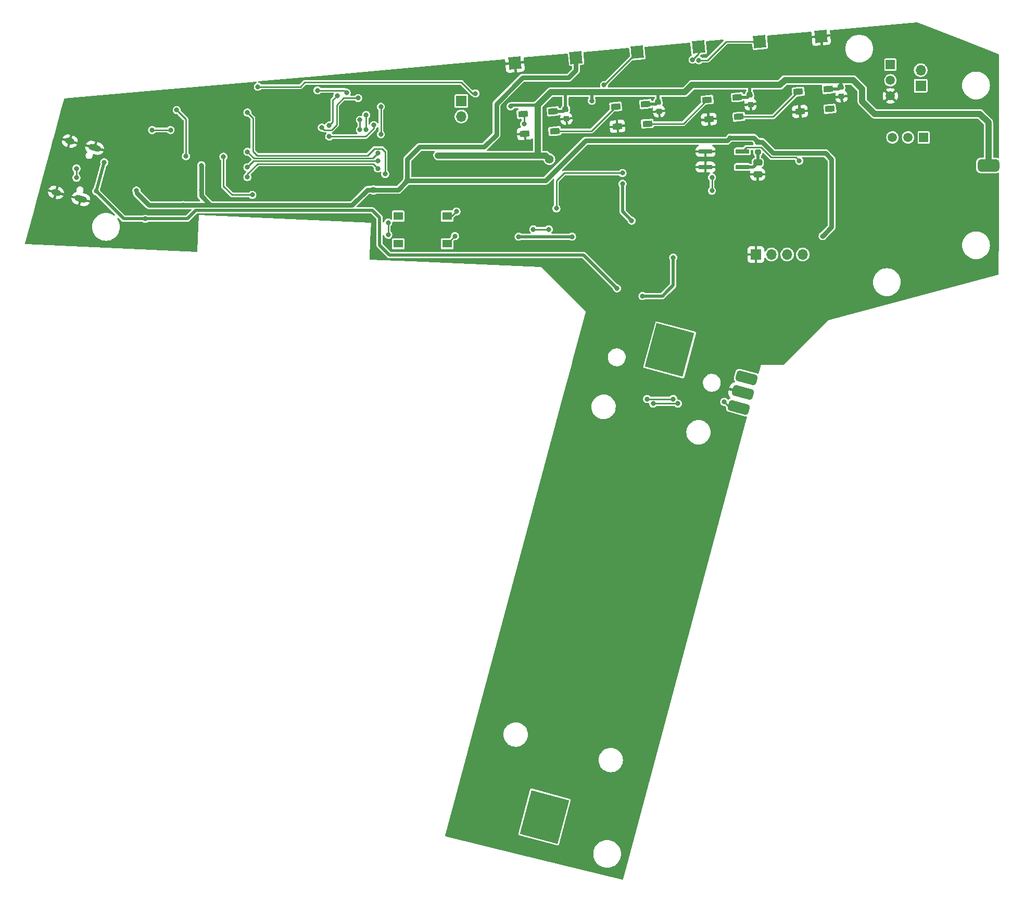
<source format=gbl>
G04 #@! TF.GenerationSoftware,KiCad,Pcbnew,(6.0.5-0)*
G04 #@! TF.CreationDate,2022-11-26T13:27:52+01:00*
G04 #@! TF.ProjectId,Phazor,5068617a-6f72-42e6-9b69-6361645f7063,rev?*
G04 #@! TF.SameCoordinates,Original*
G04 #@! TF.FileFunction,Copper,L2,Bot*
G04 #@! TF.FilePolarity,Positive*
%FSLAX46Y46*%
G04 Gerber Fmt 4.6, Leading zero omitted, Abs format (unit mm)*
G04 Created by KiCad (PCBNEW (6.0.5-0)) date 2022-11-26 13:27:52*
%MOMM*%
%LPD*%
G01*
G04 APERTURE LIST*
G04 Aperture macros list*
%AMRoundRect*
0 Rectangle with rounded corners*
0 $1 Rounding radius*
0 $2 $3 $4 $5 $6 $7 $8 $9 X,Y pos of 4 corners*
0 Add a 4 corners polygon primitive as box body*
4,1,4,$2,$3,$4,$5,$6,$7,$8,$9,$2,$3,0*
0 Add four circle primitives for the rounded corners*
1,1,$1+$1,$2,$3*
1,1,$1+$1,$4,$5*
1,1,$1+$1,$6,$7*
1,1,$1+$1,$8,$9*
0 Add four rect primitives between the rounded corners*
20,1,$1+$1,$2,$3,$4,$5,0*
20,1,$1+$1,$4,$5,$6,$7,0*
20,1,$1+$1,$6,$7,$8,$9,0*
20,1,$1+$1,$8,$9,$2,$3,0*%
%AMHorizOval*
0 Thick line with rounded ends*
0 $1 width*
0 $2 $3 position (X,Y) of the first rounded end (center of the circle)*
0 $4 $5 position (X,Y) of the second rounded end (center of the circle)*
0 Add line between two ends*
20,1,$1,$2,$3,$4,$5,0*
0 Add two circle primitives to create the rounded ends*
1,1,$1,$2,$3*
1,1,$1,$4,$5*%
%AMRotRect*
0 Rectangle, with rotation*
0 The origin of the aperture is its center*
0 $1 length*
0 $2 width*
0 $3 Rotation angle, in degrees counterclockwise*
0 Add horizontal line*
21,1,$1,$2,0,0,$3*%
G04 Aperture macros list end*
G04 #@! TA.AperFunction,SMDPad,CuDef*
%ADD10RoundRect,0.437500X-1.154544X0.762293X-1.381011X-0.082893X1.154544X-0.762293X1.381011X0.082893X0*%
G04 #@! TD*
G04 #@! TA.AperFunction,ComponentPad*
%ADD11R,1.500000X1.500000*%
G04 #@! TD*
G04 #@! TA.AperFunction,ComponentPad*
%ADD12C,1.500000*%
G04 #@! TD*
G04 #@! TA.AperFunction,ComponentPad*
%ADD13R,1.700000X1.700000*%
G04 #@! TD*
G04 #@! TA.AperFunction,ComponentPad*
%ADD14O,1.700000X1.700000*%
G04 #@! TD*
G04 #@! TA.AperFunction,ComponentPad*
%ADD15HorizOval,1.000000X-0.531259X0.142350X0.531259X-0.142350X0*%
G04 #@! TD*
G04 #@! TA.AperFunction,ComponentPad*
%ADD16HorizOval,1.000000X-0.289778X0.077646X0.289778X-0.077646X0*%
G04 #@! TD*
G04 #@! TA.AperFunction,SMDPad,CuDef*
%ADD17RoundRect,0.500000X1.250000X0.500000X-1.250000X0.500000X-1.250000X-0.500000X1.250000X-0.500000X0*%
G04 #@! TD*
G04 #@! TA.AperFunction,SMDPad,CuDef*
%ADD18RoundRect,0.250000X0.475000X-0.250000X0.475000X0.250000X-0.475000X0.250000X-0.475000X-0.250000X0*%
G04 #@! TD*
G04 #@! TA.AperFunction,SMDPad,CuDef*
%ADD19RoundRect,0.225000X-0.268659X0.202355X-0.229439X-0.245933X0.268659X-0.202355X0.229439X0.245933X0*%
G04 #@! TD*
G04 #@! TA.AperFunction,SMDPad,CuDef*
%ADD20RotRect,1.500000X1.000000X185.000000*%
G04 #@! TD*
G04 #@! TA.AperFunction,SMDPad,CuDef*
%ADD21RotRect,2.000000X2.000000X95.000000*%
G04 #@! TD*
G04 #@! TA.AperFunction,SMDPad,CuDef*
%ADD22RotRect,7.340000X6.350000X255.000000*%
G04 #@! TD*
G04 #@! TA.AperFunction,SMDPad,CuDef*
%ADD23RoundRect,0.200000X0.275000X-0.200000X0.275000X0.200000X-0.275000X0.200000X-0.275000X-0.200000X0*%
G04 #@! TD*
G04 #@! TA.AperFunction,SMDPad,CuDef*
%ADD24RoundRect,0.187500X0.937500X0.187500X-0.937500X0.187500X-0.937500X-0.187500X0.937500X-0.187500X0*%
G04 #@! TD*
G04 #@! TA.AperFunction,SMDPad,CuDef*
%ADD25R,1.550000X1.300000*%
G04 #@! TD*
G04 #@! TA.AperFunction,ViaPad*
%ADD26C,0.800000*%
G04 #@! TD*
G04 #@! TA.AperFunction,ViaPad*
%ADD27C,1.000000*%
G04 #@! TD*
G04 #@! TA.AperFunction,ViaPad*
%ADD28C,1.400000*%
G04 #@! TD*
G04 #@! TA.AperFunction,Conductor*
%ADD29C,0.250000*%
G04 #@! TD*
G04 #@! TA.AperFunction,Conductor*
%ADD30C,0.508000*%
G04 #@! TD*
G04 #@! TA.AperFunction,Conductor*
%ADD31C,1.016000*%
G04 #@! TD*
G04 #@! TA.AperFunction,Conductor*
%ADD32C,0.762000*%
G04 #@! TD*
G04 #@! TA.AperFunction,Conductor*
%ADD33C,0.254000*%
G04 #@! TD*
G04 APERTURE END LIST*
D10*
X186647048Y-78085185D03*
X186000000Y-80500000D03*
X185352952Y-82914815D03*
D11*
X210028520Y-27166480D03*
D12*
X210028520Y-29706480D03*
X210028520Y-32246480D03*
D13*
X188153520Y-58046480D03*
D14*
X190693520Y-58046480D03*
X193233520Y-58046480D03*
X195773520Y-58046480D03*
D15*
X78358770Y-49029383D03*
D16*
X76557396Y-39601920D03*
D15*
X80594966Y-40683784D03*
D16*
X74321200Y-47947520D03*
D17*
X225953520Y-43546480D03*
D13*
X140228520Y-33046480D03*
D14*
X140228520Y-35586480D03*
D11*
X215443520Y-38996480D03*
D12*
X212903520Y-38996480D03*
X210363520Y-38996480D03*
D18*
X188453520Y-44996480D03*
X188453520Y-43096480D03*
D19*
X157191093Y-34407565D03*
X157326185Y-35951667D03*
D20*
X185101531Y-32448465D03*
X185380429Y-35636288D03*
X180499075Y-36063351D03*
X180220177Y-32875528D03*
D13*
X214953520Y-30586480D03*
D14*
X214953520Y-28046480D03*
D21*
X168853520Y-25146480D03*
X198739360Y-22531807D03*
D20*
X170221227Y-33567905D03*
X170500125Y-36755728D03*
X165618771Y-37182791D03*
X165339873Y-33994968D03*
D21*
X148929626Y-26889595D03*
D19*
X187128477Y-32095462D03*
X187263569Y-33639564D03*
D21*
X188777413Y-23403365D03*
D22*
X174132873Y-73556617D03*
X153774167Y-149536343D03*
D20*
X199908608Y-31152248D03*
X200187506Y-34340071D03*
X195306152Y-34767134D03*
X195027254Y-31579311D03*
D21*
X178815466Y-24274922D03*
D23*
X188453521Y-41371480D03*
X188453521Y-39721480D03*
D24*
X179953520Y-43816480D03*
X179953520Y-41276480D03*
X185953520Y-41276480D03*
X185953520Y-43816480D03*
D25*
X137928520Y-51796480D03*
X129978520Y-51796480D03*
X129978520Y-56296480D03*
X137928520Y-56296480D03*
D20*
X155164147Y-34760569D03*
X155443045Y-37948392D03*
X150561691Y-38375455D03*
X150282793Y-35187632D03*
D19*
X172248173Y-33214902D03*
X172383265Y-34759004D03*
X201935556Y-30799244D03*
X202070648Y-32343346D03*
D21*
X158891573Y-26018037D03*
D26*
X191500000Y-71500000D03*
X191500000Y-70000000D03*
X191500000Y-68500000D03*
X190000000Y-68500000D03*
X190000000Y-70000000D03*
X190000000Y-71500000D03*
X188500000Y-71500000D03*
X188500000Y-70000000D03*
X188500000Y-68500000D03*
X183000000Y-59000000D03*
X183000000Y-57500000D03*
X183000000Y-56000000D03*
X183000000Y-82000000D03*
X181000000Y-47670980D03*
X181000000Y-45500000D03*
X166453520Y-46546480D03*
D27*
X172809774Y-75456772D03*
X172137343Y-72170765D03*
X174657530Y-74428311D03*
X172525571Y-70721877D03*
X173974461Y-71110105D03*
X173586231Y-72558994D03*
X173198003Y-74007882D03*
X175035120Y-72947222D03*
X175423349Y-71498333D03*
D26*
X158253520Y-55146480D03*
X149553520Y-55146480D03*
D27*
X174258662Y-75844999D03*
D26*
X167953520Y-52546480D03*
D27*
X176872237Y-71886562D03*
X175707552Y-76233227D03*
X171749114Y-73619653D03*
X171360887Y-75068542D03*
X176484009Y-73335451D03*
X176095780Y-74784340D03*
X155091269Y-147580646D03*
X153952397Y-151964971D03*
X156151930Y-149417763D03*
X153254152Y-148641306D03*
X156540159Y-147968874D03*
X154314813Y-150478423D03*
X151028807Y-151150855D03*
X155375473Y-152315540D03*
X152477696Y-151539084D03*
X151417035Y-149701966D03*
X152865924Y-150090195D03*
X153642380Y-147192416D03*
X155763702Y-150866652D03*
X154703041Y-149029535D03*
X151805263Y-148253077D03*
X152193492Y-146804189D03*
D26*
X88853520Y-52246480D03*
X165553520Y-63546480D03*
X169703520Y-64796480D03*
X80853520Y-47746480D03*
X82153520Y-43046480D03*
X174703520Y-58546480D03*
X180835806Y-98057593D03*
X147953520Y-38546480D03*
X199953520Y-26046480D03*
X135953520Y-51046480D03*
X181153520Y-24146480D03*
X75000000Y-55000000D03*
X155865329Y-91705738D03*
X85000000Y-34000000D03*
X167453520Y-58046480D03*
X183423997Y-88398335D03*
X115453520Y-35146480D03*
X191953520Y-45046480D03*
X130953520Y-39546480D03*
X153924186Y-98950181D03*
X153277138Y-101364996D03*
X130353520Y-34646480D03*
X98203520Y-40546480D03*
X182776950Y-90813150D03*
X82000000Y-34000000D03*
X171953520Y-61546480D03*
X222453520Y-37546480D03*
X198953520Y-25046480D03*
X99353520Y-34446480D03*
X202453520Y-54046480D03*
X208953520Y-41046480D03*
X158453520Y-82046480D03*
X176953520Y-112546480D03*
X158453520Y-60546480D03*
X93953520Y-39296480D03*
X92703520Y-39296480D03*
X197953520Y-26046480D03*
X126500000Y-58000000D03*
X114253520Y-38446480D03*
X145512567Y-130342772D03*
X186953520Y-27046480D03*
X158453520Y-48546480D03*
X163953520Y-27546480D03*
X157806473Y-84461295D03*
X141453520Y-49046480D03*
X93153520Y-45746480D03*
D27*
X149453520Y-145046480D03*
D26*
X167476932Y-62275238D03*
X142953520Y-35046480D03*
X80500000Y-34000000D03*
X72000000Y-55000000D03*
X146806663Y-125513142D03*
X128253520Y-32746480D03*
X125500000Y-39500000D03*
X177453520Y-44046480D03*
X114253520Y-35146480D03*
X146453520Y-27346480D03*
X142953520Y-37046480D03*
X180188758Y-100472408D03*
X219953520Y-31546480D03*
X161953520Y-27546480D03*
X73500000Y-55000000D03*
X151983043Y-106194625D03*
X83500000Y-34000000D03*
X108953520Y-46546480D03*
X77500000Y-34000000D03*
X129953520Y-38546480D03*
X76500000Y-55000000D03*
X194553520Y-49946480D03*
X211953520Y-31046480D03*
X91953520Y-44546480D03*
X181482854Y-95642779D03*
X210953520Y-48046480D03*
X162953520Y-26546480D03*
X179541711Y-102887222D03*
X142953520Y-36046480D03*
X134453520Y-51046480D03*
X145153520Y-27346480D03*
X144053520Y-48646480D03*
X169953520Y-48046480D03*
X124753520Y-33746480D03*
X211953520Y-29546480D03*
X111953520Y-46546480D03*
X113053520Y-38446480D03*
X149453520Y-57046480D03*
X136103520Y-35196480D03*
X188953520Y-27046480D03*
X74953520Y-44546480D03*
X144218472Y-135172400D03*
X157153520Y-59246480D03*
X167453520Y-36046480D03*
X129953520Y-39546480D03*
X168953520Y-58046480D03*
X129953520Y-40546480D03*
X181000000Y-63000000D03*
X151335996Y-108609440D03*
X148747806Y-118268699D03*
X202453520Y-55546480D03*
X79000000Y-34000000D03*
X126000000Y-46000000D03*
X110453520Y-46546480D03*
X122000000Y-46000000D03*
X179453520Y-69546480D03*
X178247615Y-107716851D03*
X75953520Y-41546480D03*
X148453520Y-57046480D03*
X176306473Y-114961295D03*
X175012378Y-119790923D03*
X173453520Y-27546480D03*
X139953520Y-49046480D03*
X179453520Y-71046480D03*
X171453520Y-27546480D03*
X170483044Y-136694627D03*
X222453520Y-40546480D03*
X138000000Y-32500000D03*
X219453520Y-37546480D03*
X150953520Y-50046480D03*
X144053520Y-47546480D03*
X179953520Y-55046480D03*
X132953520Y-56546480D03*
X143953520Y-36046480D03*
X177600568Y-110131667D03*
X172953520Y-48046480D03*
X152953520Y-48546480D03*
X201953520Y-52046480D03*
X75453520Y-43046480D03*
X193153520Y-53146480D03*
X126053520Y-33746480D03*
X170453520Y-58046480D03*
X202453520Y-57046480D03*
X171453520Y-48046480D03*
X159953520Y-62046480D03*
X191953520Y-43046480D03*
X155218281Y-94120553D03*
X211953520Y-32546480D03*
X187953520Y-26046480D03*
X197653520Y-47246480D03*
X172453520Y-26546480D03*
X176953520Y-66046480D03*
X182453520Y-35046480D03*
X156953520Y-48546480D03*
X111853520Y-38446480D03*
X219453520Y-40546480D03*
X172424188Y-129450182D03*
X100553520Y-34446480D03*
X74453520Y-46046480D03*
X220953520Y-40546480D03*
X171130092Y-134279811D03*
X207453520Y-41046480D03*
X177453520Y-42546480D03*
X108953520Y-45046480D03*
X173071235Y-127035368D03*
X91953520Y-45746480D03*
X78000000Y-55000000D03*
X144865519Y-132757585D03*
X169188949Y-141524255D03*
X219953520Y-33046480D03*
X167453520Y-37546480D03*
X134453520Y-56546480D03*
X150688949Y-111024255D03*
D27*
X149453520Y-146546480D03*
D26*
X197453520Y-34046480D03*
X172953520Y-60546480D03*
X170353520Y-41546480D03*
X153853520Y-50546480D03*
X83853520Y-43546480D03*
X129453520Y-45546480D03*
X148253520Y-54046480D03*
X161453520Y-63546480D03*
X169835996Y-139109440D03*
X148100758Y-120683513D03*
X174365331Y-122205739D03*
X172953520Y-62546480D03*
X220953520Y-45546480D03*
X220953520Y-47046480D03*
X177453520Y-41046480D03*
X151453520Y-27346480D03*
X220953520Y-39046480D03*
X178453520Y-55046480D03*
X213953520Y-48046480D03*
X143953520Y-37046480D03*
X164953520Y-59546480D03*
X113453520Y-46546480D03*
X173718283Y-124620554D03*
X197453520Y-35546480D03*
X93153520Y-44546480D03*
X131453520Y-48546480D03*
X176953520Y-64546480D03*
X171777140Y-131864997D03*
X135953520Y-56546480D03*
X154453520Y-48546480D03*
X146159615Y-127927956D03*
X159953520Y-48546480D03*
X201953520Y-50546480D03*
X157159425Y-86876108D03*
X116453520Y-46546480D03*
X98203520Y-41796480D03*
X154571234Y-96535367D03*
X219953520Y-30046480D03*
X113053520Y-35146480D03*
X143953520Y-35046480D03*
X151453520Y-48546480D03*
X212453520Y-48046480D03*
X219453520Y-39046480D03*
X111853520Y-35146480D03*
X149953520Y-48546480D03*
X152753520Y-27346480D03*
X115453520Y-38446480D03*
X145153520Y-48646480D03*
X161453520Y-48546480D03*
X182129902Y-93227963D03*
X178894663Y-105302036D03*
X165953520Y-58046480D03*
X116453520Y-45046480D03*
X132953520Y-51046480D03*
X220953520Y-37546480D03*
X128953520Y-39546480D03*
X114953520Y-46546480D03*
X222453520Y-39046480D03*
X152630091Y-103779812D03*
X147453711Y-123098327D03*
X150041901Y-113439068D03*
X220953520Y-48546480D03*
X213953520Y-46046480D03*
X175659426Y-117376110D03*
X156512377Y-89290924D03*
X149453520Y-50046480D03*
X145153520Y-47546480D03*
X192953520Y-43046480D03*
X149394854Y-115853884D03*
X182453520Y-36546480D03*
D28*
X154553520Y-42546480D03*
D26*
X192053520Y-30446480D03*
X176553520Y-31646480D03*
X148253520Y-33946480D03*
D27*
X214853520Y-35146480D03*
D26*
X161453520Y-33046480D03*
D27*
X136453520Y-41946480D03*
X131453520Y-46046480D03*
D26*
X199003520Y-55046480D03*
X190203812Y-40796188D03*
X97953520Y-47546480D03*
X94988040Y-50011960D03*
X87403520Y-47630971D03*
X97967234Y-43532766D03*
D27*
X125953520Y-47546480D03*
D26*
X183953520Y-39046480D03*
X150453520Y-36796480D03*
X77653520Y-44046480D03*
X77653520Y-45546480D03*
X177853520Y-26346480D03*
X117553520Y-37396175D03*
X123453520Y-32587060D03*
X178853520Y-26446480D03*
X121595571Y-31722071D03*
X163453520Y-30480020D03*
X116853520Y-31346480D03*
X126653520Y-42846480D03*
X105453520Y-43846480D03*
X105453520Y-45446480D03*
X126653520Y-44046480D03*
X95453520Y-42046480D03*
X93953520Y-34546480D03*
X101553520Y-42146480D03*
X106253520Y-48346480D03*
X92953520Y-37796480D03*
X89953520Y-37796480D03*
X139453520Y-51046480D03*
X139203520Y-55046480D03*
X105453520Y-34946480D03*
X127853520Y-44946480D03*
X128353520Y-52846480D03*
X128353520Y-54846480D03*
X118753520Y-37046480D03*
X120080020Y-32210194D03*
X126000000Y-37000000D03*
X118753520Y-38846480D03*
X107153520Y-30746480D03*
X142553520Y-31846480D03*
X127153520Y-34000000D03*
X127153520Y-38500000D03*
X126653520Y-41546480D03*
X105453520Y-41346480D03*
X123753520Y-36146480D03*
X123753520Y-37746480D03*
X124753023Y-37746480D03*
X124753520Y-35346480D03*
X166453520Y-44796480D03*
X155703520Y-50546480D03*
X171453520Y-82296480D03*
X175453520Y-82296480D03*
X174703520Y-81546480D03*
X170453520Y-81546480D03*
X154453520Y-53946480D03*
X151953520Y-53946480D03*
X195203520Y-42796480D03*
D29*
X183914815Y-82914815D02*
X185352952Y-82914815D01*
X181000000Y-45500000D02*
X181000000Y-47670980D01*
X183000000Y-82000000D02*
X183914815Y-82914815D01*
D30*
X166453520Y-51046480D02*
X167953520Y-52546480D01*
X166453520Y-46546480D02*
X166453520Y-51046480D01*
X158253520Y-55146480D02*
X149553520Y-55146480D01*
X126953520Y-56546480D02*
X128553520Y-58146480D01*
X95653520Y-52246480D02*
X97053520Y-50846480D01*
X82153520Y-43046480D02*
X80853520Y-47746480D01*
X85353520Y-52246480D02*
X88853520Y-52246480D01*
X172953520Y-64796480D02*
X169703520Y-64796480D01*
X173703520Y-64046480D02*
X172953520Y-64796480D01*
X174703520Y-58546480D02*
X174703520Y-63046480D01*
X125753520Y-50846480D02*
X126953520Y-52046480D01*
X160153520Y-58146480D02*
X165553520Y-63546480D01*
X97053520Y-50846480D02*
X125753520Y-50846480D01*
X128553520Y-58146480D02*
X160153520Y-58146480D01*
X174703520Y-63046480D02*
X173703520Y-64046480D01*
X80853520Y-47746480D02*
X85353520Y-52246480D01*
X88853520Y-52246480D02*
X95653520Y-52246480D01*
X126953520Y-52046480D02*
X126953520Y-56546480D01*
X186775474Y-32448465D02*
X187128477Y-32095462D01*
D31*
X192853520Y-29646480D02*
X201653520Y-29646480D01*
X224553520Y-35146480D02*
X225953520Y-36546480D01*
D30*
X156838089Y-34760569D02*
X157191093Y-34407565D01*
X201582552Y-31152248D02*
X201935556Y-30799244D01*
D31*
X176553520Y-31646480D02*
X177753520Y-30446480D01*
D30*
X157191093Y-31984053D02*
X156853520Y-31646480D01*
D31*
X214853520Y-35146480D02*
X224553520Y-35146480D01*
D30*
X161453520Y-33046480D02*
X161453520Y-31646480D01*
X187128477Y-32095462D02*
X187128477Y-30621437D01*
D31*
X207453520Y-35146480D02*
X214853520Y-35146480D01*
D30*
X201935556Y-30799244D02*
X201935556Y-29928516D01*
X148453520Y-33746480D02*
X152653520Y-33746480D01*
D31*
X201653520Y-29646480D02*
X203953520Y-29646480D01*
X154553520Y-42546480D02*
X153953520Y-41946480D01*
X152653520Y-33746480D02*
X154753520Y-31646480D01*
X172453520Y-31646480D02*
X176553520Y-31646480D01*
X152653520Y-41946480D02*
X136453520Y-41946480D01*
D30*
X199908608Y-31152248D02*
X201582552Y-31152248D01*
X155164147Y-34760569D02*
X156838089Y-34760569D01*
X172248173Y-31851827D02*
X172453520Y-31646480D01*
D31*
X156853520Y-31646480D02*
X161453520Y-31646480D01*
X177753520Y-30446480D02*
X186953520Y-30446480D01*
X161453520Y-31646480D02*
X172453520Y-31646480D01*
X205453520Y-33146480D02*
X207453520Y-35146480D01*
X154753520Y-31646480D02*
X156853520Y-31646480D01*
X186953520Y-30446480D02*
X192053520Y-30446480D01*
D30*
X172248173Y-33214902D02*
X172248173Y-31851827D01*
D31*
X225953520Y-36546480D02*
X225953520Y-43546480D01*
D30*
X171895170Y-33567905D02*
X172248173Y-33214902D01*
D31*
X152653520Y-41946480D02*
X152653520Y-33746480D01*
X205453520Y-31146480D02*
X205453520Y-33146480D01*
D30*
X148253520Y-33946480D02*
X148453520Y-33746480D01*
X187128477Y-30621437D02*
X186953520Y-30446480D01*
D31*
X153953520Y-41946480D02*
X152653520Y-41946480D01*
D30*
X157191093Y-34407565D02*
X157191093Y-31984053D01*
D31*
X192053520Y-30446480D02*
X192853520Y-29646480D01*
D30*
X170221227Y-33567905D02*
X171895170Y-33567905D01*
X201935556Y-29928516D02*
X201653520Y-29646480D01*
X185101531Y-32448465D02*
X186775474Y-32448465D01*
D31*
X203953520Y-29646480D02*
X205453520Y-31146480D01*
D32*
X125953520Y-47546480D02*
X124953520Y-47546480D01*
X183453520Y-39546480D02*
X183953520Y-39046480D01*
X200453520Y-53596480D02*
X199003520Y-55046480D01*
X133453520Y-40546480D02*
X143953520Y-40546480D01*
X128953520Y-47546480D02*
X125953520Y-47546480D01*
X122488040Y-50011960D02*
X99453520Y-50011960D01*
X153953520Y-46046480D02*
X160453520Y-39546480D01*
X97953520Y-47546480D02*
X97953520Y-43546480D01*
X131453520Y-42546480D02*
X133453520Y-40546480D01*
X131453520Y-46046480D02*
X129953520Y-47546480D01*
X190203812Y-40796188D02*
X190954104Y-41546480D01*
X89419000Y-50011960D02*
X87453520Y-48046480D01*
X145953520Y-33546480D02*
X150203520Y-29296480D01*
X150203520Y-29296480D02*
X157703520Y-29296480D01*
X188453521Y-39721480D02*
X189129104Y-39721480D01*
X190954104Y-41546480D02*
X199453520Y-41546480D01*
X131453520Y-46046480D02*
X153953520Y-46046480D01*
X145953520Y-38546480D02*
X145953520Y-33546480D01*
X131453520Y-46046480D02*
X131453520Y-42546480D01*
X99453520Y-50011960D02*
X94988040Y-50011960D01*
X200453520Y-42546480D02*
X200453520Y-53596480D01*
X129953520Y-47546480D02*
X128953520Y-47546480D01*
X124953520Y-47546480D02*
X122488040Y-50011960D01*
X160453520Y-39546480D02*
X183453520Y-39546480D01*
X189129104Y-39721480D02*
X190203812Y-40796188D01*
X183953520Y-39046480D02*
X187778521Y-39046480D01*
X97953520Y-48511960D02*
X97953520Y-47546480D01*
X187778521Y-39046480D02*
X188453521Y-39721480D01*
X199453520Y-41546480D02*
X200453520Y-42546480D01*
X157703520Y-29296480D02*
X158891573Y-28108427D01*
X99453520Y-50011960D02*
X97953520Y-48511960D01*
D30*
X87453520Y-47680971D02*
X87403520Y-47630971D01*
D32*
X158891573Y-28108427D02*
X158891573Y-26018037D01*
X94988040Y-50011960D02*
X89419000Y-50011960D01*
X143953520Y-40546480D02*
X145953520Y-38546480D01*
D30*
X87453520Y-48046480D02*
X87453520Y-47680971D01*
X185953520Y-43816480D02*
X187733520Y-43816480D01*
X187733520Y-43816480D02*
X188453520Y-43096480D01*
X188453521Y-41371480D02*
X188453520Y-43096480D01*
D33*
X150453520Y-35358359D02*
X150282793Y-35187632D01*
X150453520Y-36796480D02*
X150453520Y-35358359D01*
X161386449Y-37948392D02*
X165339873Y-33994968D01*
X155443045Y-37948392D02*
X161386449Y-37948392D01*
X176339977Y-36755728D02*
X180220177Y-32875528D01*
X170500125Y-36755728D02*
X176339977Y-36755728D01*
X190970277Y-35636288D02*
X195027254Y-31579311D01*
X185380429Y-35636288D02*
X190970277Y-35636288D01*
X77653520Y-44046480D02*
X77653520Y-45546480D01*
X177853520Y-26346480D02*
X178815466Y-25384534D01*
X178815466Y-25384534D02*
X178815466Y-24274922D01*
X119953520Y-33746480D02*
X121112940Y-32587060D01*
X117930336Y-37772991D02*
X119127009Y-37772991D01*
X119127009Y-37772991D02*
X119953520Y-36946480D01*
X117553520Y-37396175D02*
X117930336Y-37772991D01*
X119953520Y-36946480D02*
X119953520Y-33746480D01*
X180253520Y-26446480D02*
X183296635Y-23403365D01*
X183296635Y-23403365D02*
X188777413Y-23403365D01*
X178853520Y-26446480D02*
X180253520Y-26446480D01*
X121112940Y-32587060D02*
X123453520Y-32587060D01*
X168853520Y-25146480D02*
X163519980Y-30480020D01*
X121219980Y-31346480D02*
X121595571Y-31722071D01*
X163519980Y-30480020D02*
X163453520Y-30480020D01*
X116853520Y-31346480D02*
X121219980Y-31346480D01*
D29*
X106453520Y-42846480D02*
X105453520Y-43846480D01*
X126653520Y-42846480D02*
X106453520Y-42846480D01*
X126653520Y-44046480D02*
X125903040Y-43296000D01*
X105453520Y-44946480D02*
X105453520Y-45446480D01*
X107104000Y-43296000D02*
X105453520Y-44946480D01*
X125903040Y-43296000D02*
X107104000Y-43296000D01*
D33*
X95453520Y-42046480D02*
X95453520Y-36046480D01*
X95453520Y-36046480D02*
X93953520Y-34546480D01*
X102953520Y-48346480D02*
X101553520Y-46946480D01*
X101553520Y-46946480D02*
X101553520Y-42146480D01*
X106253520Y-48346480D02*
X102953520Y-48346480D01*
X89953520Y-37796480D02*
X92953520Y-37796480D01*
X138703520Y-51796480D02*
X137928520Y-51796480D01*
X139453520Y-51046480D02*
X138703520Y-51796480D01*
X137953520Y-56296480D02*
X137928520Y-56296480D01*
X139203520Y-55046480D02*
X137953520Y-56296480D01*
X124990839Y-41945440D02*
X126116310Y-40819969D01*
X105453520Y-34946480D02*
X106353520Y-35846480D01*
X126116310Y-40819969D02*
X127327009Y-40819969D01*
X106353520Y-35846480D02*
X106353520Y-41246480D01*
X107052480Y-41945440D02*
X124990839Y-41945440D01*
X127327009Y-40819969D02*
X127853520Y-41346480D01*
X128353520Y-52846480D02*
X128353520Y-54846480D01*
X127853520Y-41346480D02*
X127853520Y-44946480D01*
X106353520Y-41246480D02*
X107052480Y-41945440D01*
X118753520Y-37046480D02*
X119353520Y-36446480D01*
X119353520Y-36446480D02*
X119353520Y-33046480D01*
X119353520Y-32936694D02*
X120080020Y-32210194D01*
X119353520Y-33046480D02*
X119353520Y-32936694D01*
X126000000Y-37000000D02*
X126000000Y-37526946D01*
X126000000Y-37526946D02*
X124680466Y-38846480D01*
X124680466Y-38846480D02*
X118753520Y-38846480D01*
X142053520Y-31846480D02*
X140253520Y-30046480D01*
X114053520Y-30746480D02*
X107153520Y-30746480D01*
X140253520Y-30046480D02*
X114753520Y-30046480D01*
X114753520Y-30046480D02*
X114053520Y-30746480D01*
X142553520Y-31846480D02*
X142053520Y-31846480D01*
X127153520Y-38500000D02*
X127153520Y-34000000D01*
D29*
X106504000Y-42396960D02*
X108853520Y-42396960D01*
X124853520Y-42396960D02*
X125803040Y-42396960D01*
X108853520Y-42396960D02*
X124853520Y-42396960D01*
X105453520Y-41346480D02*
X106504000Y-42396960D01*
X125803040Y-42396960D02*
X126653520Y-41546480D01*
D33*
X123753520Y-36146480D02*
X123753520Y-37746480D01*
X124753520Y-37745983D02*
X124753023Y-37746480D01*
X124753520Y-35346480D02*
X124753520Y-37745983D01*
X155703520Y-46046480D02*
X156203520Y-45546480D01*
X156953520Y-44796480D02*
X166453520Y-44796480D01*
X156203520Y-45546480D02*
X156953520Y-44796480D01*
X155703520Y-50546480D02*
X155703520Y-46046480D01*
X175453520Y-82296480D02*
X171453520Y-82296480D01*
X174703520Y-81546480D02*
X170453520Y-81546480D01*
X154453520Y-53946480D02*
X151953520Y-53946480D01*
X195203520Y-42796480D02*
X194661040Y-42254000D01*
X190634181Y-42254000D02*
X189025141Y-40644960D01*
X194661040Y-42254000D02*
X190634181Y-42254000D01*
X189025141Y-40644960D02*
X186585040Y-40644960D01*
X186585040Y-40644960D02*
X185953520Y-41276480D01*
G04 #@! TA.AperFunction,Conductor*
G36*
X157518086Y-25379389D02*
G01*
X157569180Y-25428683D01*
X157585214Y-25480060D01*
X157653691Y-26262751D01*
X157731188Y-27148539D01*
X157732920Y-27154481D01*
X157739898Y-27178422D01*
X157752367Y-27221205D01*
X157815740Y-27300165D01*
X157904505Y-27348864D01*
X157932464Y-27351926D01*
X157973596Y-27356431D01*
X157973599Y-27356431D01*
X157979744Y-27357104D01*
X158014622Y-27354053D01*
X158119092Y-27344913D01*
X158188696Y-27358902D01*
X158239689Y-27408302D01*
X158256073Y-27470434D01*
X158256073Y-27793004D01*
X158236071Y-27861125D01*
X158219168Y-27882099D01*
X157477192Y-28624075D01*
X157414880Y-28658101D01*
X157388097Y-28660980D01*
X150282552Y-28660980D01*
X150271313Y-28660450D01*
X150263801Y-28658771D01*
X150255876Y-28659020D01*
X150255875Y-28659020D01*
X150195490Y-28660918D01*
X150191532Y-28660980D01*
X150163537Y-28660980D01*
X150159603Y-28661477D01*
X150159601Y-28661477D01*
X150159514Y-28661488D01*
X150147680Y-28662420D01*
X150103315Y-28663815D01*
X150095702Y-28666027D01*
X150095701Y-28666027D01*
X150083772Y-28669493D01*
X150064408Y-28673503D01*
X150052080Y-28675060D01*
X150052078Y-28675060D01*
X150044221Y-28676053D01*
X150036857Y-28678969D01*
X150036852Y-28678970D01*
X150002964Y-28692387D01*
X149991735Y-28696232D01*
X149977761Y-28700292D01*
X149949127Y-28708611D01*
X149942301Y-28712648D01*
X149931611Y-28718970D01*
X149913861Y-28727667D01*
X149894932Y-28735161D01*
X149888518Y-28739821D01*
X149859034Y-28761242D01*
X149849114Y-28767758D01*
X149817749Y-28786307D01*
X149817746Y-28786309D01*
X149810922Y-28790345D01*
X149796534Y-28804733D01*
X149781500Y-28817574D01*
X149765033Y-28829538D01*
X149759980Y-28835646D01*
X149736748Y-28863729D01*
X149728758Y-28872509D01*
X145560037Y-33041230D01*
X145551711Y-33048806D01*
X145545217Y-33052927D01*
X145539794Y-33058702D01*
X145498435Y-33102745D01*
X145495680Y-33105587D01*
X145475881Y-33125386D01*
X145473457Y-33128511D01*
X145473449Y-33128520D01*
X145473383Y-33128606D01*
X145465675Y-33137631D01*
X145435303Y-33169974D01*
X145431485Y-33176918D01*
X145431484Y-33176920D01*
X145425498Y-33187809D01*
X145414647Y-33204327D01*
X145402170Y-33220413D01*
X145384544Y-33261146D01*
X145379327Y-33271794D01*
X145357951Y-33310677D01*
X145355980Y-33318352D01*
X145355978Y-33318358D01*
X145352889Y-33330391D01*
X145346486Y-33349093D01*
X145338403Y-33367772D01*
X145333747Y-33397169D01*
X145331460Y-33411607D01*
X145329055Y-33423220D01*
X145318020Y-33466198D01*
X145318020Y-33486545D01*
X145316469Y-33506256D01*
X145313285Y-33526359D01*
X145314031Y-33534251D01*
X145317461Y-33570536D01*
X145318020Y-33582394D01*
X145318020Y-38231057D01*
X145298018Y-38299178D01*
X145281115Y-38320152D01*
X143727192Y-39874075D01*
X143664880Y-39908101D01*
X143638097Y-39910980D01*
X133532540Y-39910980D01*
X133521306Y-39910450D01*
X133513801Y-39908772D01*
X133446091Y-39910900D01*
X133445508Y-39910918D01*
X133441551Y-39910980D01*
X133413537Y-39910980D01*
X133409612Y-39911476D01*
X133409611Y-39911476D01*
X133409516Y-39911488D01*
X133397671Y-39912421D01*
X133367850Y-39913358D01*
X133361238Y-39913566D01*
X133361237Y-39913566D01*
X133353315Y-39913815D01*
X133337486Y-39918414D01*
X133333772Y-39919493D01*
X133314408Y-39923503D01*
X133302080Y-39925060D01*
X133302078Y-39925060D01*
X133294221Y-39926053D01*
X133286857Y-39928969D01*
X133286852Y-39928970D01*
X133252964Y-39942387D01*
X133241735Y-39946232D01*
X133227761Y-39950292D01*
X133199127Y-39958611D01*
X133192301Y-39962648D01*
X133181611Y-39968970D01*
X133163861Y-39977667D01*
X133144932Y-39985161D01*
X133138516Y-39989822D01*
X133138515Y-39989823D01*
X133124823Y-39999771D01*
X133114443Y-40007313D01*
X133109039Y-40011239D01*
X133099115Y-40017758D01*
X133067744Y-40036310D01*
X133067739Y-40036314D01*
X133060921Y-40040346D01*
X133046534Y-40054733D01*
X133031500Y-40067574D01*
X133015033Y-40079538D01*
X133009980Y-40085646D01*
X132986748Y-40113729D01*
X132978758Y-40122509D01*
X131060037Y-42041230D01*
X131051711Y-42048806D01*
X131045217Y-42052927D01*
X131020579Y-42079164D01*
X130998435Y-42102745D01*
X130995680Y-42105587D01*
X130975881Y-42125386D01*
X130973457Y-42128511D01*
X130973449Y-42128520D01*
X130973383Y-42128606D01*
X130965675Y-42137631D01*
X130935303Y-42169974D01*
X130931485Y-42176918D01*
X130931484Y-42176920D01*
X130925498Y-42187809D01*
X130914647Y-42204327D01*
X130902170Y-42220413D01*
X130884544Y-42261146D01*
X130879327Y-42271794D01*
X130857951Y-42310677D01*
X130855980Y-42318352D01*
X130855978Y-42318358D01*
X130852889Y-42330391D01*
X130846486Y-42349093D01*
X130838403Y-42367772D01*
X130835329Y-42387181D01*
X130831460Y-42411607D01*
X130829055Y-42423220D01*
X130818020Y-42466198D01*
X130818020Y-42486545D01*
X130816469Y-42506256D01*
X130813285Y-42526359D01*
X130814031Y-42534251D01*
X130817461Y-42570536D01*
X130818020Y-42582394D01*
X130818020Y-45602605D01*
X130797931Y-45670860D01*
X130773429Y-45708880D01*
X130715535Y-45867943D01*
X130713017Y-45867027D01*
X130685880Y-45915387D01*
X129727192Y-46874075D01*
X129664880Y-46908101D01*
X129638097Y-46910980D01*
X126396921Y-46910980D01*
X126329407Y-46891365D01*
X126292318Y-46867827D01*
X126292314Y-46867825D01*
X126286364Y-46864049D01*
X126215072Y-46838663D01*
X126133536Y-46809629D01*
X126133531Y-46809628D01*
X126126901Y-46807267D01*
X126119915Y-46806434D01*
X126119911Y-46806433D01*
X126000807Y-46792231D01*
X125958821Y-46787225D01*
X125951818Y-46787961D01*
X125951817Y-46787961D01*
X125797485Y-46804181D01*
X125797481Y-46804182D01*
X125790477Y-46804918D01*
X125630237Y-46859468D01*
X125578390Y-46891365D01*
X125576875Y-46892297D01*
X125510852Y-46910980D01*
X125032540Y-46910980D01*
X125021306Y-46910450D01*
X125013801Y-46908772D01*
X124946091Y-46910900D01*
X124945508Y-46910918D01*
X124941551Y-46910980D01*
X124913537Y-46910980D01*
X124909612Y-46911476D01*
X124909611Y-46911476D01*
X124909516Y-46911488D01*
X124897671Y-46912421D01*
X124867850Y-46913358D01*
X124861238Y-46913566D01*
X124861237Y-46913566D01*
X124853315Y-46913815D01*
X124833772Y-46919493D01*
X124814408Y-46923503D01*
X124802080Y-46925060D01*
X124802078Y-46925060D01*
X124794221Y-46926053D01*
X124786857Y-46928969D01*
X124786852Y-46928970D01*
X124752964Y-46942387D01*
X124741735Y-46946232D01*
X124727761Y-46950292D01*
X124699127Y-46958611D01*
X124692301Y-46962648D01*
X124681611Y-46968970D01*
X124663861Y-46977667D01*
X124644932Y-46985161D01*
X124638516Y-46989822D01*
X124638515Y-46989823D01*
X124609039Y-47011239D01*
X124599115Y-47017758D01*
X124567744Y-47036310D01*
X124567739Y-47036314D01*
X124560921Y-47040346D01*
X124546534Y-47054733D01*
X124531500Y-47067574D01*
X124515033Y-47079538D01*
X124509980Y-47085646D01*
X124486748Y-47113729D01*
X124478758Y-47122509D01*
X122261712Y-49339555D01*
X122199400Y-49373581D01*
X122172617Y-49376460D01*
X99768943Y-49376460D01*
X99700822Y-49356458D01*
X99679848Y-49339555D01*
X98625925Y-48285632D01*
X98591899Y-48223320D01*
X98589020Y-48196537D01*
X98589020Y-47735191D01*
X98591381Y-47717266D01*
X98590362Y-47717121D01*
X98612101Y-47564371D01*
X98612101Y-47564368D01*
X98612682Y-47560287D01*
X98612827Y-47546480D01*
X98611267Y-47533584D01*
X98600184Y-47442004D01*
X98593796Y-47389213D01*
X98592264Y-47385159D01*
X98589020Y-47358347D01*
X98589020Y-43765236D01*
X98598112Y-43718243D01*
X98604076Y-43703407D01*
X98617361Y-43610061D01*
X98625815Y-43550657D01*
X98625815Y-43550654D01*
X98626396Y-43546573D01*
X98626465Y-43540031D01*
X98626498Y-43536900D01*
X98626498Y-43536894D01*
X98626541Y-43532766D01*
X98623804Y-43510144D01*
X98621961Y-43494920D01*
X98607510Y-43375499D01*
X98551514Y-43227312D01*
X98541498Y-43212739D01*
X98466089Y-43103017D01*
X98466088Y-43103015D01*
X98461787Y-43096758D01*
X98343509Y-42991377D01*
X98336123Y-42987466D01*
X98250160Y-42941951D01*
X98203508Y-42917250D01*
X98049867Y-42878658D01*
X98042268Y-42878618D01*
X98042267Y-42878618D01*
X97976415Y-42878273D01*
X97891455Y-42877828D01*
X97884075Y-42879600D01*
X97884073Y-42879600D01*
X97744797Y-42913037D01*
X97744794Y-42913038D01*
X97737418Y-42914809D01*
X97596648Y-42987466D01*
X97477273Y-43091604D01*
X97386184Y-43221210D01*
X97374920Y-43250101D01*
X97332436Y-43359068D01*
X97328640Y-43368803D01*
X97327648Y-43376336D01*
X97327648Y-43376337D01*
X97310319Y-43507967D01*
X97307963Y-43525862D01*
X97316184Y-43600326D01*
X97317259Y-43610061D01*
X97318020Y-43623888D01*
X97318020Y-47358219D01*
X97314963Y-47382423D01*
X97314926Y-47382517D01*
X97313934Y-47390050D01*
X97313934Y-47390051D01*
X97296446Y-47522890D01*
X97294249Y-47539576D01*
X97311633Y-47697033D01*
X97314242Y-47704162D01*
X97314691Y-47706077D01*
X97318020Y-47734848D01*
X97318020Y-48432940D01*
X97317490Y-48444174D01*
X97315812Y-48451679D01*
X97316061Y-48459598D01*
X97317958Y-48519972D01*
X97318020Y-48523929D01*
X97318020Y-48551943D01*
X97318516Y-48555868D01*
X97318516Y-48555869D01*
X97318528Y-48555964D01*
X97319461Y-48567809D01*
X97320855Y-48612165D01*
X97323067Y-48619777D01*
X97326533Y-48631708D01*
X97330543Y-48651072D01*
X97331871Y-48661582D01*
X97333093Y-48671259D01*
X97336009Y-48678623D01*
X97336010Y-48678628D01*
X97349427Y-48712516D01*
X97353272Y-48723745D01*
X97354531Y-48728077D01*
X97365651Y-48766353D01*
X97369689Y-48773180D01*
X97369690Y-48773183D01*
X97376008Y-48783866D01*
X97384708Y-48801624D01*
X97389281Y-48813175D01*
X97389285Y-48813181D01*
X97392201Y-48820548D01*
X97396859Y-48826959D01*
X97396860Y-48826961D01*
X97418284Y-48856448D01*
X97424801Y-48866370D01*
X97443346Y-48897728D01*
X97443349Y-48897732D01*
X97447386Y-48904558D01*
X97461770Y-48918942D01*
X97474611Y-48933976D01*
X97486578Y-48950447D01*
X97492686Y-48955500D01*
X97520775Y-48978737D01*
X97529555Y-48986727D01*
X97704193Y-49161365D01*
X97738219Y-49223677D01*
X97733154Y-49294492D01*
X97690607Y-49351328D01*
X97624087Y-49376139D01*
X97615098Y-49376460D01*
X95160338Y-49376460D01*
X95129642Y-49372664D01*
X95078042Y-49359703D01*
X95070673Y-49357852D01*
X95063074Y-49357812D01*
X95063073Y-49357812D01*
X94997221Y-49357467D01*
X94912261Y-49357022D01*
X94904881Y-49358794D01*
X94904879Y-49358794D01*
X94845795Y-49372979D01*
X94816381Y-49376460D01*
X89734423Y-49376460D01*
X89666302Y-49356458D01*
X89645328Y-49339555D01*
X88093231Y-47787458D01*
X88059205Y-47725146D01*
X88057583Y-47680612D01*
X88062100Y-47648867D01*
X88062682Y-47644778D01*
X88062751Y-47638236D01*
X88062784Y-47635105D01*
X88062784Y-47635099D01*
X88062827Y-47630971D01*
X88043796Y-47473704D01*
X87987800Y-47325517D01*
X87926299Y-47236032D01*
X87902375Y-47201222D01*
X87902374Y-47201220D01*
X87898073Y-47194963D01*
X87887357Y-47185415D01*
X87816752Y-47122509D01*
X87779795Y-47089582D01*
X87772409Y-47085671D01*
X87646508Y-47019010D01*
X87646509Y-47019010D01*
X87639794Y-47015455D01*
X87486153Y-46976863D01*
X87478554Y-46976823D01*
X87478553Y-46976823D01*
X87412701Y-46976478D01*
X87327741Y-46976033D01*
X87320361Y-46977805D01*
X87320359Y-46977805D01*
X87181083Y-47011242D01*
X87181080Y-47011243D01*
X87173704Y-47013014D01*
X87032934Y-47085671D01*
X86913559Y-47189809D01*
X86822470Y-47319415D01*
X86804492Y-47365526D01*
X86771094Y-47451189D01*
X86764926Y-47467008D01*
X86763934Y-47474541D01*
X86763934Y-47474542D01*
X86748838Y-47589213D01*
X86744249Y-47624067D01*
X86751699Y-47691542D01*
X86756518Y-47735191D01*
X86761633Y-47781524D01*
X86764243Y-47788655D01*
X86764243Y-47788657D01*
X86811061Y-47916594D01*
X86818176Y-47971755D01*
X86817542Y-47978459D01*
X86815812Y-47986199D01*
X86816061Y-47994125D01*
X86816612Y-48011664D01*
X86820855Y-48146685D01*
X86823067Y-48154297D01*
X86823067Y-48154300D01*
X86862749Y-48290885D01*
X86865651Y-48300873D01*
X86890194Y-48342372D01*
X86942696Y-48431147D01*
X86947386Y-48439078D01*
X88913745Y-50405437D01*
X88921322Y-50413763D01*
X88925447Y-50420263D01*
X88931225Y-50425689D01*
X88931226Y-50425690D01*
X88975281Y-50467060D01*
X88978123Y-50469815D01*
X88997906Y-50489598D01*
X89001114Y-50492086D01*
X89010143Y-50499797D01*
X89042494Y-50530177D01*
X89049443Y-50533997D01*
X89060329Y-50539982D01*
X89076853Y-50550836D01*
X89092933Y-50563309D01*
X89100210Y-50566458D01*
X89133650Y-50580929D01*
X89144311Y-50586152D01*
X89176247Y-50603709D01*
X89176252Y-50603711D01*
X89183197Y-50607529D01*
X89190871Y-50609499D01*
X89190878Y-50609502D01*
X89202913Y-50612592D01*
X89221618Y-50618996D01*
X89233013Y-50623927D01*
X89240292Y-50627077D01*
X89267342Y-50631361D01*
X89284127Y-50634020D01*
X89295740Y-50636425D01*
X89338718Y-50647460D01*
X89359065Y-50647460D01*
X89378777Y-50649011D01*
X89398879Y-50652195D01*
X89406771Y-50651449D01*
X89443056Y-50648019D01*
X89454914Y-50647460D01*
X94814813Y-50647460D01*
X94846786Y-50651584D01*
X94898562Y-50665167D01*
X94982517Y-50666486D01*
X95049359Y-50667536D01*
X95049362Y-50667536D01*
X95056956Y-50667655D01*
X95131248Y-50650640D01*
X95159377Y-50647460D01*
X96229223Y-50647460D01*
X96297344Y-50667462D01*
X96343837Y-50721118D01*
X96353941Y-50791392D01*
X96324447Y-50855972D01*
X96318318Y-50862555D01*
X95479798Y-51701075D01*
X95417486Y-51735101D01*
X95390703Y-51737980D01*
X89314698Y-51737980D01*
X89246577Y-51717978D01*
X89241799Y-51714349D01*
X89241707Y-51714481D01*
X89235466Y-51710144D01*
X89229795Y-51705091D01*
X89222409Y-51701180D01*
X89170344Y-51673613D01*
X89089794Y-51630964D01*
X88936153Y-51592372D01*
X88928554Y-51592332D01*
X88928553Y-51592332D01*
X88862701Y-51591987D01*
X88777741Y-51591542D01*
X88770361Y-51593314D01*
X88770359Y-51593314D01*
X88631083Y-51626751D01*
X88631080Y-51626752D01*
X88623704Y-51628523D01*
X88482934Y-51701180D01*
X88476343Y-51706930D01*
X88475583Y-51707280D01*
X88470929Y-51710443D01*
X88470402Y-51709667D01*
X88411863Y-51736637D01*
X88393515Y-51737980D01*
X85616337Y-51737980D01*
X85548216Y-51717978D01*
X85527242Y-51701075D01*
X81535357Y-47709190D01*
X81501331Y-47646878D01*
X81499365Y-47635232D01*
X81499308Y-47634759D01*
X81493796Y-47589213D01*
X81481307Y-47556162D01*
X81468392Y-47521983D01*
X81463024Y-47451189D01*
X81464818Y-47443855D01*
X82400105Y-44062434D01*
X82522293Y-43620676D01*
X82561903Y-43558455D01*
X82633052Y-43497688D01*
X82633055Y-43497685D01*
X82638834Y-43492749D01*
X82731275Y-43364104D01*
X82790362Y-43217121D01*
X82807886Y-43093987D01*
X82812101Y-43064371D01*
X82812101Y-43064368D01*
X82812682Y-43060287D01*
X82812827Y-43046480D01*
X82793796Y-42889213D01*
X82737800Y-42741026D01*
X82715898Y-42709158D01*
X82652375Y-42616731D01*
X82652374Y-42616729D01*
X82648073Y-42610472D01*
X82641163Y-42604315D01*
X82576249Y-42546480D01*
X82529795Y-42505091D01*
X82522409Y-42501180D01*
X82452384Y-42464104D01*
X82389794Y-42430964D01*
X82236153Y-42392372D01*
X82228554Y-42392332D01*
X82228553Y-42392332D01*
X82162701Y-42391987D01*
X82077741Y-42391542D01*
X82070361Y-42393314D01*
X82070359Y-42393314D01*
X81931083Y-42426751D01*
X81931080Y-42426752D01*
X81923704Y-42428523D01*
X81782934Y-42501180D01*
X81663559Y-42605318D01*
X81572470Y-42734924D01*
X81547001Y-42800250D01*
X81522963Y-42861904D01*
X81514926Y-42882517D01*
X81513934Y-42890050D01*
X81513934Y-42890051D01*
X81499516Y-42999570D01*
X81494249Y-43039576D01*
X81511633Y-43197033D01*
X81531053Y-43250101D01*
X81539124Y-43272157D01*
X81542238Y-43349047D01*
X80784787Y-46087522D01*
X80540920Y-46969198D01*
X80484879Y-47171806D01*
X80446269Y-47233165D01*
X80363559Y-47305318D01*
X80272470Y-47434924D01*
X80257024Y-47474542D01*
X80238174Y-47522890D01*
X80214926Y-47582517D01*
X80213934Y-47590050D01*
X80213934Y-47590051D01*
X80195246Y-47732004D01*
X80194249Y-47739576D01*
X80202464Y-47813983D01*
X80210421Y-47886053D01*
X80211633Y-47897033D01*
X80214243Y-47904164D01*
X80214243Y-47904166D01*
X80255581Y-48017127D01*
X80266073Y-48045799D01*
X80270309Y-48052102D01*
X80270309Y-48052103D01*
X80348122Y-48167900D01*
X80354428Y-48177285D01*
X80360047Y-48182398D01*
X80360048Y-48182399D01*
X80457916Y-48271451D01*
X80471596Y-48283899D01*
X80610813Y-48359488D01*
X80737505Y-48392725D01*
X80762982Y-48399409D01*
X80820103Y-48432190D01*
X83867666Y-51479753D01*
X83901692Y-51542065D01*
X83896627Y-51612880D01*
X83854080Y-51669716D01*
X83787560Y-51694527D01*
X83718186Y-51679436D01*
X83708569Y-51673613D01*
X83589753Y-51594223D01*
X83583189Y-51589837D01*
X83579490Y-51588013D01*
X83579485Y-51588010D01*
X83396321Y-51497684D01*
X83318131Y-51459125D01*
X83314225Y-51457799D01*
X83042186Y-51365454D01*
X83042183Y-51365453D01*
X83038279Y-51364128D01*
X83034240Y-51363325D01*
X83034234Y-51363323D01*
X82752466Y-51307276D01*
X82752463Y-51307276D01*
X82748423Y-51306472D01*
X82744312Y-51306203D01*
X82744308Y-51306202D01*
X82457639Y-51287413D01*
X82453520Y-51287143D01*
X82449401Y-51287413D01*
X82162732Y-51306202D01*
X82162728Y-51306203D01*
X82158617Y-51306472D01*
X82154577Y-51307276D01*
X82154574Y-51307276D01*
X81872806Y-51363323D01*
X81872800Y-51363325D01*
X81868761Y-51364128D01*
X81864857Y-51365453D01*
X81864854Y-51365454D01*
X81592815Y-51457799D01*
X81588909Y-51459125D01*
X81463663Y-51520890D01*
X81327556Y-51588010D01*
X81327551Y-51588013D01*
X81323852Y-51589837D01*
X81078123Y-51754027D01*
X80855927Y-51948887D01*
X80661067Y-52171083D01*
X80496877Y-52416812D01*
X80495053Y-52420511D01*
X80495050Y-52420516D01*
X80466892Y-52477615D01*
X80366165Y-52681869D01*
X80364840Y-52685774D01*
X80364839Y-52685775D01*
X80291422Y-52902056D01*
X80271168Y-52961721D01*
X80270365Y-52965760D01*
X80270363Y-52965766D01*
X80215143Y-53243377D01*
X80213512Y-53251577D01*
X80213243Y-53255688D01*
X80213242Y-53255692D01*
X80203297Y-53407435D01*
X80197178Y-53500788D01*
X80194183Y-53546480D01*
X80194453Y-53550599D01*
X80212916Y-53832283D01*
X80213512Y-53841383D01*
X80214316Y-53845423D01*
X80214316Y-53845426D01*
X80269763Y-54124175D01*
X80271168Y-54131239D01*
X80272493Y-54135143D01*
X80272494Y-54135146D01*
X80360439Y-54394223D01*
X80366165Y-54411091D01*
X80410592Y-54501180D01*
X80478055Y-54637980D01*
X80496877Y-54676148D01*
X80661067Y-54921877D01*
X80855927Y-55144073D01*
X81078123Y-55338933D01*
X81323851Y-55503123D01*
X81327550Y-55504947D01*
X81327555Y-55504950D01*
X81392263Y-55536860D01*
X81588909Y-55633835D01*
X81592814Y-55635160D01*
X81592815Y-55635161D01*
X81864854Y-55727506D01*
X81864857Y-55727507D01*
X81868761Y-55728832D01*
X81872800Y-55729635D01*
X81872806Y-55729637D01*
X82154574Y-55785684D01*
X82154577Y-55785684D01*
X82158617Y-55786488D01*
X82162728Y-55786757D01*
X82162732Y-55786758D01*
X82449401Y-55805547D01*
X82453520Y-55805817D01*
X82457639Y-55805547D01*
X82744308Y-55786758D01*
X82744312Y-55786757D01*
X82748423Y-55786488D01*
X82752463Y-55785684D01*
X82752466Y-55785684D01*
X83034234Y-55729637D01*
X83034240Y-55729635D01*
X83038279Y-55728832D01*
X83042183Y-55727507D01*
X83042186Y-55727506D01*
X83314225Y-55635161D01*
X83314226Y-55635160D01*
X83318131Y-55633835D01*
X83514777Y-55536860D01*
X83579485Y-55504950D01*
X83579490Y-55504947D01*
X83583189Y-55503123D01*
X83828917Y-55338933D01*
X84051113Y-55144073D01*
X84245973Y-54921877D01*
X84410163Y-54676148D01*
X84428986Y-54637980D01*
X84496448Y-54501180D01*
X84540875Y-54411091D01*
X84546601Y-54394223D01*
X84634546Y-54135146D01*
X84634547Y-54135143D01*
X84635872Y-54131239D01*
X84637278Y-54124175D01*
X84692724Y-53845426D01*
X84692724Y-53845423D01*
X84693528Y-53841383D01*
X84694125Y-53832283D01*
X84712587Y-53550599D01*
X84712857Y-53546480D01*
X84703921Y-53410144D01*
X84693798Y-53255692D01*
X84693797Y-53255688D01*
X84693528Y-53251577D01*
X84691897Y-53243377D01*
X84636677Y-52965766D01*
X84636675Y-52965760D01*
X84635872Y-52961721D01*
X84615619Y-52902056D01*
X84542201Y-52685775D01*
X84542200Y-52685774D01*
X84540875Y-52681869D01*
X84440148Y-52477615D01*
X84411990Y-52420516D01*
X84411987Y-52420511D01*
X84410163Y-52416812D01*
X84354799Y-52333954D01*
X84326386Y-52291430D01*
X84305171Y-52223677D01*
X84323954Y-52155210D01*
X84376772Y-52107767D01*
X84446854Y-52096410D01*
X84511951Y-52124746D01*
X84520246Y-52132333D01*
X84943697Y-52555784D01*
X84951320Y-52565324D01*
X84951688Y-52565010D01*
X84957506Y-52571846D01*
X84962296Y-52579438D01*
X84969024Y-52585380D01*
X85002645Y-52615073D01*
X85008332Y-52620419D01*
X85019775Y-52631862D01*
X85026440Y-52636857D01*
X85028150Y-52638139D01*
X85035979Y-52644513D01*
X85071471Y-52675858D01*
X85079594Y-52679672D01*
X85082082Y-52681306D01*
X85097043Y-52690294D01*
X85099628Y-52691709D01*
X85106815Y-52697096D01*
X85140156Y-52709595D01*
X85151162Y-52713721D01*
X85160478Y-52717647D01*
X85203320Y-52737761D01*
X85212189Y-52739142D01*
X85215022Y-52740008D01*
X85231909Y-52744438D01*
X85234794Y-52745072D01*
X85243204Y-52748225D01*
X85272362Y-52750392D01*
X85290426Y-52751734D01*
X85300472Y-52752888D01*
X85309095Y-52754231D01*
X85309098Y-52754231D01*
X85313906Y-52754980D01*
X85329426Y-52754980D01*
X85338763Y-52755326D01*
X85388461Y-52759019D01*
X85397240Y-52757145D01*
X85405498Y-52756582D01*
X85420681Y-52754980D01*
X88392267Y-52754980D01*
X88465257Y-52778275D01*
X88465980Y-52778789D01*
X88471596Y-52783899D01*
X88478266Y-52787520D01*
X88478268Y-52787522D01*
X88504208Y-52801606D01*
X88610813Y-52859488D01*
X88764042Y-52899687D01*
X88847997Y-52901006D01*
X88914839Y-52902056D01*
X88914842Y-52902056D01*
X88922436Y-52902175D01*
X89076852Y-52866809D01*
X89147262Y-52831397D01*
X89211592Y-52799043D01*
X89211595Y-52799041D01*
X89218375Y-52795631D01*
X89230623Y-52785170D01*
X89295412Y-52756138D01*
X89312455Y-52754980D01*
X95582448Y-52754980D01*
X95594578Y-52756335D01*
X95594617Y-52755853D01*
X95603564Y-52756573D01*
X95612320Y-52758554D01*
X95666028Y-52755222D01*
X95673830Y-52754980D01*
X95690033Y-52754980D01*
X95698949Y-52753703D01*
X95700398Y-52753496D01*
X95710448Y-52752467D01*
X95748736Y-52750091D01*
X95757697Y-52749535D01*
X95766143Y-52746486D01*
X95769034Y-52745887D01*
X95786000Y-52741658D01*
X95788825Y-52740832D01*
X95797707Y-52739560D01*
X95840818Y-52719958D01*
X95850169Y-52716152D01*
X95868333Y-52709595D01*
X95894701Y-52700076D01*
X95901949Y-52694781D01*
X95904547Y-52693400D01*
X95919665Y-52684565D01*
X95922134Y-52682986D01*
X95930302Y-52679272D01*
X95966173Y-52648364D01*
X95974089Y-52642079D01*
X95981135Y-52636932D01*
X95981140Y-52636927D01*
X95985072Y-52634055D01*
X95996047Y-52623080D01*
X96002895Y-52616722D01*
X96033843Y-52590056D01*
X96033844Y-52590055D01*
X96040647Y-52584193D01*
X96045531Y-52576658D01*
X96050978Y-52570414D01*
X96060578Y-52558549D01*
X97227242Y-51391885D01*
X97289554Y-51357859D01*
X97316337Y-51354980D01*
X125490703Y-51354980D01*
X125558824Y-51374982D01*
X125579798Y-51391885D01*
X126408115Y-52220202D01*
X126442141Y-52282514D01*
X126445020Y-52309297D01*
X126445020Y-56475408D01*
X126443665Y-56487538D01*
X126444147Y-56487577D01*
X126443427Y-56496524D01*
X126441446Y-56505280D01*
X126444002Y-56546480D01*
X126444778Y-56558988D01*
X126445020Y-56566790D01*
X126445020Y-56582993D01*
X126445656Y-56587433D01*
X126446504Y-56593358D01*
X126447533Y-56603408D01*
X126449448Y-56634272D01*
X126450465Y-56650657D01*
X126453514Y-56659103D01*
X126454113Y-56661994D01*
X126458342Y-56678960D01*
X126459168Y-56681785D01*
X126460440Y-56690667D01*
X126480042Y-56733778D01*
X126483847Y-56743127D01*
X126499924Y-56787661D01*
X126505219Y-56794909D01*
X126506600Y-56797507D01*
X126515435Y-56812625D01*
X126517014Y-56815094D01*
X126520728Y-56823262D01*
X126546007Y-56852600D01*
X126551635Y-56859132D01*
X126557921Y-56867049D01*
X126563068Y-56874095D01*
X126563073Y-56874100D01*
X126565945Y-56878032D01*
X126576920Y-56889007D01*
X126583278Y-56895854D01*
X126615807Y-56933607D01*
X126623342Y-56938491D01*
X126629586Y-56943938D01*
X126641451Y-56953538D01*
X128143700Y-58455788D01*
X128151320Y-58465325D01*
X128151689Y-58465011D01*
X128157504Y-58471844D01*
X128162296Y-58479438D01*
X128191183Y-58504950D01*
X128202636Y-58515065D01*
X128208323Y-58520411D01*
X128219775Y-58531863D01*
X128223366Y-58534554D01*
X128223368Y-58534556D01*
X128228150Y-58538140D01*
X128235993Y-58544525D01*
X128253219Y-58559738D01*
X128271471Y-58575858D01*
X128279598Y-58579674D01*
X128282054Y-58581287D01*
X128297067Y-58590309D01*
X128299638Y-58591717D01*
X128306816Y-58597096D01*
X128315216Y-58600245D01*
X128315218Y-58600246D01*
X128351160Y-58613719D01*
X128360463Y-58617639D01*
X128403320Y-58637761D01*
X128412189Y-58639142D01*
X128415015Y-58640006D01*
X128431919Y-58644440D01*
X128434795Y-58645072D01*
X128443204Y-58648225D01*
X128452154Y-58648890D01*
X128490426Y-58651734D01*
X128500472Y-58652888D01*
X128509095Y-58654231D01*
X128509098Y-58654231D01*
X128513906Y-58654980D01*
X128529426Y-58654980D01*
X128538763Y-58655326D01*
X128588461Y-58659019D01*
X128597240Y-58657145D01*
X128605498Y-58656582D01*
X128620681Y-58654980D01*
X159890703Y-58654980D01*
X159958824Y-58674982D01*
X159979798Y-58691885D01*
X164871246Y-63583333D01*
X164905272Y-63645645D01*
X164907389Y-63658597D01*
X164911633Y-63697033D01*
X164914243Y-63704164D01*
X164914243Y-63704166D01*
X164946188Y-63791459D01*
X164966073Y-63845799D01*
X165054428Y-63977285D01*
X165060047Y-63982398D01*
X165060048Y-63982399D01*
X165071423Y-63992749D01*
X165171596Y-64083899D01*
X165310813Y-64159488D01*
X165464042Y-64199687D01*
X165547997Y-64201006D01*
X165614839Y-64202056D01*
X165614842Y-64202056D01*
X165622436Y-64202175D01*
X165776852Y-64166809D01*
X165847262Y-64131397D01*
X165911592Y-64099043D01*
X165911595Y-64099041D01*
X165918375Y-64095631D01*
X165924146Y-64090702D01*
X165924149Y-64090700D01*
X166033056Y-63997684D01*
X166033056Y-63997683D01*
X166038834Y-63992749D01*
X166131275Y-63864104D01*
X166190362Y-63717121D01*
X166198647Y-63658905D01*
X166212101Y-63564371D01*
X166212101Y-63564368D01*
X166212682Y-63560287D01*
X166212827Y-63546480D01*
X166193796Y-63389213D01*
X166137800Y-63241026D01*
X166107322Y-63196680D01*
X166052375Y-63116731D01*
X166052374Y-63116729D01*
X166048073Y-63110472D01*
X165929795Y-63005091D01*
X165789794Y-62930964D01*
X165697277Y-62907725D01*
X165646405Y-62894947D01*
X165588006Y-62861838D01*
X160563343Y-57837176D01*
X160563094Y-57836865D01*
X186795520Y-57836865D01*
X186799995Y-57852104D01*
X186801385Y-57853309D01*
X186809068Y-57854980D01*
X187943905Y-57854980D01*
X187959144Y-57850505D01*
X187960349Y-57849115D01*
X187962020Y-57841432D01*
X187962020Y-56706596D01*
X187957545Y-56691357D01*
X187956155Y-56690152D01*
X187948472Y-56688481D01*
X187258851Y-56688481D01*
X187252030Y-56688851D01*
X187201168Y-56694375D01*
X187185916Y-56698001D01*
X187065466Y-56743156D01*
X187049871Y-56751694D01*
X186947796Y-56828195D01*
X186935235Y-56840756D01*
X186858734Y-56942831D01*
X186850196Y-56958426D01*
X186805042Y-57078874D01*
X186801415Y-57094129D01*
X186795889Y-57144994D01*
X186795520Y-57151808D01*
X186795520Y-57836865D01*
X160563094Y-57836865D01*
X160555720Y-57827636D01*
X160555352Y-57827950D01*
X160549534Y-57821114D01*
X160544744Y-57813522D01*
X160504395Y-57777887D01*
X160498708Y-57772541D01*
X160487265Y-57761098D01*
X160478890Y-57754821D01*
X160471061Y-57748447D01*
X160435569Y-57717102D01*
X160427446Y-57713288D01*
X160424958Y-57711654D01*
X160409997Y-57702666D01*
X160407412Y-57701251D01*
X160400225Y-57695864D01*
X160355877Y-57679239D01*
X160346560Y-57675312D01*
X160311846Y-57659014D01*
X160303720Y-57655199D01*
X160294851Y-57653818D01*
X160292018Y-57652952D01*
X160275131Y-57648522D01*
X160272246Y-57647888D01*
X160263836Y-57644735D01*
X160234678Y-57642568D01*
X160216614Y-57641226D01*
X160206568Y-57640072D01*
X160197945Y-57638729D01*
X160197942Y-57638729D01*
X160193134Y-57637980D01*
X160177614Y-57637980D01*
X160168277Y-57637634D01*
X160151374Y-57636378D01*
X160118579Y-57633941D01*
X160109800Y-57635815D01*
X160101542Y-57636378D01*
X160086359Y-57637980D01*
X128816337Y-57637980D01*
X128748216Y-57617978D01*
X128727242Y-57601075D01*
X127498925Y-56372758D01*
X127464899Y-56310446D01*
X127462020Y-56283663D01*
X127462020Y-55621413D01*
X128949020Y-55621413D01*
X128949021Y-56971546D01*
X128963786Y-57045781D01*
X128970681Y-57056100D01*
X128970682Y-57056102D01*
X129011036Y-57116495D01*
X129020036Y-57129964D01*
X129030352Y-57136857D01*
X129080539Y-57170391D01*
X129104219Y-57186214D01*
X129178453Y-57200980D01*
X129978390Y-57200980D01*
X130778586Y-57200979D01*
X130814338Y-57193868D01*
X130840646Y-57188636D01*
X130840648Y-57188635D01*
X130852821Y-57186214D01*
X130863141Y-57179319D01*
X130863142Y-57179318D01*
X130926688Y-57136857D01*
X130937004Y-57129964D01*
X130993254Y-57045781D01*
X131008020Y-56971547D01*
X131008019Y-55621414D01*
X131008019Y-55621413D01*
X136899020Y-55621413D01*
X136899021Y-56971546D01*
X136913786Y-57045781D01*
X136920681Y-57056100D01*
X136920682Y-57056102D01*
X136961036Y-57116495D01*
X136970036Y-57129964D01*
X136980352Y-57136857D01*
X137030539Y-57170391D01*
X137054219Y-57186214D01*
X137128453Y-57200980D01*
X137928390Y-57200980D01*
X138728586Y-57200979D01*
X138764338Y-57193868D01*
X138790646Y-57188636D01*
X138790648Y-57188635D01*
X138802821Y-57186214D01*
X138813141Y-57179319D01*
X138813142Y-57179318D01*
X138876688Y-57136857D01*
X138887004Y-57129964D01*
X138943254Y-57045781D01*
X138958020Y-56971547D01*
X138958020Y-56546480D01*
X221694183Y-56546480D01*
X221694453Y-56550599D01*
X221712770Y-56830058D01*
X221713512Y-56841383D01*
X221714316Y-56845423D01*
X221714316Y-56845426D01*
X221754662Y-57048256D01*
X221771168Y-57131239D01*
X221772493Y-57135143D01*
X221772494Y-57135146D01*
X221828568Y-57300335D01*
X221866165Y-57411091D01*
X221916283Y-57512719D01*
X221983473Y-57648967D01*
X221996877Y-57676148D01*
X222161067Y-57921877D01*
X222355927Y-58144073D01*
X222578123Y-58338933D01*
X222823851Y-58503123D01*
X222827550Y-58504947D01*
X222827555Y-58504950D01*
X222938655Y-58559738D01*
X223088909Y-58633835D01*
X223092814Y-58635160D01*
X223092815Y-58635161D01*
X223364854Y-58727506D01*
X223364857Y-58727507D01*
X223368761Y-58728832D01*
X223372800Y-58729635D01*
X223372806Y-58729637D01*
X223654574Y-58785684D01*
X223654577Y-58785684D01*
X223658617Y-58786488D01*
X223662728Y-58786757D01*
X223662732Y-58786758D01*
X223949401Y-58805547D01*
X223953520Y-58805817D01*
X223957639Y-58805547D01*
X224244308Y-58786758D01*
X224244312Y-58786757D01*
X224248423Y-58786488D01*
X224252463Y-58785684D01*
X224252466Y-58785684D01*
X224534234Y-58729637D01*
X224534240Y-58729635D01*
X224538279Y-58728832D01*
X224542183Y-58727507D01*
X224542186Y-58727506D01*
X224814225Y-58635161D01*
X224814226Y-58635160D01*
X224818131Y-58633835D01*
X224968385Y-58559738D01*
X225079485Y-58504950D01*
X225079490Y-58504947D01*
X225083189Y-58503123D01*
X225328917Y-58338933D01*
X225551113Y-58144073D01*
X225745973Y-57921877D01*
X225910163Y-57676148D01*
X225923568Y-57648967D01*
X225990757Y-57512719D01*
X226040875Y-57411091D01*
X226078472Y-57300335D01*
X226134546Y-57135146D01*
X226134547Y-57135143D01*
X226135872Y-57131239D01*
X226152379Y-57048256D01*
X226192724Y-56845426D01*
X226192724Y-56845423D01*
X226193528Y-56841383D01*
X226194271Y-56830058D01*
X226212587Y-56550599D01*
X226212857Y-56546480D01*
X226201471Y-56372758D01*
X226193798Y-56255692D01*
X226193797Y-56255688D01*
X226193528Y-56251577D01*
X226150676Y-56036145D01*
X226136677Y-55965766D01*
X226136675Y-55965760D01*
X226135872Y-55961721D01*
X226081714Y-55802175D01*
X226042201Y-55685775D01*
X226042200Y-55685774D01*
X226040875Y-55681869D01*
X225952727Y-55503123D01*
X225911990Y-55420516D01*
X225911987Y-55420511D01*
X225910163Y-55416812D01*
X225745973Y-55171083D01*
X225551113Y-54948887D01*
X225328917Y-54754027D01*
X225083189Y-54589837D01*
X225079490Y-54588013D01*
X225079485Y-54588010D01*
X224892158Y-54495631D01*
X224818131Y-54459125D01*
X224745644Y-54434519D01*
X224542186Y-54365454D01*
X224542183Y-54365453D01*
X224538279Y-54364128D01*
X224534240Y-54363325D01*
X224534234Y-54363323D01*
X224252466Y-54307276D01*
X224252463Y-54307276D01*
X224248423Y-54306472D01*
X224244312Y-54306203D01*
X224244308Y-54306202D01*
X223957639Y-54287413D01*
X223953520Y-54287143D01*
X223949401Y-54287413D01*
X223662732Y-54306202D01*
X223662728Y-54306203D01*
X223658617Y-54306472D01*
X223654577Y-54307276D01*
X223654574Y-54307276D01*
X223372806Y-54363323D01*
X223372800Y-54363325D01*
X223368761Y-54364128D01*
X223364857Y-54365453D01*
X223364854Y-54365454D01*
X223161396Y-54434519D01*
X223088909Y-54459125D01*
X222985453Y-54510144D01*
X222827556Y-54588010D01*
X222827551Y-54588013D01*
X222823852Y-54589837D01*
X222578123Y-54754027D01*
X222355927Y-54948887D01*
X222161067Y-55171083D01*
X221996877Y-55416812D01*
X221995053Y-55420511D01*
X221995050Y-55420516D01*
X221954313Y-55503123D01*
X221866165Y-55681869D01*
X221864840Y-55685774D01*
X221864839Y-55685775D01*
X221825327Y-55802175D01*
X221771168Y-55961721D01*
X221770365Y-55965760D01*
X221770363Y-55965766D01*
X221756364Y-56036145D01*
X221713512Y-56251577D01*
X221713243Y-56255688D01*
X221713242Y-56255692D01*
X221707988Y-56335853D01*
X221697178Y-56500788D01*
X221694183Y-56546480D01*
X138958020Y-56546480D01*
X138958019Y-55883693D01*
X138978021Y-55815572D01*
X138994924Y-55794598D01*
X139052482Y-55737040D01*
X139114794Y-55703014D01*
X139143556Y-55700151D01*
X139264838Y-55702056D01*
X139264841Y-55702056D01*
X139272436Y-55702175D01*
X139426852Y-55666809D01*
X139529182Y-55615343D01*
X139561592Y-55599043D01*
X139561595Y-55599041D01*
X139568375Y-55595631D01*
X139574146Y-55590702D01*
X139574149Y-55590700D01*
X139683056Y-55497684D01*
X139683056Y-55497683D01*
X139688834Y-55492749D01*
X139781275Y-55364104D01*
X139840362Y-55217121D01*
X139851398Y-55139576D01*
X148894249Y-55139576D01*
X148897385Y-55167977D01*
X148909453Y-55277285D01*
X148911633Y-55297033D01*
X148914243Y-55304164D01*
X148914243Y-55304166D01*
X148956821Y-55420516D01*
X148966073Y-55445799D01*
X148970309Y-55452102D01*
X148970309Y-55452103D01*
X149049808Y-55570409D01*
X149054428Y-55577285D01*
X149060047Y-55582398D01*
X149060048Y-55582399D01*
X149102924Y-55621413D01*
X149171596Y-55683899D01*
X149310813Y-55759488D01*
X149464042Y-55799687D01*
X149547997Y-55801006D01*
X149614839Y-55802056D01*
X149614842Y-55802056D01*
X149622436Y-55802175D01*
X149776852Y-55766809D01*
X149854998Y-55727506D01*
X149911592Y-55699043D01*
X149911595Y-55699041D01*
X149918375Y-55695631D01*
X149930623Y-55685170D01*
X149995412Y-55656138D01*
X150012455Y-55654980D01*
X157792267Y-55654980D01*
X157865257Y-55678275D01*
X157865980Y-55678789D01*
X157871596Y-55683899D01*
X157878266Y-55687520D01*
X157878268Y-55687522D01*
X157905256Y-55702175D01*
X158010813Y-55759488D01*
X158164042Y-55799687D01*
X158247997Y-55801006D01*
X158314839Y-55802056D01*
X158314842Y-55802056D01*
X158322436Y-55802175D01*
X158476852Y-55766809D01*
X158554998Y-55727506D01*
X158611592Y-55699043D01*
X158611595Y-55699041D01*
X158618375Y-55695631D01*
X158624146Y-55690702D01*
X158624149Y-55690700D01*
X158733056Y-55597684D01*
X158733056Y-55597683D01*
X158738834Y-55592749D01*
X158831275Y-55464104D01*
X158890362Y-55317121D01*
X158906437Y-55204166D01*
X158912101Y-55164371D01*
X158912101Y-55164368D01*
X158912682Y-55160287D01*
X158912827Y-55146480D01*
X158893796Y-54989213D01*
X158837800Y-54841026D01*
X158811288Y-54802451D01*
X158752375Y-54716731D01*
X158752374Y-54716729D01*
X158748073Y-54710472D01*
X158736944Y-54700556D01*
X158665717Y-54637096D01*
X158629795Y-54605091D01*
X158622409Y-54601180D01*
X158496508Y-54534519D01*
X158496509Y-54534519D01*
X158489794Y-54530964D01*
X158336153Y-54492372D01*
X158328554Y-54492332D01*
X158328553Y-54492332D01*
X158262701Y-54491987D01*
X158177741Y-54491542D01*
X158170361Y-54493314D01*
X158170359Y-54493314D01*
X158031083Y-54526751D01*
X158031080Y-54526752D01*
X158023704Y-54528523D01*
X157882934Y-54601180D01*
X157876343Y-54606930D01*
X157875583Y-54607280D01*
X157870929Y-54610443D01*
X157870402Y-54609667D01*
X157811863Y-54636637D01*
X157793515Y-54637980D01*
X154993244Y-54637980D01*
X154925123Y-54617978D01*
X154878630Y-54564322D01*
X154868526Y-54494048D01*
X154898020Y-54429468D01*
X154911413Y-54416169D01*
X154918083Y-54410472D01*
X154938834Y-54392749D01*
X155031275Y-54264104D01*
X155090362Y-54117121D01*
X155104529Y-54017574D01*
X155112101Y-53964371D01*
X155112101Y-53964368D01*
X155112682Y-53960287D01*
X155112827Y-53946480D01*
X155111877Y-53938625D01*
X155104343Y-53876370D01*
X155093796Y-53789213D01*
X155037800Y-53641026D01*
X154990651Y-53572424D01*
X154952375Y-53516731D01*
X154952374Y-53516729D01*
X154948073Y-53510472D01*
X154829795Y-53405091D01*
X154822409Y-53401180D01*
X154696508Y-53334519D01*
X154696509Y-53334519D01*
X154689794Y-53330964D01*
X154536153Y-53292372D01*
X154528554Y-53292332D01*
X154528553Y-53292332D01*
X154462701Y-53291987D01*
X154377741Y-53291542D01*
X154370361Y-53293314D01*
X154370359Y-53293314D01*
X154231083Y-53326751D01*
X154231080Y-53326752D01*
X154223704Y-53328523D01*
X154082934Y-53401180D01*
X153963559Y-53505318D01*
X153959188Y-53511537D01*
X153954111Y-53517176D01*
X153953144Y-53516306D01*
X153903723Y-53555665D01*
X153856176Y-53564980D01*
X152551803Y-53564980D01*
X152483682Y-53544978D01*
X152457288Y-53522304D01*
X152452374Y-53516730D01*
X152448073Y-53510472D01*
X152329795Y-53405091D01*
X152322409Y-53401180D01*
X152196508Y-53334519D01*
X152196509Y-53334519D01*
X152189794Y-53330964D01*
X152036153Y-53292372D01*
X152028554Y-53292332D01*
X152028553Y-53292332D01*
X151962701Y-53291987D01*
X151877741Y-53291542D01*
X151870361Y-53293314D01*
X151870359Y-53293314D01*
X151731083Y-53326751D01*
X151731080Y-53326752D01*
X151723704Y-53328523D01*
X151582934Y-53401180D01*
X151463559Y-53505318D01*
X151372470Y-53634924D01*
X151343698Y-53708721D01*
X151320837Y-53767357D01*
X151314926Y-53782517D01*
X151313934Y-53790050D01*
X151313934Y-53790051D01*
X151310970Y-53812569D01*
X151294249Y-53939576D01*
X151301508Y-54005327D01*
X151310223Y-54084258D01*
X151311633Y-54097033D01*
X151314243Y-54104164D01*
X151314243Y-54104166D01*
X151328629Y-54143476D01*
X151366073Y-54245799D01*
X151370309Y-54252102D01*
X151370309Y-54252103D01*
X151434993Y-54348362D01*
X151454428Y-54377285D01*
X151500039Y-54418787D01*
X151536960Y-54479427D01*
X151535237Y-54550402D01*
X151495415Y-54609179D01*
X151430137Y-54637096D01*
X151415238Y-54637980D01*
X150014698Y-54637980D01*
X149946577Y-54617978D01*
X149941799Y-54614349D01*
X149941707Y-54614481D01*
X149935466Y-54610144D01*
X149929795Y-54605091D01*
X149922409Y-54601180D01*
X149796508Y-54534519D01*
X149796509Y-54534519D01*
X149789794Y-54530964D01*
X149636153Y-54492372D01*
X149628554Y-54492332D01*
X149628553Y-54492332D01*
X149562701Y-54491987D01*
X149477741Y-54491542D01*
X149470361Y-54493314D01*
X149470359Y-54493314D01*
X149331083Y-54526751D01*
X149331080Y-54526752D01*
X149323704Y-54528523D01*
X149182934Y-54601180D01*
X149063559Y-54705318D01*
X148972470Y-54834924D01*
X148960989Y-54864371D01*
X148927732Y-54949672D01*
X148914926Y-54982517D01*
X148913934Y-54990050D01*
X148913934Y-54990051D01*
X148905231Y-55056162D01*
X148894249Y-55139576D01*
X139851398Y-55139576D01*
X139852470Y-55132045D01*
X139862101Y-55064371D01*
X139862101Y-55064368D01*
X139862682Y-55060287D01*
X139862827Y-55046480D01*
X139843796Y-54889213D01*
X139787800Y-54741026D01*
X139766801Y-54710472D01*
X139702375Y-54616731D01*
X139702374Y-54616729D01*
X139698073Y-54610472D01*
X139692034Y-54605091D01*
X139628100Y-54548129D01*
X139579795Y-54505091D01*
X139572409Y-54501180D01*
X139446508Y-54434519D01*
X139446509Y-54434519D01*
X139439794Y-54430964D01*
X139286153Y-54392372D01*
X139278554Y-54392332D01*
X139278553Y-54392332D01*
X139212701Y-54391987D01*
X139127741Y-54391542D01*
X139120361Y-54393314D01*
X139120359Y-54393314D01*
X138981083Y-54426751D01*
X138981080Y-54426752D01*
X138973704Y-54428523D01*
X138832934Y-54501180D01*
X138713559Y-54605318D01*
X138622470Y-54734924D01*
X138600428Y-54791459D01*
X138568337Y-54873769D01*
X138564926Y-54882517D01*
X138563934Y-54890050D01*
X138563934Y-54890051D01*
X138545938Y-55026748D01*
X138544249Y-55039576D01*
X138546536Y-55060287D01*
X138550202Y-55093497D01*
X138537796Y-55163402D01*
X138514058Y-55196420D01*
X138355401Y-55355076D01*
X138293089Y-55389101D01*
X138266306Y-55391980D01*
X137254613Y-55391981D01*
X137128454Y-55391981D01*
X137092948Y-55399043D01*
X137066394Y-55404324D01*
X137066392Y-55404325D01*
X137054219Y-55406746D01*
X137043899Y-55413641D01*
X137043898Y-55413642D01*
X137039154Y-55416812D01*
X136970036Y-55462996D01*
X136913786Y-55547179D01*
X136899020Y-55621413D01*
X131008019Y-55621413D01*
X130997988Y-55570980D01*
X130995676Y-55559354D01*
X130995675Y-55559352D01*
X130993254Y-55547179D01*
X130983689Y-55532863D01*
X130943897Y-55473312D01*
X130937004Y-55462996D01*
X130852821Y-55406746D01*
X130778587Y-55391980D01*
X129978650Y-55391980D01*
X129178454Y-55391981D01*
X129142948Y-55399043D01*
X129116394Y-55404324D01*
X129116392Y-55404325D01*
X129104219Y-55406746D01*
X129093899Y-55413641D01*
X129093898Y-55413642D01*
X129089154Y-55416812D01*
X129020036Y-55462996D01*
X128963786Y-55547179D01*
X128949020Y-55621413D01*
X127462020Y-55621413D01*
X127462020Y-55017793D01*
X127482022Y-54949672D01*
X127535678Y-54903179D01*
X127605952Y-54893075D01*
X127670532Y-54922569D01*
X127710691Y-54989021D01*
X127710800Y-54989484D01*
X127711633Y-54997033D01*
X127714243Y-55004164D01*
X127714243Y-55004166D01*
X127761040Y-55132045D01*
X127766073Y-55145799D01*
X127770309Y-55152102D01*
X127770309Y-55152103D01*
X127844662Y-55262751D01*
X127854428Y-55277285D01*
X127860047Y-55282398D01*
X127860048Y-55282399D01*
X127962936Y-55376019D01*
X127971596Y-55383899D01*
X128110813Y-55459488D01*
X128264042Y-55499687D01*
X128347997Y-55501006D01*
X128414839Y-55502056D01*
X128414842Y-55502056D01*
X128422436Y-55502175D01*
X128576852Y-55466809D01*
X128647262Y-55431397D01*
X128711592Y-55399043D01*
X128711595Y-55399041D01*
X128718375Y-55395631D01*
X128724148Y-55390700D01*
X128724153Y-55390697D01*
X128833172Y-55297586D01*
X128834999Y-55296767D01*
X128836370Y-55294854D01*
X128838834Y-55292749D01*
X128931275Y-55164104D01*
X128990362Y-55017121D01*
X129003917Y-54921877D01*
X129012101Y-54864371D01*
X129012101Y-54864368D01*
X129012682Y-54860287D01*
X129012827Y-54846480D01*
X128993796Y-54689213D01*
X128937800Y-54541026D01*
X128927989Y-54526751D01*
X128852375Y-54416731D01*
X128852374Y-54416729D01*
X128848073Y-54410472D01*
X128777201Y-54347327D01*
X128739646Y-54287078D01*
X128735020Y-54253251D01*
X128735020Y-53439502D01*
X128755022Y-53371381D01*
X128779189Y-53343691D01*
X128833056Y-53297684D01*
X128838834Y-53292749D01*
X128931275Y-53164104D01*
X128990362Y-53017121D01*
X129009057Y-52885761D01*
X129012101Y-52864371D01*
X129012101Y-52864368D01*
X129012682Y-52860287D01*
X129012827Y-52846480D01*
X129011592Y-52836276D01*
X129023264Y-52766248D01*
X129070945Y-52713645D01*
X129139495Y-52695170D01*
X129161257Y-52697560D01*
X129178453Y-52700980D01*
X129978390Y-52700980D01*
X130778586Y-52700979D01*
X130814338Y-52693868D01*
X130840646Y-52688636D01*
X130840648Y-52688635D01*
X130852821Y-52686214D01*
X130863141Y-52679319D01*
X130863142Y-52679318D01*
X130926688Y-52636857D01*
X130937004Y-52629964D01*
X130993254Y-52545781D01*
X131008020Y-52471547D01*
X131008019Y-51121414D01*
X131008019Y-51121413D01*
X136899020Y-51121413D01*
X136899021Y-52471546D01*
X136906132Y-52507298D01*
X136911217Y-52532863D01*
X136913786Y-52545781D01*
X136920681Y-52556100D01*
X136920682Y-52556102D01*
X136943370Y-52590056D01*
X136970036Y-52629964D01*
X137054219Y-52686214D01*
X137128453Y-52700980D01*
X137928390Y-52700980D01*
X138728586Y-52700979D01*
X138764338Y-52693868D01*
X138790646Y-52688636D01*
X138790648Y-52688635D01*
X138802821Y-52686214D01*
X138813141Y-52679319D01*
X138813142Y-52679318D01*
X138876688Y-52636857D01*
X138887004Y-52629964D01*
X138943254Y-52545781D01*
X138958020Y-52471547D01*
X138958020Y-52133692D01*
X138978022Y-52065571D01*
X138994925Y-52044597D01*
X139302482Y-51737040D01*
X139364794Y-51703014D01*
X139393556Y-51700151D01*
X139514838Y-51702056D01*
X139514841Y-51702056D01*
X139522436Y-51702175D01*
X139676852Y-51666809D01*
X139784079Y-51612880D01*
X139811592Y-51599043D01*
X139811595Y-51599041D01*
X139818375Y-51595631D01*
X139824146Y-51590702D01*
X139824149Y-51590700D01*
X139933056Y-51497684D01*
X139933056Y-51497683D01*
X139938834Y-51492749D01*
X140031275Y-51364104D01*
X140090362Y-51217121D01*
X140106545Y-51103408D01*
X140112101Y-51064371D01*
X140112101Y-51064368D01*
X140112682Y-51060287D01*
X140112827Y-51046480D01*
X140093796Y-50889213D01*
X140037800Y-50741026D01*
X139984339Y-50663239D01*
X139952375Y-50616731D01*
X139952374Y-50616729D01*
X139948073Y-50610472D01*
X139829795Y-50505091D01*
X139822409Y-50501180D01*
X139696508Y-50434519D01*
X139696509Y-50434519D01*
X139689794Y-50430964D01*
X139536153Y-50392372D01*
X139528554Y-50392332D01*
X139528553Y-50392332D01*
X139462701Y-50391987D01*
X139377741Y-50391542D01*
X139370361Y-50393314D01*
X139370359Y-50393314D01*
X139231083Y-50426751D01*
X139231080Y-50426752D01*
X139223704Y-50428523D01*
X139082934Y-50501180D01*
X138963559Y-50605318D01*
X138872470Y-50734924D01*
X138869710Y-50742004D01*
X138869708Y-50742007D01*
X138842517Y-50811749D01*
X138799137Y-50867951D01*
X138725124Y-50891980D01*
X138154482Y-50891980D01*
X137128454Y-50891981D01*
X137092702Y-50899092D01*
X137066394Y-50904324D01*
X137066392Y-50904325D01*
X137054219Y-50906746D01*
X137043899Y-50913641D01*
X137043898Y-50913642D01*
X136983505Y-50953996D01*
X136970036Y-50962996D01*
X136913786Y-51047179D01*
X136899020Y-51121413D01*
X131008019Y-51121413D01*
X130997155Y-51066790D01*
X130995676Y-51059354D01*
X130995675Y-51059352D01*
X130993254Y-51047179D01*
X130937004Y-50962996D01*
X130852821Y-50906746D01*
X130778587Y-50891980D01*
X129978650Y-50891980D01*
X129178454Y-50891981D01*
X129142702Y-50899092D01*
X129116394Y-50904324D01*
X129116392Y-50904325D01*
X129104219Y-50906746D01*
X129093899Y-50913641D01*
X129093898Y-50913642D01*
X129033505Y-50953996D01*
X129020036Y-50962996D01*
X128963786Y-51047179D01*
X128949020Y-51121413D01*
X128949021Y-51795444D01*
X128949021Y-52219395D01*
X128929019Y-52287516D01*
X128875363Y-52334009D01*
X128805089Y-52344113D01*
X128739204Y-52313473D01*
X128735471Y-52310147D01*
X128735465Y-52310143D01*
X128729795Y-52305091D01*
X128722409Y-52301180D01*
X128596508Y-52234519D01*
X128596509Y-52234519D01*
X128589794Y-52230964D01*
X128436153Y-52192372D01*
X128428554Y-52192332D01*
X128428553Y-52192332D01*
X128362701Y-52191987D01*
X128277741Y-52191542D01*
X128270361Y-52193314D01*
X128270359Y-52193314D01*
X128131083Y-52226751D01*
X128131080Y-52226752D01*
X128123704Y-52228523D01*
X127982934Y-52301180D01*
X127863559Y-52405318D01*
X127772470Y-52534924D01*
X127760989Y-52564371D01*
X127733626Y-52634555D01*
X127714926Y-52682517D01*
X127713934Y-52690050D01*
X127713934Y-52690051D01*
X127712942Y-52697587D01*
X127684220Y-52762514D01*
X127624954Y-52801606D01*
X127553963Y-52802451D01*
X127493784Y-52764781D01*
X127463525Y-52700556D01*
X127462020Y-52681141D01*
X127462020Y-52117553D01*
X127463375Y-52105424D01*
X127462893Y-52105385D01*
X127463613Y-52096434D01*
X127465594Y-52087680D01*
X127462262Y-52033971D01*
X127462020Y-52026169D01*
X127462020Y-52009967D01*
X127460536Y-51999602D01*
X127459507Y-51989552D01*
X127457131Y-51951261D01*
X127457131Y-51951260D01*
X127456575Y-51942302D01*
X127453527Y-51933861D01*
X127452924Y-51930947D01*
X127448705Y-51914028D01*
X127447873Y-51911182D01*
X127446600Y-51902293D01*
X127426994Y-51859171D01*
X127423186Y-51849815D01*
X127410163Y-51813743D01*
X127407115Y-51805299D01*
X127401820Y-51798051D01*
X127400434Y-51795444D01*
X127391619Y-51780357D01*
X127390026Y-51777866D01*
X127386312Y-51769698D01*
X127355402Y-51733825D01*
X127349124Y-51725918D01*
X127343967Y-51718858D01*
X127343966Y-51718856D01*
X127341095Y-51714927D01*
X127330120Y-51703952D01*
X127323762Y-51697104D01*
X127297096Y-51666156D01*
X127297091Y-51666152D01*
X127291233Y-51659353D01*
X127283701Y-51654471D01*
X127277450Y-51649018D01*
X127265594Y-51639426D01*
X126163343Y-50537176D01*
X126155720Y-50527636D01*
X126155352Y-50527950D01*
X126149534Y-50521114D01*
X126144744Y-50513522D01*
X126104395Y-50477887D01*
X126098708Y-50472541D01*
X126087265Y-50461098D01*
X126078890Y-50454821D01*
X126071061Y-50448447D01*
X126035569Y-50417102D01*
X126027446Y-50413288D01*
X126024958Y-50411654D01*
X126009997Y-50402666D01*
X126007412Y-50401251D01*
X126000225Y-50395864D01*
X125955877Y-50379239D01*
X125946560Y-50375312D01*
X125911846Y-50359014D01*
X125903720Y-50355199D01*
X125894851Y-50353818D01*
X125892018Y-50352952D01*
X125875131Y-50348522D01*
X125872246Y-50347888D01*
X125863836Y-50344735D01*
X125834678Y-50342568D01*
X125816614Y-50341226D01*
X125806568Y-50340072D01*
X125797945Y-50338729D01*
X125797942Y-50338729D01*
X125793134Y-50337980D01*
X125777614Y-50337980D01*
X125768277Y-50337634D01*
X125751374Y-50336378D01*
X125718579Y-50333941D01*
X125709800Y-50335815D01*
X125701542Y-50336378D01*
X125686359Y-50337980D01*
X123364942Y-50337980D01*
X123296821Y-50317978D01*
X123250328Y-50264322D01*
X123240224Y-50194048D01*
X123269718Y-50129468D01*
X123275847Y-50122885D01*
X125179847Y-48218885D01*
X125242159Y-48184859D01*
X125268942Y-48181980D01*
X125509104Y-48181980D01*
X125578097Y-48202548D01*
X125611180Y-48224197D01*
X125769835Y-48283200D01*
X125776816Y-48284131D01*
X125776818Y-48284132D01*
X125930638Y-48304656D01*
X125930642Y-48304656D01*
X125937619Y-48305587D01*
X125944630Y-48304949D01*
X125944634Y-48304949D01*
X126099172Y-48290885D01*
X126106193Y-48290246D01*
X126141454Y-48278789D01*
X126260480Y-48240115D01*
X126260483Y-48240114D01*
X126267179Y-48237938D01*
X126331238Y-48199751D01*
X126395756Y-48181980D01*
X129874500Y-48181980D01*
X129885734Y-48182510D01*
X129893239Y-48184188D01*
X129961532Y-48182042D01*
X129965489Y-48181980D01*
X129993503Y-48181980D01*
X129997428Y-48181484D01*
X129997429Y-48181484D01*
X129997524Y-48181472D01*
X130009369Y-48180539D01*
X130039190Y-48179602D01*
X130045802Y-48179394D01*
X130045803Y-48179394D01*
X130053725Y-48179145D01*
X130073269Y-48173467D01*
X130092632Y-48169457D01*
X130104960Y-48167900D01*
X130104962Y-48167900D01*
X130112819Y-48166907D01*
X130120183Y-48163991D01*
X130120188Y-48163990D01*
X130154076Y-48150573D01*
X130165305Y-48146728D01*
X130181985Y-48141882D01*
X130207913Y-48134349D01*
X130214740Y-48130311D01*
X130214743Y-48130310D01*
X130225426Y-48123992D01*
X130243184Y-48115292D01*
X130254735Y-48110719D01*
X130254741Y-48110715D01*
X130262108Y-48107799D01*
X130272254Y-48100428D01*
X130298008Y-48081716D01*
X130307930Y-48075199D01*
X130339288Y-48056654D01*
X130339292Y-48056651D01*
X130346118Y-48052614D01*
X130360502Y-48038230D01*
X130375536Y-48025389D01*
X130385593Y-48018082D01*
X130392007Y-48013422D01*
X130420298Y-47979224D01*
X130428287Y-47970445D01*
X131588199Y-46810533D01*
X131638357Y-46779795D01*
X131760482Y-46740114D01*
X131767179Y-46737938D01*
X131831238Y-46699751D01*
X131895756Y-46681980D01*
X153874500Y-46681980D01*
X153885734Y-46682510D01*
X153893239Y-46684188D01*
X153961532Y-46682042D01*
X153965489Y-46681980D01*
X153993503Y-46681980D01*
X153997428Y-46681484D01*
X153997429Y-46681484D01*
X153997524Y-46681472D01*
X154009369Y-46680539D01*
X154039190Y-46679602D01*
X154045802Y-46679394D01*
X154045803Y-46679394D01*
X154053725Y-46679145D01*
X154073269Y-46673467D01*
X154092632Y-46669457D01*
X154104960Y-46667900D01*
X154104962Y-46667900D01*
X154112819Y-46666907D01*
X154120183Y-46663991D01*
X154120188Y-46663990D01*
X154154076Y-46650573D01*
X154165305Y-46646728D01*
X154181985Y-46641882D01*
X154207913Y-46634349D01*
X154214740Y-46630311D01*
X154214743Y-46630310D01*
X154225426Y-46623992D01*
X154243184Y-46615292D01*
X154254735Y-46610719D01*
X154254741Y-46610715D01*
X154262108Y-46607799D01*
X154298011Y-46581714D01*
X154307930Y-46575199D01*
X154339288Y-46556654D01*
X154339292Y-46556651D01*
X154346118Y-46552614D01*
X154360502Y-46538230D01*
X154375536Y-46525389D01*
X154385593Y-46518082D01*
X154392007Y-46513422D01*
X154420298Y-46479224D01*
X154428287Y-46470445D01*
X155145848Y-45752884D01*
X155208160Y-45718858D01*
X155278975Y-45723923D01*
X155335811Y-45766470D01*
X155360622Y-45832990D01*
X155355660Y-45878081D01*
X155341428Y-45925669D01*
X155339594Y-45931314D01*
X155332610Y-45951204D01*
X155322504Y-45979982D01*
X155322020Y-45985571D01*
X155322020Y-45988282D01*
X155321905Y-45990949D01*
X155321886Y-45991012D01*
X155321712Y-45991005D01*
X155321665Y-45991751D01*
X155319795Y-45998004D01*
X155321314Y-46036643D01*
X155321923Y-46052150D01*
X155322020Y-46057098D01*
X155322020Y-49953413D01*
X155302018Y-50021534D01*
X155278850Y-50048361D01*
X155213559Y-50105318D01*
X155122470Y-50234924D01*
X155119710Y-50242004D01*
X155079657Y-50344735D01*
X155064926Y-50382517D01*
X155063934Y-50390050D01*
X155063934Y-50390051D01*
X155045780Y-50527950D01*
X155044249Y-50539576D01*
X155047217Y-50566458D01*
X155058390Y-50667655D01*
X155061633Y-50697033D01*
X155064243Y-50704164D01*
X155064243Y-50704166D01*
X155103613Y-50811749D01*
X155116073Y-50845799D01*
X155120309Y-50852102D01*
X155120309Y-50852103D01*
X155161662Y-50913642D01*
X155204428Y-50977285D01*
X155210047Y-50982398D01*
X155210048Y-50982399D01*
X155298506Y-51062889D01*
X155321596Y-51083899D01*
X155460813Y-51159488D01*
X155614042Y-51199687D01*
X155697997Y-51201006D01*
X155764839Y-51202056D01*
X155764842Y-51202056D01*
X155772436Y-51202175D01*
X155926852Y-51166809D01*
X156029182Y-51115343D01*
X156061592Y-51099043D01*
X156061595Y-51099041D01*
X156068375Y-51095631D01*
X156074146Y-51090702D01*
X156074149Y-51090700D01*
X156183056Y-50997684D01*
X156183056Y-50997683D01*
X156188834Y-50992749D01*
X156281275Y-50864104D01*
X156340362Y-50717121D01*
X156349708Y-50651449D01*
X156362101Y-50564371D01*
X156362101Y-50564368D01*
X156362682Y-50560287D01*
X156362751Y-50553745D01*
X156362784Y-50550614D01*
X156362784Y-50550608D01*
X156362827Y-50546480D01*
X156361317Y-50533997D01*
X156355944Y-50489598D01*
X156343796Y-50389213D01*
X156287800Y-50241026D01*
X156231262Y-50158762D01*
X156202375Y-50116731D01*
X156202374Y-50116729D01*
X156198073Y-50110472D01*
X156127201Y-50047327D01*
X156089646Y-49987078D01*
X156085020Y-49953251D01*
X156085020Y-46539576D01*
X165794249Y-46539576D01*
X165801267Y-46603140D01*
X165810215Y-46684188D01*
X165811633Y-46697033D01*
X165866073Y-46845799D01*
X165870310Y-46852105D01*
X165870312Y-46852108D01*
X165897351Y-46892345D01*
X165919335Y-46925060D01*
X165923601Y-46931409D01*
X165945020Y-47001685D01*
X165945020Y-50975408D01*
X165943665Y-50987538D01*
X165944147Y-50987577D01*
X165943427Y-50996524D01*
X165941446Y-51005280D01*
X165944603Y-51056162D01*
X165944778Y-51058988D01*
X165945020Y-51066790D01*
X165945020Y-51082993D01*
X165946124Y-51090700D01*
X165946504Y-51093358D01*
X165947533Y-51103408D01*
X165949882Y-51141265D01*
X165950465Y-51150657D01*
X165953514Y-51159103D01*
X165954113Y-51161994D01*
X165958342Y-51178960D01*
X165959168Y-51181785D01*
X165960440Y-51190667D01*
X165980042Y-51233778D01*
X165983847Y-51243127D01*
X165999924Y-51287661D01*
X166005219Y-51294909D01*
X166006600Y-51297507D01*
X166015435Y-51312625D01*
X166017014Y-51315094D01*
X166020728Y-51323262D01*
X166049842Y-51357051D01*
X166051635Y-51359132D01*
X166057921Y-51367049D01*
X166063068Y-51374095D01*
X166063073Y-51374100D01*
X166065945Y-51378032D01*
X166076920Y-51389007D01*
X166083278Y-51395854D01*
X166115807Y-51433607D01*
X166123342Y-51438491D01*
X166129586Y-51443938D01*
X166141451Y-51453538D01*
X167271246Y-52583333D01*
X167305272Y-52645645D01*
X167307390Y-52658601D01*
X167310770Y-52689213D01*
X167311633Y-52697033D01*
X167314243Y-52704164D01*
X167314243Y-52704166D01*
X167362589Y-52836278D01*
X167366073Y-52845799D01*
X167370309Y-52852102D01*
X167370309Y-52852103D01*
X167446688Y-52965766D01*
X167454428Y-52977285D01*
X167460047Y-52982398D01*
X167460048Y-52982399D01*
X167471423Y-52992749D01*
X167571596Y-53083899D01*
X167710813Y-53159488D01*
X167864042Y-53199687D01*
X167947997Y-53201006D01*
X168014839Y-53202056D01*
X168014842Y-53202056D01*
X168022436Y-53202175D01*
X168176852Y-53166809D01*
X168247262Y-53131397D01*
X168311592Y-53099043D01*
X168311595Y-53099041D01*
X168318375Y-53095631D01*
X168324146Y-53090702D01*
X168324149Y-53090700D01*
X168433056Y-52997684D01*
X168433056Y-52997683D01*
X168438834Y-52992749D01*
X168531275Y-52864104D01*
X168590362Y-52717121D01*
X168601785Y-52636857D01*
X168612101Y-52564371D01*
X168612101Y-52564368D01*
X168612682Y-52560287D01*
X168612827Y-52546480D01*
X168593796Y-52389213D01*
X168537800Y-52241026D01*
X168523488Y-52220202D01*
X168452375Y-52116731D01*
X168452374Y-52116729D01*
X168448073Y-52110472D01*
X168442364Y-52105385D01*
X168357831Y-52030070D01*
X168329795Y-52005091D01*
X168189794Y-51930964D01*
X168075650Y-51902293D01*
X168046405Y-51894947D01*
X167988006Y-51861838D01*
X167496446Y-51370278D01*
X166998925Y-50872758D01*
X166964900Y-50810446D01*
X166962020Y-50783663D01*
X166962020Y-47001057D01*
X166985698Y-46927531D01*
X166999660Y-46908101D01*
X167031275Y-46864104D01*
X167090362Y-46717121D01*
X167109632Y-46581716D01*
X167112101Y-46564371D01*
X167112101Y-46564368D01*
X167112682Y-46560287D01*
X167112827Y-46546480D01*
X167093796Y-46389213D01*
X167037800Y-46241026D01*
X166984447Y-46163396D01*
X166952375Y-46116731D01*
X166952374Y-46116729D01*
X166948073Y-46110472D01*
X166930405Y-46094730D01*
X166882613Y-46052150D01*
X166829795Y-46005091D01*
X166822409Y-46001180D01*
X166765371Y-45970980D01*
X166689794Y-45930964D01*
X166536153Y-45892372D01*
X166528554Y-45892332D01*
X166528553Y-45892332D01*
X166462701Y-45891987D01*
X166377741Y-45891542D01*
X166370361Y-45893314D01*
X166370359Y-45893314D01*
X166231083Y-45926751D01*
X166231080Y-45926752D01*
X166223704Y-45928523D01*
X166082934Y-46001180D01*
X165963559Y-46105318D01*
X165872470Y-46234924D01*
X165814926Y-46382517D01*
X165813934Y-46390050D01*
X165813934Y-46390051D01*
X165795350Y-46531215D01*
X165794249Y-46539576D01*
X156085020Y-46539576D01*
X156085020Y-46256692D01*
X156105022Y-46188571D01*
X156121925Y-46167597D01*
X156495691Y-45793831D01*
X157074638Y-45214885D01*
X157136950Y-45180859D01*
X157163733Y-45177980D01*
X165855388Y-45177980D01*
X165923509Y-45197982D01*
X165950461Y-45221382D01*
X165954428Y-45227285D01*
X165960046Y-45232397D01*
X165960047Y-45232398D01*
X166065980Y-45328789D01*
X166071596Y-45333899D01*
X166210813Y-45409488D01*
X166364042Y-45449687D01*
X166447997Y-45451006D01*
X166514839Y-45452056D01*
X166514842Y-45452056D01*
X166522436Y-45452175D01*
X166676852Y-45416809D01*
X166747262Y-45381397D01*
X166811592Y-45349043D01*
X166811595Y-45349041D01*
X166818375Y-45345631D01*
X166824146Y-45340702D01*
X166824149Y-45340700D01*
X166933056Y-45247684D01*
X166933056Y-45247683D01*
X166938834Y-45242749D01*
X167031275Y-45114104D01*
X167090362Y-44967121D01*
X167100162Y-44898258D01*
X167112101Y-44814371D01*
X167112101Y-44814368D01*
X167112682Y-44810287D01*
X167112780Y-44800980D01*
X167112784Y-44800614D01*
X167112784Y-44800608D01*
X167112827Y-44796480D01*
X167112051Y-44790063D01*
X167105380Y-44734944D01*
X167093796Y-44639213D01*
X167037800Y-44491026D01*
X167006841Y-44445980D01*
X166952375Y-44366731D01*
X166952374Y-44366729D01*
X166948073Y-44360472D01*
X166829795Y-44255091D01*
X166822409Y-44251180D01*
X166754199Y-44215065D01*
X166689794Y-44180964D01*
X166536153Y-44142372D01*
X166528554Y-44142332D01*
X166528553Y-44142332D01*
X166462701Y-44141987D01*
X166377741Y-44141542D01*
X166370361Y-44143314D01*
X166370359Y-44143314D01*
X166231083Y-44176751D01*
X166231080Y-44176752D01*
X166223704Y-44178523D01*
X166082934Y-44251180D01*
X165963559Y-44355318D01*
X165959188Y-44361537D01*
X165954111Y-44367176D01*
X165953144Y-44366306D01*
X165903723Y-44405665D01*
X165856176Y-44414980D01*
X157007655Y-44414980D01*
X156983356Y-44412394D01*
X156981918Y-44412326D01*
X156971740Y-44410135D01*
X156942036Y-44413650D01*
X156938178Y-44414107D01*
X156932200Y-44414459D01*
X156932208Y-44414552D01*
X156927030Y-44414980D01*
X156921828Y-44414980D01*
X156902674Y-44418168D01*
X156896816Y-44419002D01*
X156880202Y-44420968D01*
X156855953Y-44423838D01*
X156855952Y-44423838D01*
X156845613Y-44425062D01*
X156837314Y-44429047D01*
X156828237Y-44430558D01*
X156807670Y-44441656D01*
X156804013Y-44443629D01*
X156734565Y-44458375D01*
X156668169Y-44433233D01*
X156625906Y-44376186D01*
X156621195Y-44305345D01*
X156655085Y-44243647D01*
X156842047Y-44056685D01*
X178320521Y-44056685D01*
X178320784Y-44062434D01*
X178326533Y-44125001D01*
X178329144Y-44138037D01*
X178375212Y-44285041D01*
X178381419Y-44298787D01*
X178460750Y-44429779D01*
X178470063Y-44441656D01*
X178578344Y-44549937D01*
X178590221Y-44559250D01*
X178721213Y-44638581D01*
X178734959Y-44644788D01*
X178881960Y-44690855D01*
X178895007Y-44693468D01*
X178957540Y-44699214D01*
X178963329Y-44699480D01*
X179743905Y-44699480D01*
X179759144Y-44695005D01*
X179760349Y-44693615D01*
X179762020Y-44685932D01*
X179762020Y-44681364D01*
X180145020Y-44681364D01*
X180149495Y-44696603D01*
X180150885Y-44697808D01*
X180158568Y-44699479D01*
X180605055Y-44699479D01*
X180673176Y-44719481D01*
X180719669Y-44773137D01*
X180729773Y-44843411D01*
X180700279Y-44907991D01*
X180662845Y-44937445D01*
X180629414Y-44954700D01*
X180510039Y-45058838D01*
X180418950Y-45188444D01*
X180396588Y-45245799D01*
X180375420Y-45300094D01*
X180361406Y-45336037D01*
X180360414Y-45343570D01*
X180360414Y-45343571D01*
X180341940Y-45483899D01*
X180340729Y-45493096D01*
X180348598Y-45564371D01*
X180356914Y-45639689D01*
X180358113Y-45650553D01*
X180360723Y-45657684D01*
X180360723Y-45657686D01*
X180401926Y-45770278D01*
X180412553Y-45799319D01*
X180416789Y-45805622D01*
X180416789Y-45805623D01*
X180490548Y-45915387D01*
X180500908Y-45930805D01*
X180506527Y-45935918D01*
X180506528Y-45935919D01*
X180579299Y-46002135D01*
X180616222Y-46062775D01*
X180620500Y-46095329D01*
X180620500Y-47076167D01*
X180600498Y-47144288D01*
X180577330Y-47171115D01*
X180510039Y-47229818D01*
X180418950Y-47359424D01*
X180407653Y-47388399D01*
X180370574Y-47483503D01*
X180361406Y-47507017D01*
X180360414Y-47514550D01*
X180360414Y-47514551D01*
X180343270Y-47644778D01*
X180340729Y-47664076D01*
X180347649Y-47726751D01*
X180356894Y-47810488D01*
X180358113Y-47821533D01*
X180360723Y-47828664D01*
X180360723Y-47828666D01*
X180407198Y-47955665D01*
X180412553Y-47970299D01*
X180416789Y-47976602D01*
X180416789Y-47976603D01*
X180489833Y-48085303D01*
X180500908Y-48101785D01*
X180506527Y-48106898D01*
X180506528Y-48106899D01*
X180594696Y-48187125D01*
X180618076Y-48208399D01*
X180757293Y-48283988D01*
X180910522Y-48324187D01*
X180994477Y-48325506D01*
X181061319Y-48326556D01*
X181061322Y-48326556D01*
X181068916Y-48326675D01*
X181223332Y-48291309D01*
X181325121Y-48240115D01*
X181358072Y-48223543D01*
X181358075Y-48223541D01*
X181364855Y-48220131D01*
X181370626Y-48215202D01*
X181370629Y-48215200D01*
X181479536Y-48122184D01*
X181479536Y-48122183D01*
X181485314Y-48117249D01*
X181577755Y-47988604D01*
X181636842Y-47841621D01*
X181652084Y-47734519D01*
X181658581Y-47688871D01*
X181658581Y-47688868D01*
X181659162Y-47684787D01*
X181659307Y-47670980D01*
X181640276Y-47513713D01*
X181584280Y-47365526D01*
X181542900Y-47305318D01*
X181498855Y-47241231D01*
X181498854Y-47241229D01*
X181494553Y-47234972D01*
X181421681Y-47170045D01*
X181384126Y-47109796D01*
X181379500Y-47075969D01*
X181379500Y-46094730D01*
X181399502Y-46026609D01*
X181423669Y-45998919D01*
X181479536Y-45951204D01*
X181485314Y-45946269D01*
X181577755Y-45817624D01*
X181636842Y-45670641D01*
X181645530Y-45609595D01*
X181658581Y-45517891D01*
X181658581Y-45517888D01*
X181659162Y-45513807D01*
X181659307Y-45500000D01*
X181640276Y-45342733D01*
X181621700Y-45293575D01*
X187220521Y-45293575D01*
X187220858Y-45300094D01*
X187230777Y-45395686D01*
X187233669Y-45409080D01*
X187285108Y-45563264D01*
X187291281Y-45576442D01*
X187376583Y-45714287D01*
X187385619Y-45725688D01*
X187500349Y-45840219D01*
X187511760Y-45849231D01*
X187649763Y-45934296D01*
X187662944Y-45940443D01*
X187817230Y-45991618D01*
X187830606Y-45994485D01*
X187924958Y-46004152D01*
X187931374Y-46004480D01*
X188243905Y-46004480D01*
X188259144Y-46000005D01*
X188260349Y-45998615D01*
X188262020Y-45990932D01*
X188262020Y-45986364D01*
X188645020Y-45986364D01*
X188649495Y-46001603D01*
X188650885Y-46002808D01*
X188658568Y-46004479D01*
X188975615Y-46004479D01*
X188982134Y-46004142D01*
X189077726Y-45994223D01*
X189091120Y-45991331D01*
X189245304Y-45939892D01*
X189258482Y-45933719D01*
X189396327Y-45848417D01*
X189407728Y-45839381D01*
X189522259Y-45724651D01*
X189531271Y-45713240D01*
X189616336Y-45575237D01*
X189622483Y-45562056D01*
X189673658Y-45407770D01*
X189676525Y-45394394D01*
X189686192Y-45300042D01*
X189686520Y-45293626D01*
X189686520Y-45206095D01*
X189682045Y-45190856D01*
X189680655Y-45189651D01*
X189672972Y-45187980D01*
X188663135Y-45187980D01*
X188647896Y-45192455D01*
X188646691Y-45193845D01*
X188645020Y-45201528D01*
X188645020Y-45986364D01*
X188262020Y-45986364D01*
X188262020Y-45206095D01*
X188257545Y-45190856D01*
X188256155Y-45189651D01*
X188248472Y-45187980D01*
X187238636Y-45187980D01*
X187223397Y-45192455D01*
X187222192Y-45193845D01*
X187220521Y-45201528D01*
X187220521Y-45293575D01*
X181621700Y-45293575D01*
X181584280Y-45194546D01*
X181533237Y-45120278D01*
X181498855Y-45070251D01*
X181498854Y-45070249D01*
X181494553Y-45063992D01*
X181376275Y-44958611D01*
X181368889Y-44954700D01*
X181242988Y-44888039D01*
X181242989Y-44888039D01*
X181236274Y-44884484D01*
X181204843Y-44876589D01*
X181143647Y-44840595D01*
X181111625Y-44777230D01*
X181118945Y-44706612D01*
X181163281Y-44651161D01*
X181183681Y-44639550D01*
X181185829Y-44638580D01*
X181316819Y-44559250D01*
X181328696Y-44549937D01*
X181436977Y-44441656D01*
X181446290Y-44429779D01*
X181525621Y-44298787D01*
X181531828Y-44285041D01*
X181577895Y-44138040D01*
X181580508Y-44124993D01*
X181586254Y-44062460D01*
X181586520Y-44056671D01*
X181586520Y-44026095D01*
X181582045Y-44010856D01*
X181580655Y-44009651D01*
X181572972Y-44007980D01*
X180163135Y-44007980D01*
X180147896Y-44012455D01*
X180146691Y-44013845D01*
X180145020Y-44021528D01*
X180145020Y-44681364D01*
X179762020Y-44681364D01*
X179762020Y-44026095D01*
X179757545Y-44010856D01*
X179756155Y-44009651D01*
X179748472Y-44007980D01*
X178338636Y-44007980D01*
X178323397Y-44012455D01*
X178322192Y-44013845D01*
X178320521Y-44021528D01*
X178320521Y-44056685D01*
X156842047Y-44056685D01*
X157291867Y-43606865D01*
X178320520Y-43606865D01*
X178324995Y-43622104D01*
X178326385Y-43623309D01*
X178334068Y-43624980D01*
X179743905Y-43624980D01*
X179759144Y-43620505D01*
X179760349Y-43619115D01*
X179762020Y-43611432D01*
X179762020Y-43606865D01*
X180145020Y-43606865D01*
X180149495Y-43622104D01*
X180150885Y-43623309D01*
X180158568Y-43624980D01*
X181568404Y-43624980D01*
X181583643Y-43620505D01*
X181584848Y-43619115D01*
X181586519Y-43611432D01*
X181586519Y-43576275D01*
X181586256Y-43570526D01*
X181580507Y-43507959D01*
X181577896Y-43494923D01*
X181531828Y-43347919D01*
X181525621Y-43334173D01*
X181446290Y-43203181D01*
X181436977Y-43191304D01*
X181328696Y-43083023D01*
X181316819Y-43073710D01*
X181185827Y-42994379D01*
X181172081Y-42988172D01*
X181025080Y-42942105D01*
X181012033Y-42939492D01*
X180949500Y-42933746D01*
X180943711Y-42933480D01*
X180163135Y-42933480D01*
X180147896Y-42937955D01*
X180146691Y-42939345D01*
X180145020Y-42947028D01*
X180145020Y-43606865D01*
X179762020Y-43606865D01*
X179762020Y-42951596D01*
X179757545Y-42936357D01*
X179756155Y-42935152D01*
X179748472Y-42933481D01*
X178963315Y-42933481D01*
X178957566Y-42933744D01*
X178894999Y-42939493D01*
X178881963Y-42942104D01*
X178734959Y-42988172D01*
X178721213Y-42994379D01*
X178590221Y-43073710D01*
X178578344Y-43083023D01*
X178470063Y-43191304D01*
X178460750Y-43203181D01*
X178381419Y-43334173D01*
X178375212Y-43347919D01*
X178329145Y-43494920D01*
X178326532Y-43507967D01*
X178320786Y-43570500D01*
X178320520Y-43576289D01*
X178320520Y-43606865D01*
X157291867Y-43606865D01*
X159382047Y-41516685D01*
X178320521Y-41516685D01*
X178320784Y-41522434D01*
X178326533Y-41585001D01*
X178329144Y-41598037D01*
X178375212Y-41745041D01*
X178381419Y-41758787D01*
X178460750Y-41889779D01*
X178470063Y-41901656D01*
X178578344Y-42009937D01*
X178590221Y-42019250D01*
X178721213Y-42098581D01*
X178734959Y-42104788D01*
X178881960Y-42150855D01*
X178895007Y-42153468D01*
X178957540Y-42159214D01*
X178963329Y-42159480D01*
X179743905Y-42159480D01*
X179759144Y-42155005D01*
X179760349Y-42153615D01*
X179762020Y-42145932D01*
X179762020Y-42141364D01*
X180145020Y-42141364D01*
X180149495Y-42156603D01*
X180150885Y-42157808D01*
X180158568Y-42159479D01*
X180943725Y-42159479D01*
X180949474Y-42159216D01*
X181012041Y-42153467D01*
X181025077Y-42150856D01*
X181172081Y-42104788D01*
X181185827Y-42098581D01*
X181316819Y-42019250D01*
X181328696Y-42009937D01*
X181436977Y-41901656D01*
X181446290Y-41889779D01*
X181525621Y-41758787D01*
X181531828Y-41745041D01*
X181577895Y-41598040D01*
X181580508Y-41584993D01*
X181586254Y-41522460D01*
X181586520Y-41516671D01*
X181586520Y-41486095D01*
X181582045Y-41470856D01*
X181580655Y-41469651D01*
X181572972Y-41467980D01*
X180163135Y-41467980D01*
X180147896Y-41472455D01*
X180146691Y-41473845D01*
X180145020Y-41481528D01*
X180145020Y-42141364D01*
X179762020Y-42141364D01*
X179762020Y-41486095D01*
X179757545Y-41470856D01*
X179756155Y-41469651D01*
X179748472Y-41467980D01*
X178338636Y-41467980D01*
X178323397Y-41472455D01*
X178322192Y-41473845D01*
X178320521Y-41481528D01*
X178320521Y-41516685D01*
X159382047Y-41516685D01*
X160679847Y-40218885D01*
X160742159Y-40184859D01*
X160768942Y-40181980D01*
X178760967Y-40181980D01*
X178829088Y-40201982D01*
X178875581Y-40255638D01*
X178885685Y-40325912D01*
X178856191Y-40390492D01*
X178798646Y-40428214D01*
X178734959Y-40448172D01*
X178721213Y-40454379D01*
X178590221Y-40533710D01*
X178578344Y-40543023D01*
X178470063Y-40651304D01*
X178460750Y-40663181D01*
X178381419Y-40794173D01*
X178375212Y-40807919D01*
X178329145Y-40954920D01*
X178326532Y-40967967D01*
X178320786Y-41030500D01*
X178320520Y-41036289D01*
X178320520Y-41066865D01*
X178324995Y-41082104D01*
X178326385Y-41083309D01*
X178334068Y-41084980D01*
X181568404Y-41084980D01*
X181583643Y-41080505D01*
X181584848Y-41079115D01*
X181586519Y-41071432D01*
X181586519Y-41036267D01*
X181586256Y-41030526D01*
X181580507Y-40967959D01*
X181577896Y-40954923D01*
X181531828Y-40807919D01*
X181525621Y-40794173D01*
X181446290Y-40663181D01*
X181436977Y-40651304D01*
X181328696Y-40543023D01*
X181316819Y-40533710D01*
X181185827Y-40454379D01*
X181172081Y-40448172D01*
X181108394Y-40428214D01*
X181049372Y-40388757D01*
X181021052Y-40323653D01*
X181032425Y-40253573D01*
X181079881Y-40200767D01*
X181146073Y-40181980D01*
X183374500Y-40181980D01*
X183385734Y-40182510D01*
X183393239Y-40184188D01*
X183461532Y-40182042D01*
X183465489Y-40181980D01*
X183493503Y-40181980D01*
X183497428Y-40181484D01*
X183497429Y-40181484D01*
X183497524Y-40181472D01*
X183509369Y-40180539D01*
X183539190Y-40179602D01*
X183545802Y-40179394D01*
X183545803Y-40179394D01*
X183553725Y-40179145D01*
X183573269Y-40173467D01*
X183592632Y-40169457D01*
X183604960Y-40167900D01*
X183604962Y-40167900D01*
X183612819Y-40166907D01*
X183620183Y-40163991D01*
X183620188Y-40163990D01*
X183654076Y-40150573D01*
X183665305Y-40146728D01*
X183681985Y-40141882D01*
X183707913Y-40134349D01*
X183714740Y-40130311D01*
X183714743Y-40130310D01*
X183725426Y-40123992D01*
X183743184Y-40115292D01*
X183754735Y-40110719D01*
X183754741Y-40110715D01*
X183762108Y-40107799D01*
X183798011Y-40081714D01*
X183807930Y-40075199D01*
X183839288Y-40056654D01*
X183839292Y-40056651D01*
X183846118Y-40052614D01*
X183860502Y-40038230D01*
X183875536Y-40025389D01*
X183885593Y-40018082D01*
X183892007Y-40013422D01*
X183899066Y-40004890D01*
X183920297Y-39979226D01*
X183928286Y-39970447D01*
X184179848Y-39718885D01*
X184242160Y-39684859D01*
X184268943Y-39681980D01*
X187463099Y-39681980D01*
X187531220Y-39701982D01*
X187552194Y-39718885D01*
X187687117Y-39853808D01*
X187721143Y-39916120D01*
X187724022Y-39942903D01*
X187724022Y-39975794D01*
X187724301Y-39978742D01*
X187724301Y-39978751D01*
X187726288Y-39999773D01*
X187727028Y-40007607D01*
X187757969Y-40095714D01*
X187761667Y-40166612D01*
X187726447Y-40228256D01*
X187663491Y-40261074D01*
X187639086Y-40263460D01*
X186639175Y-40263460D01*
X186614876Y-40260874D01*
X186613438Y-40260806D01*
X186603260Y-40258615D01*
X186573556Y-40262130D01*
X186569698Y-40262587D01*
X186563720Y-40262939D01*
X186563728Y-40263032D01*
X186558550Y-40263460D01*
X186553348Y-40263460D01*
X186534194Y-40266648D01*
X186528336Y-40267482D01*
X186511722Y-40269448D01*
X186487473Y-40272318D01*
X186487472Y-40272318D01*
X186477133Y-40273542D01*
X186468834Y-40277527D01*
X186459757Y-40279038D01*
X186414389Y-40303518D01*
X186409126Y-40306199D01*
X186369790Y-40325087D01*
X186369786Y-40325090D01*
X186362642Y-40328520D01*
X186358348Y-40332130D01*
X186356416Y-40334062D01*
X186354467Y-40335849D01*
X186354414Y-40335878D01*
X186354295Y-40335748D01*
X186353727Y-40336249D01*
X186347983Y-40339348D01*
X186340916Y-40346993D01*
X186311174Y-40379168D01*
X186307744Y-40382734D01*
X186080403Y-40610075D01*
X186018091Y-40644101D01*
X185991308Y-40646980D01*
X184963196Y-40646980D01*
X184954195Y-40647831D01*
X184939907Y-40649181D01*
X184939904Y-40649182D01*
X184932262Y-40649904D01*
X184806859Y-40693943D01*
X184799284Y-40699538D01*
X184799282Y-40699539D01*
X184745543Y-40739231D01*
X184699948Y-40772908D01*
X184694356Y-40780479D01*
X184684242Y-40794173D01*
X184620983Y-40879819D01*
X184576944Y-41005222D01*
X184576222Y-41012864D01*
X184576221Y-41012867D01*
X184574871Y-41027155D01*
X184574020Y-41036156D01*
X184574020Y-41516804D01*
X184576944Y-41547738D01*
X184620983Y-41673141D01*
X184626578Y-41680716D01*
X184626579Y-41680718D01*
X184691766Y-41768975D01*
X184699948Y-41780052D01*
X184707519Y-41785644D01*
X184799282Y-41853421D01*
X184799284Y-41853422D01*
X184806859Y-41859017D01*
X184932262Y-41903056D01*
X184939904Y-41903778D01*
X184939907Y-41903779D01*
X184954195Y-41905129D01*
X184963196Y-41905980D01*
X186943844Y-41905980D01*
X186952845Y-41905129D01*
X186967133Y-41903779D01*
X186967136Y-41903778D01*
X186974778Y-41903056D01*
X187100181Y-41859017D01*
X187107756Y-41853422D01*
X187107758Y-41853421D01*
X187199521Y-41785644D01*
X187207092Y-41780052D01*
X187215274Y-41768975D01*
X187280461Y-41680718D01*
X187280462Y-41680716D01*
X187286057Y-41673141D01*
X187330096Y-41547738D01*
X187333020Y-41516804D01*
X187333020Y-41152460D01*
X187353022Y-41084339D01*
X187406678Y-41037846D01*
X187459020Y-41026460D01*
X187598021Y-41026460D01*
X187666142Y-41046462D01*
X187712635Y-41100118D01*
X187724021Y-41152460D01*
X187724022Y-41388501D01*
X187724022Y-41625794D01*
X187724301Y-41628742D01*
X187724301Y-41628751D01*
X187725912Y-41645799D01*
X187727028Y-41657607D01*
X187772312Y-41786556D01*
X187853511Y-41896490D01*
X187861082Y-41902082D01*
X187861086Y-41902086D01*
X187893880Y-41926308D01*
X187936791Y-41982869D01*
X187945021Y-42027660D01*
X187945020Y-42232884D01*
X187925018Y-42301004D01*
X187871362Y-42347497D01*
X187863251Y-42350864D01*
X187733756Y-42399409D01*
X187726577Y-42404789D01*
X187726574Y-42404791D01*
X187671221Y-42446276D01*
X187618116Y-42486076D01*
X187612735Y-42493256D01*
X187536831Y-42594534D01*
X187536829Y-42594537D01*
X187531449Y-42601716D01*
X187506412Y-42668504D01*
X187491369Y-42708632D01*
X187480722Y-42737032D01*
X187479869Y-42744882D01*
X187479869Y-42744883D01*
X187475014Y-42789576D01*
X187474020Y-42798724D01*
X187474020Y-43181980D01*
X187454018Y-43250101D01*
X187400362Y-43296594D01*
X187348020Y-43307980D01*
X187241908Y-43307980D01*
X187173787Y-43287978D01*
X187167049Y-43283332D01*
X187107758Y-43239539D01*
X187107756Y-43239538D01*
X187100181Y-43233943D01*
X186974778Y-43189904D01*
X186967136Y-43189182D01*
X186967133Y-43189181D01*
X186952845Y-43187831D01*
X186943844Y-43186980D01*
X184963196Y-43186980D01*
X184954195Y-43187831D01*
X184939907Y-43189181D01*
X184939904Y-43189182D01*
X184932262Y-43189904D01*
X184806859Y-43233943D01*
X184799284Y-43239538D01*
X184799282Y-43239539D01*
X184715827Y-43301180D01*
X184699948Y-43312908D01*
X184694356Y-43320479D01*
X184627104Y-43411532D01*
X184620983Y-43419819D01*
X184576944Y-43545222D01*
X184574020Y-43576156D01*
X184574020Y-44056804D01*
X184576944Y-44087738D01*
X184620983Y-44213141D01*
X184626578Y-44220716D01*
X184626579Y-44220718D01*
X184689085Y-44305345D01*
X184699948Y-44320052D01*
X184707519Y-44325644D01*
X184799282Y-44393421D01*
X184799284Y-44393422D01*
X184806859Y-44399017D01*
X184932262Y-44443056D01*
X184939904Y-44443778D01*
X184939907Y-44443779D01*
X184954195Y-44445129D01*
X184963196Y-44445980D01*
X186943844Y-44445980D01*
X186952845Y-44445129D01*
X186967133Y-44443779D01*
X186967136Y-44443778D01*
X186974778Y-44443056D01*
X186996280Y-44435505D01*
X187078700Y-44406561D01*
X187149600Y-44402862D01*
X187211245Y-44438081D01*
X187244063Y-44501038D01*
X187240042Y-44565110D01*
X187233383Y-44585186D01*
X187230515Y-44598566D01*
X187220848Y-44692918D01*
X187220520Y-44699335D01*
X187220520Y-44786865D01*
X187224995Y-44802104D01*
X187226385Y-44803309D01*
X187234068Y-44804980D01*
X189668404Y-44804980D01*
X189683643Y-44800505D01*
X189684848Y-44799115D01*
X189686519Y-44791432D01*
X189686519Y-44699385D01*
X189686181Y-44692856D01*
X189676263Y-44597274D01*
X189673371Y-44583880D01*
X189621932Y-44429696D01*
X189615759Y-44416518D01*
X189530457Y-44278673D01*
X189521421Y-44267272D01*
X189406691Y-44152741D01*
X189395280Y-44143729D01*
X189257277Y-44058664D01*
X189244094Y-44052516D01*
X189178510Y-44030763D01*
X189120150Y-43990333D01*
X189092913Y-43924768D01*
X189105446Y-43854887D01*
X189157667Y-43800650D01*
X189164877Y-43796703D01*
X189173284Y-43793551D01*
X189288924Y-43706884D01*
X189312492Y-43675437D01*
X189370209Y-43598426D01*
X189370211Y-43598423D01*
X189375591Y-43591244D01*
X189426318Y-43455928D01*
X189427206Y-43447759D01*
X189432651Y-43397633D01*
X189432651Y-43397632D01*
X189433020Y-43394236D01*
X189433020Y-42798724D01*
X189432026Y-42789576D01*
X189427171Y-42744883D01*
X189427171Y-42744882D01*
X189426318Y-42737032D01*
X189415672Y-42708632D01*
X189400628Y-42668504D01*
X189375591Y-42601716D01*
X189370211Y-42594537D01*
X189370209Y-42594534D01*
X189294305Y-42493256D01*
X189288924Y-42486076D01*
X189235819Y-42446276D01*
X189180466Y-42404791D01*
X189180463Y-42404789D01*
X189173284Y-42399409D01*
X189043791Y-42350865D01*
X188987026Y-42308224D01*
X188962326Y-42241663D01*
X188962020Y-42232882D01*
X188962021Y-42150856D01*
X188962021Y-42027658D01*
X188982023Y-41959538D01*
X189013161Y-41926308D01*
X189041060Y-41905701D01*
X189053531Y-41896490D01*
X189134730Y-41786556D01*
X189180014Y-41657607D01*
X189182301Y-41633414D01*
X189208626Y-41567479D01*
X189266420Y-41526243D01*
X189337333Y-41522798D01*
X189396837Y-41556179D01*
X190326137Y-42485479D01*
X190341496Y-42504495D01*
X190342462Y-42505556D01*
X190348110Y-42514304D01*
X190356287Y-42520750D01*
X190374653Y-42535229D01*
X190379131Y-42539208D01*
X190379191Y-42539137D01*
X190383148Y-42542490D01*
X190386829Y-42546171D01*
X190391061Y-42549195D01*
X190391063Y-42549197D01*
X190402638Y-42557469D01*
X190407383Y-42561032D01*
X190447851Y-42592934D01*
X190456536Y-42595984D01*
X190464023Y-42601334D01*
X190513428Y-42616109D01*
X190519023Y-42617927D01*
X190567683Y-42635016D01*
X190573272Y-42635500D01*
X190575985Y-42635500D01*
X190578650Y-42635615D01*
X190578713Y-42635634D01*
X190578706Y-42635808D01*
X190579452Y-42635855D01*
X190585705Y-42637725D01*
X190635564Y-42635766D01*
X190639859Y-42635597D01*
X190644806Y-42635500D01*
X194420858Y-42635500D01*
X194488979Y-42655502D01*
X194535472Y-42709158D01*
X194545256Y-42774448D01*
X194545320Y-42774449D01*
X194545316Y-42774847D01*
X194545780Y-42777945D01*
X194545240Y-42782043D01*
X194545240Y-42782049D01*
X194544249Y-42789576D01*
X194552056Y-42860287D01*
X194560631Y-42937955D01*
X194561633Y-42947033D01*
X194564243Y-42954164D01*
X194564243Y-42954166D01*
X194611398Y-43083023D01*
X194616073Y-43095799D01*
X194620309Y-43102102D01*
X194620309Y-43102103D01*
X194696196Y-43215034D01*
X194704428Y-43227285D01*
X194710047Y-43232398D01*
X194710048Y-43232399D01*
X194815980Y-43328789D01*
X194821596Y-43333899D01*
X194960813Y-43409488D01*
X195114042Y-43449687D01*
X195197997Y-43451006D01*
X195264839Y-43452056D01*
X195264842Y-43452056D01*
X195272436Y-43452175D01*
X195426852Y-43416809D01*
X195497262Y-43381397D01*
X195561592Y-43349043D01*
X195561595Y-43349041D01*
X195568375Y-43345631D01*
X195574146Y-43340702D01*
X195574149Y-43340700D01*
X195683056Y-43247684D01*
X195683056Y-43247683D01*
X195688834Y-43242749D01*
X195781275Y-43114104D01*
X195840362Y-42967121D01*
X195850017Y-42899280D01*
X195862101Y-42814371D01*
X195862101Y-42814368D01*
X195862682Y-42810287D01*
X195862827Y-42796480D01*
X195843796Y-42639213D01*
X195787800Y-42491026D01*
X195711045Y-42379346D01*
X195688945Y-42311878D01*
X195706830Y-42243171D01*
X195759022Y-42195040D01*
X195814885Y-42181980D01*
X199138097Y-42181980D01*
X199206218Y-42201982D01*
X199227193Y-42218885D01*
X199781116Y-42772809D01*
X199815141Y-42835121D01*
X199818020Y-42861904D01*
X199818020Y-53281057D01*
X199798018Y-53349178D01*
X199781115Y-53370152D01*
X198682259Y-54469008D01*
X198650955Y-54491878D01*
X198639682Y-54497696D01*
X198639678Y-54497699D01*
X198632934Y-54501180D01*
X198513559Y-54605318D01*
X198422470Y-54734924D01*
X198400428Y-54791459D01*
X198368337Y-54873769D01*
X198364926Y-54882517D01*
X198363934Y-54890050D01*
X198363934Y-54890051D01*
X198345938Y-55026748D01*
X198344249Y-55039576D01*
X198350202Y-55093497D01*
X198357121Y-55156162D01*
X198361633Y-55197033D01*
X198364243Y-55204164D01*
X198364243Y-55204166D01*
X198412564Y-55336209D01*
X198416073Y-55345799D01*
X198420309Y-55352102D01*
X198420309Y-55352103D01*
X198461662Y-55413642D01*
X198504428Y-55477285D01*
X198510047Y-55482398D01*
X198510048Y-55482399D01*
X198607398Y-55570980D01*
X198621596Y-55583899D01*
X198760813Y-55659488D01*
X198914042Y-55699687D01*
X198997997Y-55701006D01*
X199064839Y-55702056D01*
X199064842Y-55702056D01*
X199072436Y-55702175D01*
X199226852Y-55666809D01*
X199329182Y-55615343D01*
X199361592Y-55599043D01*
X199361595Y-55599041D01*
X199368375Y-55595631D01*
X199374146Y-55590702D01*
X199374149Y-55590700D01*
X199483062Y-55497679D01*
X199483063Y-55497678D01*
X199488834Y-55492749D01*
X199493263Y-55486586D01*
X199493268Y-55486580D01*
X199566737Y-55384337D01*
X199579964Y-55368768D01*
X200847003Y-54101730D01*
X200855329Y-54094154D01*
X200861823Y-54090033D01*
X200908606Y-54040214D01*
X200911360Y-54037373D01*
X200931159Y-54017574D01*
X200933588Y-54014443D01*
X200933592Y-54014438D01*
X200933659Y-54014352D01*
X200941367Y-54005327D01*
X200966312Y-53978763D01*
X200971737Y-53972986D01*
X200975555Y-53966041D01*
X200975558Y-53966037D01*
X200981546Y-53955146D01*
X200992398Y-53938625D01*
X200994367Y-53936086D01*
X201004870Y-53922546D01*
X201022491Y-53881825D01*
X201027712Y-53871169D01*
X201045268Y-53839235D01*
X201045270Y-53839229D01*
X201049089Y-53832283D01*
X201051060Y-53824608D01*
X201051062Y-53824602D01*
X201054151Y-53812569D01*
X201060554Y-53793867D01*
X201068637Y-53775188D01*
X201069877Y-53767362D01*
X201069878Y-53767357D01*
X201075580Y-53731360D01*
X201077986Y-53719740D01*
X201087048Y-53684443D01*
X201087048Y-53684442D01*
X201089020Y-53676762D01*
X201089020Y-53656414D01*
X201090571Y-53636703D01*
X201092515Y-53624429D01*
X201093755Y-53616600D01*
X201089579Y-53572424D01*
X201089020Y-53560566D01*
X201089020Y-42625512D01*
X201089550Y-42614273D01*
X201091229Y-42606761D01*
X201090962Y-42598247D01*
X201089082Y-42538450D01*
X201089020Y-42534492D01*
X201089020Y-42506497D01*
X201088512Y-42502474D01*
X201087579Y-42490632D01*
X201087538Y-42489308D01*
X201086185Y-42446276D01*
X201080508Y-42426737D01*
X201076499Y-42407376D01*
X201074942Y-42395048D01*
X201074939Y-42395038D01*
X201073947Y-42387181D01*
X201071029Y-42379810D01*
X201057614Y-42345926D01*
X201053769Y-42334699D01*
X201041389Y-42292087D01*
X201031030Y-42274571D01*
X201022333Y-42256821D01*
X201014839Y-42237892D01*
X200988758Y-42201994D01*
X200982242Y-42192074D01*
X200963693Y-42160709D01*
X200963691Y-42160706D01*
X200959655Y-42153882D01*
X200945267Y-42139494D01*
X200932426Y-42124460D01*
X200925122Y-42114407D01*
X200920462Y-42107993D01*
X200886270Y-42079707D01*
X200877491Y-42071718D01*
X199958770Y-41152997D01*
X199951194Y-41144671D01*
X199947073Y-41138177D01*
X199897254Y-41091394D01*
X199894413Y-41088640D01*
X199874614Y-41068841D01*
X199871489Y-41066417D01*
X199871480Y-41066409D01*
X199871394Y-41066343D01*
X199862369Y-41058635D01*
X199842576Y-41040048D01*
X199830026Y-41028263D01*
X199812189Y-41018457D01*
X199795673Y-41007607D01*
X199779587Y-40995130D01*
X199738854Y-40977504D01*
X199728206Y-40972287D01*
X199716578Y-40965895D01*
X199689323Y-40950911D01*
X199681648Y-40948940D01*
X199681642Y-40948938D01*
X199669609Y-40945849D01*
X199650907Y-40939446D01*
X199632228Y-40931363D01*
X199598392Y-40926004D01*
X199588393Y-40924420D01*
X199576780Y-40922015D01*
X199533802Y-40910980D01*
X199513455Y-40910980D01*
X199493744Y-40909429D01*
X199481470Y-40907485D01*
X199473641Y-40906245D01*
X199465749Y-40906991D01*
X199429464Y-40910421D01*
X199417606Y-40910980D01*
X191269527Y-40910980D01*
X191201406Y-40890978D01*
X191180431Y-40874075D01*
X190990558Y-40684201D01*
X190776501Y-40470144D01*
X190761757Y-40452416D01*
X190702667Y-40366439D01*
X190702666Y-40366437D01*
X190698365Y-40360180D01*
X190674984Y-40339348D01*
X190658977Y-40325087D01*
X190580087Y-40254799D01*
X190573375Y-40251245D01*
X190573369Y-40251241D01*
X190556593Y-40242359D01*
X190526457Y-40220100D01*
X189634354Y-39327997D01*
X189626778Y-39319671D01*
X189622657Y-39313177D01*
X189572838Y-39266394D01*
X189569997Y-39263640D01*
X189550198Y-39243841D01*
X189547073Y-39241417D01*
X189547064Y-39241409D01*
X189546978Y-39241343D01*
X189537953Y-39233635D01*
X189528538Y-39224794D01*
X189505610Y-39203263D01*
X189487773Y-39193457D01*
X189471257Y-39182607D01*
X189455171Y-39170130D01*
X189414438Y-39152504D01*
X189403790Y-39147287D01*
X189388106Y-39138665D01*
X189364907Y-39125911D01*
X189357232Y-39123940D01*
X189357226Y-39123938D01*
X189345193Y-39120849D01*
X189326491Y-39114446D01*
X189307812Y-39106363D01*
X189273976Y-39101004D01*
X189263977Y-39099420D01*
X189252364Y-39097015D01*
X189209386Y-39085980D01*
X189189039Y-39085980D01*
X189169328Y-39084429D01*
X189157054Y-39082485D01*
X189149225Y-39081245D01*
X189141333Y-39081991D01*
X189105048Y-39085421D01*
X189093190Y-39085980D01*
X188881669Y-39085980D01*
X188839920Y-39078862D01*
X188821895Y-39072532D01*
X188814648Y-39069987D01*
X188807006Y-39069265D01*
X188807003Y-39069264D01*
X188792100Y-39067856D01*
X188782836Y-39066980D01*
X188749944Y-39066980D01*
X188681823Y-39046978D01*
X188660849Y-39030075D01*
X188613161Y-38982387D01*
X209354258Y-38982387D01*
X209354774Y-38988531D01*
X209369759Y-39166982D01*
X209370742Y-39178689D01*
X209386498Y-39233635D01*
X209423234Y-39361747D01*
X209425041Y-39368050D01*
X209447827Y-39412387D01*
X209511767Y-39536800D01*
X209515086Y-39543259D01*
X209518909Y-39548083D01*
X209518912Y-39548087D01*
X209609348Y-39662188D01*
X209637447Y-39697640D01*
X209642140Y-39701634D01*
X209642141Y-39701635D01*
X209731418Y-39777615D01*
X209787465Y-39825315D01*
X209792843Y-39828321D01*
X209792845Y-39828322D01*
X209950000Y-39916153D01*
X209959424Y-39921420D01*
X210146775Y-39982294D01*
X210342382Y-40005619D01*
X210348517Y-40005147D01*
X210348519Y-40005147D01*
X210408321Y-40000545D01*
X210538794Y-39990506D01*
X210728529Y-39937530D01*
X210734033Y-39934750D01*
X210898861Y-39851490D01*
X210898863Y-39851489D01*
X210904362Y-39848711D01*
X211059594Y-39727430D01*
X211063620Y-39722766D01*
X211063623Y-39722763D01*
X211184284Y-39582976D01*
X211184285Y-39582974D01*
X211188313Y-39578308D01*
X211285616Y-39407024D01*
X211347797Y-39220102D01*
X211348976Y-39210773D01*
X211352534Y-39182602D01*
X211372486Y-39024663D01*
X211372880Y-38996480D01*
X211371498Y-38982387D01*
X211894258Y-38982387D01*
X211894774Y-38988531D01*
X211909759Y-39166982D01*
X211910742Y-39178689D01*
X211926498Y-39233635D01*
X211963234Y-39361747D01*
X211965041Y-39368050D01*
X211987827Y-39412387D01*
X212051767Y-39536800D01*
X212055086Y-39543259D01*
X212058909Y-39548083D01*
X212058912Y-39548087D01*
X212149348Y-39662188D01*
X212177447Y-39697640D01*
X212182140Y-39701634D01*
X212182141Y-39701635D01*
X212271418Y-39777615D01*
X212327465Y-39825315D01*
X212332843Y-39828321D01*
X212332845Y-39828322D01*
X212490000Y-39916153D01*
X212499424Y-39921420D01*
X212686775Y-39982294D01*
X212882382Y-40005619D01*
X212888517Y-40005147D01*
X212888519Y-40005147D01*
X212948321Y-40000545D01*
X213078794Y-39990506D01*
X213268529Y-39937530D01*
X213274033Y-39934750D01*
X213438861Y-39851490D01*
X213438863Y-39851489D01*
X213444362Y-39848711D01*
X213599594Y-39727430D01*
X213603620Y-39722766D01*
X213603623Y-39722763D01*
X213724284Y-39582976D01*
X213724285Y-39582974D01*
X213728313Y-39578308D01*
X213825616Y-39407024D01*
X213887797Y-39220102D01*
X213888976Y-39210773D01*
X213892534Y-39182602D01*
X213912486Y-39024663D01*
X213912880Y-38996480D01*
X213893657Y-38800428D01*
X213836720Y-38611843D01*
X213812527Y-38566343D01*
X213747131Y-38443351D01*
X213747129Y-38443348D01*
X213744237Y-38437909D01*
X213619732Y-38285250D01*
X213551161Y-38228523D01*
X213542566Y-38221413D01*
X214439020Y-38221413D01*
X214439021Y-39771546D01*
X214453786Y-39845781D01*
X214460681Y-39856100D01*
X214460682Y-39856102D01*
X214483809Y-39890713D01*
X214510036Y-39929964D01*
X214594219Y-39986214D01*
X214668453Y-40000980D01*
X215443394Y-40000980D01*
X216218586Y-40000979D01*
X216254338Y-39993868D01*
X216280646Y-39988636D01*
X216280648Y-39988635D01*
X216292821Y-39986214D01*
X216303141Y-39979319D01*
X216303142Y-39979318D01*
X216366688Y-39936857D01*
X216377004Y-39929964D01*
X216433254Y-39845781D01*
X216448020Y-39771547D01*
X216448019Y-38221414D01*
X216437198Y-38167009D01*
X216435676Y-38159354D01*
X216435675Y-38159352D01*
X216433254Y-38147179D01*
X216425745Y-38135940D01*
X216383897Y-38073312D01*
X216377004Y-38062996D01*
X216292821Y-38006746D01*
X216218587Y-37991980D01*
X215443646Y-37991980D01*
X214668454Y-37991981D01*
X214632702Y-37999092D01*
X214606394Y-38004324D01*
X214606392Y-38004325D01*
X214594219Y-38006746D01*
X214583899Y-38013641D01*
X214583898Y-38013642D01*
X214530232Y-38049501D01*
X214510036Y-38062996D01*
X214453786Y-38147179D01*
X214439020Y-38221413D01*
X213542566Y-38221413D01*
X213472697Y-38163612D01*
X213472694Y-38163610D01*
X213467947Y-38159683D01*
X213294663Y-38065988D01*
X213106480Y-38007736D01*
X213100355Y-38007092D01*
X213100354Y-38007092D01*
X212916696Y-37987789D01*
X212916694Y-37987789D01*
X212910567Y-37987145D01*
X212844177Y-37993187D01*
X212720524Y-38004440D01*
X212720521Y-38004441D01*
X212714385Y-38004999D01*
X212708479Y-38006737D01*
X212708475Y-38006738D01*
X212603279Y-38037699D01*
X212525407Y-38060618D01*
X212501126Y-38073312D01*
X212356292Y-38149029D01*
X212356288Y-38149032D01*
X212350832Y-38151884D01*
X212346032Y-38155744D01*
X212346031Y-38155744D01*
X212219518Y-38257463D01*
X212197308Y-38275320D01*
X212070683Y-38426225D01*
X212066129Y-38434509D01*
X211982460Y-38586704D01*
X211975782Y-38598851D01*
X211973918Y-38604726D01*
X211973917Y-38604729D01*
X211949543Y-38681565D01*
X211916217Y-38786622D01*
X211894258Y-38982387D01*
X211371498Y-38982387D01*
X211353657Y-38800428D01*
X211296720Y-38611843D01*
X211272527Y-38566343D01*
X211207131Y-38443351D01*
X211207129Y-38443348D01*
X211204237Y-38437909D01*
X211079732Y-38285250D01*
X211011161Y-38228523D01*
X210932697Y-38163612D01*
X210932694Y-38163610D01*
X210927947Y-38159683D01*
X210754663Y-38065988D01*
X210566480Y-38007736D01*
X210560355Y-38007092D01*
X210560354Y-38007092D01*
X210376696Y-37987789D01*
X210376694Y-37987789D01*
X210370567Y-37987145D01*
X210304177Y-37993187D01*
X210180524Y-38004440D01*
X210180521Y-38004441D01*
X210174385Y-38004999D01*
X210168479Y-38006737D01*
X210168475Y-38006738D01*
X210063279Y-38037699D01*
X209985407Y-38060618D01*
X209961126Y-38073312D01*
X209816292Y-38149029D01*
X209816288Y-38149032D01*
X209810832Y-38151884D01*
X209806032Y-38155744D01*
X209806031Y-38155744D01*
X209679518Y-38257463D01*
X209657308Y-38275320D01*
X209530683Y-38426225D01*
X209526129Y-38434509D01*
X209442460Y-38586704D01*
X209435782Y-38598851D01*
X209433918Y-38604726D01*
X209433917Y-38604729D01*
X209409543Y-38681565D01*
X209376217Y-38786622D01*
X209354258Y-38982387D01*
X188613161Y-38982387D01*
X188283771Y-38652997D01*
X188276195Y-38644671D01*
X188272074Y-38638177D01*
X188222255Y-38591394D01*
X188219414Y-38588640D01*
X188199615Y-38568841D01*
X188196490Y-38566417D01*
X188196481Y-38566409D01*
X188196395Y-38566343D01*
X188187370Y-38558635D01*
X188164590Y-38537243D01*
X188155027Y-38528263D01*
X188137190Y-38518457D01*
X188120674Y-38507607D01*
X188104588Y-38495130D01*
X188063855Y-38477504D01*
X188053207Y-38472287D01*
X188029312Y-38459151D01*
X188014324Y-38450911D01*
X188006649Y-38448940D01*
X188006643Y-38448938D01*
X187994610Y-38445849D01*
X187975908Y-38439446D01*
X187957229Y-38431363D01*
X187923393Y-38426004D01*
X187913394Y-38424420D01*
X187901781Y-38422015D01*
X187858803Y-38410980D01*
X187838456Y-38410980D01*
X187818745Y-38409429D01*
X187806471Y-38407485D01*
X187798642Y-38406245D01*
X187790750Y-38406991D01*
X187754465Y-38410421D01*
X187742607Y-38410980D01*
X184125818Y-38410980D01*
X184095122Y-38407184D01*
X184043522Y-38394223D01*
X184036153Y-38392372D01*
X184028554Y-38392332D01*
X184028553Y-38392332D01*
X183962701Y-38391987D01*
X183877741Y-38391542D01*
X183870361Y-38393314D01*
X183870359Y-38393314D01*
X183731083Y-38426751D01*
X183731080Y-38426752D01*
X183723704Y-38428523D01*
X183582934Y-38501180D01*
X183463559Y-38605318D01*
X183408311Y-38683928D01*
X183393232Y-38705383D01*
X183379240Y-38722028D01*
X183227191Y-38874076D01*
X183164879Y-38908101D01*
X183138096Y-38910980D01*
X160532540Y-38910980D01*
X160521306Y-38910450D01*
X160513801Y-38908772D01*
X160446091Y-38910900D01*
X160445508Y-38910918D01*
X160441551Y-38910980D01*
X160413537Y-38910980D01*
X160409612Y-38911476D01*
X160409611Y-38911476D01*
X160409516Y-38911488D01*
X160397671Y-38912421D01*
X160367850Y-38913358D01*
X160361238Y-38913566D01*
X160361237Y-38913566D01*
X160353315Y-38913815D01*
X160333772Y-38919493D01*
X160314408Y-38923503D01*
X160302080Y-38925060D01*
X160302078Y-38925060D01*
X160294221Y-38926053D01*
X160286857Y-38928969D01*
X160286852Y-38928970D01*
X160252964Y-38942387D01*
X160241735Y-38946232D01*
X160227761Y-38950292D01*
X160199127Y-38958611D01*
X160192301Y-38962648D01*
X160181611Y-38968970D01*
X160163861Y-38977667D01*
X160144932Y-38985161D01*
X160138516Y-38989822D01*
X160138515Y-38989823D01*
X160109039Y-39011239D01*
X160099115Y-39017758D01*
X160067744Y-39036310D01*
X160067739Y-39036314D01*
X160060921Y-39040346D01*
X160046534Y-39054733D01*
X160031500Y-39067574D01*
X160015033Y-39079538D01*
X159989442Y-39110473D01*
X159986748Y-39113729D01*
X159978758Y-39122509D01*
X153727192Y-45374075D01*
X153664880Y-45408101D01*
X153638097Y-45410980D01*
X132215020Y-45410980D01*
X132146899Y-45390978D01*
X132100406Y-45337322D01*
X132089020Y-45284980D01*
X132089020Y-42861902D01*
X132109022Y-42793781D01*
X132125925Y-42772807D01*
X133679848Y-41218885D01*
X133742160Y-41184859D01*
X133768943Y-41181980D01*
X135834468Y-41181980D01*
X135902589Y-41201982D01*
X135949082Y-41255638D01*
X135959186Y-41325912D01*
X135925941Y-41394633D01*
X135838806Y-41486615D01*
X135749501Y-41640364D01*
X135697962Y-41810534D01*
X135686952Y-41987996D01*
X135688192Y-41995212D01*
X135688192Y-41995214D01*
X135715823Y-42156015D01*
X135717063Y-42163231D01*
X135786679Y-42326839D01*
X135892066Y-42470044D01*
X135897649Y-42474787D01*
X136021992Y-42580425D01*
X136021996Y-42580428D01*
X136027571Y-42585164D01*
X136185924Y-42666023D01*
X136193029Y-42667762D01*
X136193033Y-42667763D01*
X136265827Y-42685575D01*
X136358632Y-42708284D01*
X136364234Y-42708632D01*
X136364237Y-42708632D01*
X136367911Y-42708860D01*
X136367921Y-42708860D01*
X136369850Y-42708980D01*
X152625566Y-42708980D01*
X152633367Y-42709222D01*
X152695036Y-42713048D01*
X152708120Y-42710800D01*
X152729456Y-42708980D01*
X153512161Y-42708980D01*
X153580282Y-42728982D01*
X153626775Y-42782638D01*
X153633280Y-42800250D01*
X153659030Y-42890051D01*
X153661755Y-42899555D01*
X153664570Y-42905032D01*
X153664571Y-42905035D01*
X153739388Y-43050614D01*
X153747317Y-43066042D01*
X153751140Y-43070866D01*
X153751143Y-43070870D01*
X153825040Y-43164104D01*
X153863588Y-43212739D01*
X153868282Y-43216734D01*
X153990182Y-43320479D01*
X154006138Y-43334059D01*
X154011516Y-43337065D01*
X154011518Y-43337066D01*
X154045916Y-43356290D01*
X154169538Y-43425380D01*
X154347563Y-43483224D01*
X154533434Y-43505388D01*
X154539569Y-43504916D01*
X154539571Y-43504916D01*
X154713928Y-43491500D01*
X154713933Y-43491499D01*
X154720069Y-43491027D01*
X154725999Y-43489371D01*
X154726001Y-43489371D01*
X154859222Y-43452175D01*
X154900361Y-43440689D01*
X154912576Y-43434519D01*
X154997575Y-43391582D01*
X155067441Y-43356290D01*
X155074955Y-43350420D01*
X155210091Y-43244840D01*
X155210092Y-43244840D01*
X155214947Y-43241046D01*
X155319191Y-43120278D01*
X155333229Y-43104015D01*
X155333230Y-43104013D01*
X155337258Y-43099347D01*
X155342920Y-43089381D01*
X155396888Y-42994379D01*
X155429718Y-42936588D01*
X155488803Y-42758971D01*
X155512264Y-42573260D01*
X155512638Y-42546480D01*
X155494372Y-42360186D01*
X155440269Y-42180989D01*
X155428691Y-42159214D01*
X155355284Y-42021154D01*
X155355282Y-42021151D01*
X155352390Y-42015712D01*
X155348500Y-42010942D01*
X155348497Y-42010938D01*
X155237977Y-41875428D01*
X155237974Y-41875425D01*
X155234082Y-41870653D01*
X155223791Y-41862139D01*
X155115413Y-41772481D01*
X155089852Y-41751335D01*
X154925193Y-41662304D01*
X154807247Y-41625794D01*
X154752264Y-41608774D01*
X154752261Y-41608773D01*
X154746377Y-41606952D01*
X154740252Y-41606308D01*
X154740251Y-41606308D01*
X154730355Y-41605268D01*
X154664699Y-41578255D01*
X154654431Y-41569053D01*
X154540330Y-41454952D01*
X154527943Y-41440539D01*
X154519315Y-41428815D01*
X154514974Y-41422916D01*
X154474465Y-41388501D01*
X154466949Y-41381571D01*
X154461205Y-41375827D01*
X154458331Y-41373553D01*
X154458324Y-41373547D01*
X154438809Y-41358108D01*
X154435405Y-41355317D01*
X154385048Y-41312535D01*
X154385044Y-41312532D01*
X154379469Y-41307796D01*
X154372952Y-41304468D01*
X154367888Y-41301091D01*
X154362664Y-41297864D01*
X154356920Y-41293320D01*
X154318903Y-41275552D01*
X154290438Y-41262248D01*
X154286487Y-41260317D01*
X154244891Y-41239077D01*
X154221116Y-41226937D01*
X154214001Y-41225196D01*
X154208255Y-41223059D01*
X154202472Y-41221135D01*
X154195841Y-41218036D01*
X154123963Y-41203086D01*
X154119691Y-41202119D01*
X154048408Y-41184676D01*
X154042809Y-41184329D01*
X154042805Y-41184328D01*
X154037190Y-41183980D01*
X154037192Y-41183941D01*
X154033291Y-41183708D01*
X154028932Y-41183319D01*
X154021764Y-41181828D01*
X154014447Y-41182026D01*
X153943943Y-41183934D01*
X153940534Y-41183980D01*
X153542020Y-41183980D01*
X153473899Y-41163978D01*
X153427406Y-41110322D01*
X153416020Y-41057980D01*
X153416020Y-37512871D01*
X154396605Y-37512871D01*
X154488131Y-38559008D01*
X154509310Y-38631673D01*
X154517079Y-38641353D01*
X154517080Y-38641355D01*
X154551249Y-38683928D01*
X154572683Y-38710634D01*
X154661448Y-38759333D01*
X154673783Y-38760684D01*
X154673784Y-38760684D01*
X154730537Y-38766899D01*
X154730541Y-38766899D01*
X154736686Y-38767572D01*
X155498128Y-38700954D01*
X156274764Y-38633007D01*
X156274767Y-38633006D01*
X156280921Y-38632468D01*
X156353586Y-38611290D01*
X156369085Y-38598851D01*
X156422870Y-38555683D01*
X156432546Y-38547917D01*
X156440351Y-38533690D01*
X156475275Y-38470033D01*
X156481245Y-38459151D01*
X156483104Y-38442176D01*
X156510402Y-38376637D01*
X156568800Y-38336262D01*
X156608355Y-38329892D01*
X161332314Y-38329892D01*
X161356613Y-38332478D01*
X161358051Y-38332546D01*
X161368229Y-38334737D01*
X161401790Y-38330765D01*
X161407769Y-38330413D01*
X161407761Y-38330320D01*
X161412939Y-38329892D01*
X161418141Y-38329892D01*
X161437295Y-38326704D01*
X161443153Y-38325870D01*
X161459767Y-38323904D01*
X161484016Y-38321034D01*
X161484017Y-38321034D01*
X161494356Y-38319810D01*
X161502655Y-38315825D01*
X161511732Y-38314314D01*
X161557100Y-38289834D01*
X161562363Y-38287153D01*
X161601699Y-38268265D01*
X161601703Y-38268262D01*
X161608847Y-38264832D01*
X161613141Y-38261222D01*
X161615073Y-38259290D01*
X161617022Y-38257503D01*
X161617075Y-38257474D01*
X161617194Y-38257604D01*
X161617762Y-38257103D01*
X161623506Y-38254004D01*
X161660317Y-38214182D01*
X161663746Y-38210617D01*
X162377665Y-37496698D01*
X164383430Y-37496698D01*
X164413032Y-37835055D01*
X164413988Y-37841768D01*
X164423928Y-37891978D01*
X164428871Y-37906859D01*
X164484353Y-38022916D01*
X164494212Y-38037699D01*
X164579319Y-38132719D01*
X164592937Y-38144146D01*
X164701290Y-38211459D01*
X164717559Y-38218601D01*
X164841489Y-38253087D01*
X164857005Y-38255370D01*
X164908160Y-38256442D01*
X164914964Y-38256216D01*
X165497805Y-38205224D01*
X165512598Y-38199437D01*
X165513678Y-38197946D01*
X165514672Y-38190151D01*
X165446269Y-37408301D01*
X165440482Y-37393508D01*
X165438991Y-37392428D01*
X165431196Y-37391434D01*
X164400293Y-37481625D01*
X164385504Y-37487410D01*
X164384425Y-37488901D01*
X164383430Y-37496698D01*
X162377665Y-37496698D01*
X162503997Y-37370366D01*
X165827414Y-37370366D01*
X165895817Y-38152216D01*
X165901604Y-38167009D01*
X165903095Y-38168089D01*
X165910890Y-38169083D01*
X166498295Y-38117692D01*
X166505008Y-38116736D01*
X166555218Y-38106796D01*
X166570099Y-38101853D01*
X166686156Y-38046371D01*
X166700939Y-38036512D01*
X166795962Y-37951403D01*
X166807382Y-37937792D01*
X166874698Y-37829435D01*
X166881840Y-37813163D01*
X166916327Y-37689235D01*
X166918610Y-37673719D01*
X166919682Y-37622564D01*
X166919456Y-37615760D01*
X166890253Y-37281968D01*
X166884466Y-37267175D01*
X166882975Y-37266095D01*
X166875180Y-37265101D01*
X165844281Y-37355293D01*
X165829488Y-37361080D01*
X165828408Y-37362571D01*
X165827414Y-37370366D01*
X162503997Y-37370366D01*
X163131345Y-36743018D01*
X164317860Y-36743018D01*
X164318086Y-36749822D01*
X164347289Y-37083614D01*
X164353076Y-37098407D01*
X164354567Y-37099487D01*
X164362362Y-37100481D01*
X165393261Y-37010289D01*
X165408054Y-37004502D01*
X165409134Y-37003011D01*
X165410128Y-36995216D01*
X165341725Y-36213366D01*
X165335938Y-36198573D01*
X165334447Y-36197493D01*
X165326652Y-36196499D01*
X164739247Y-36247890D01*
X164732534Y-36248846D01*
X164682324Y-36258786D01*
X164667443Y-36263729D01*
X164551386Y-36319211D01*
X164536603Y-36329070D01*
X164441580Y-36414179D01*
X164430160Y-36427790D01*
X164362844Y-36536147D01*
X164355702Y-36552419D01*
X164321215Y-36676347D01*
X164318932Y-36691863D01*
X164317860Y-36743018D01*
X163131345Y-36743018D01*
X163698932Y-36175431D01*
X165722870Y-36175431D01*
X165791273Y-36957281D01*
X165797060Y-36972074D01*
X165798551Y-36973154D01*
X165806346Y-36974148D01*
X166837249Y-36883957D01*
X166852038Y-36878172D01*
X166853117Y-36876681D01*
X166854112Y-36868884D01*
X166824510Y-36530527D01*
X166823554Y-36523814D01*
X166813614Y-36473604D01*
X166808671Y-36458723D01*
X166753189Y-36342666D01*
X166743330Y-36327883D01*
X166736455Y-36320207D01*
X169453685Y-36320207D01*
X169545211Y-37366344D01*
X169566390Y-37439009D01*
X169574159Y-37448689D01*
X169574160Y-37448691D01*
X169608138Y-37491026D01*
X169629763Y-37517970D01*
X169677856Y-37544355D01*
X169695183Y-37553861D01*
X169718528Y-37566669D01*
X169730863Y-37568020D01*
X169730864Y-37568020D01*
X169787617Y-37574235D01*
X169787621Y-37574235D01*
X169793766Y-37574908D01*
X170502847Y-37512871D01*
X171331844Y-37440343D01*
X171331847Y-37440342D01*
X171338001Y-37439804D01*
X171410666Y-37418626D01*
X171427152Y-37405395D01*
X171479950Y-37363019D01*
X171489626Y-37355253D01*
X171502474Y-37331834D01*
X171532355Y-37277369D01*
X171538325Y-37266487D01*
X171540184Y-37249512D01*
X171567482Y-37183973D01*
X171625880Y-37143598D01*
X171665435Y-37137228D01*
X176285842Y-37137228D01*
X176310141Y-37139814D01*
X176311579Y-37139882D01*
X176321757Y-37142073D01*
X176355318Y-37138101D01*
X176361297Y-37137749D01*
X176361289Y-37137656D01*
X176366467Y-37137228D01*
X176371669Y-37137228D01*
X176390823Y-37134040D01*
X176396681Y-37133206D01*
X176413295Y-37131240D01*
X176437544Y-37128370D01*
X176437545Y-37128370D01*
X176447884Y-37127146D01*
X176456183Y-37123161D01*
X176465260Y-37121650D01*
X176510628Y-37097170D01*
X176515891Y-37094489D01*
X176555227Y-37075601D01*
X176555231Y-37075598D01*
X176562375Y-37072168D01*
X176566669Y-37068558D01*
X176568601Y-37066626D01*
X176570550Y-37064839D01*
X176570603Y-37064810D01*
X176570723Y-37064940D01*
X176571292Y-37064438D01*
X176577034Y-37061340D01*
X176613844Y-37021520D01*
X176617273Y-37017955D01*
X177257970Y-36377258D01*
X179263734Y-36377258D01*
X179293336Y-36715615D01*
X179294292Y-36722328D01*
X179304232Y-36772538D01*
X179309175Y-36787419D01*
X179364657Y-36903476D01*
X179374516Y-36918259D01*
X179459623Y-37013279D01*
X179473241Y-37024706D01*
X179581594Y-37092019D01*
X179597863Y-37099161D01*
X179721793Y-37133647D01*
X179737309Y-37135930D01*
X179788464Y-37137002D01*
X179795268Y-37136776D01*
X180378109Y-37085784D01*
X180392902Y-37079997D01*
X180393982Y-37078506D01*
X180394976Y-37070711D01*
X180326573Y-36288861D01*
X180320786Y-36274068D01*
X180319295Y-36272988D01*
X180311500Y-36271994D01*
X179280597Y-36362185D01*
X179265808Y-36367970D01*
X179264729Y-36369461D01*
X179263734Y-36377258D01*
X177257970Y-36377258D01*
X177384302Y-36250926D01*
X180707718Y-36250926D01*
X180776121Y-37032776D01*
X180781908Y-37047569D01*
X180783399Y-37048649D01*
X180791194Y-37049643D01*
X181378599Y-36998252D01*
X181385312Y-36997296D01*
X181435522Y-36987356D01*
X181450403Y-36982413D01*
X181566460Y-36926931D01*
X181581243Y-36917072D01*
X181676266Y-36831963D01*
X181687686Y-36818352D01*
X181755002Y-36709995D01*
X181762144Y-36693723D01*
X181796631Y-36569795D01*
X181798914Y-36554279D01*
X181799986Y-36503124D01*
X181799760Y-36496320D01*
X181770557Y-36162528D01*
X181764770Y-36147735D01*
X181763279Y-36146655D01*
X181755484Y-36145661D01*
X180724585Y-36235853D01*
X180709792Y-36241640D01*
X180708712Y-36243131D01*
X180707718Y-36250926D01*
X177384302Y-36250926D01*
X178011650Y-35623578D01*
X179198164Y-35623578D01*
X179198390Y-35630382D01*
X179227593Y-35964174D01*
X179233380Y-35978967D01*
X179234871Y-35980047D01*
X179242666Y-35981041D01*
X180273565Y-35890849D01*
X180288358Y-35885062D01*
X180289438Y-35883571D01*
X180290432Y-35875776D01*
X180222029Y-35093926D01*
X180216242Y-35079133D01*
X180214751Y-35078053D01*
X180206956Y-35077059D01*
X179619551Y-35128450D01*
X179612838Y-35129406D01*
X179562628Y-35139346D01*
X179547747Y-35144289D01*
X179431690Y-35199771D01*
X179416907Y-35209630D01*
X179321884Y-35294739D01*
X179310464Y-35308350D01*
X179243148Y-35416707D01*
X179236006Y-35432979D01*
X179201519Y-35556907D01*
X179199236Y-35572423D01*
X179198164Y-35623578D01*
X178011650Y-35623578D01*
X178579237Y-35055991D01*
X180603174Y-35055991D01*
X180671577Y-35837841D01*
X180677364Y-35852634D01*
X180678855Y-35853714D01*
X180686650Y-35854708D01*
X181717553Y-35764517D01*
X181732342Y-35758732D01*
X181733421Y-35757241D01*
X181734416Y-35749444D01*
X181704814Y-35411087D01*
X181703858Y-35404374D01*
X181693918Y-35354164D01*
X181688975Y-35339283D01*
X181633493Y-35223226D01*
X181623634Y-35208443D01*
X181616759Y-35200767D01*
X184333989Y-35200767D01*
X184425515Y-36246904D01*
X184446694Y-36319569D01*
X184454463Y-36329249D01*
X184454464Y-36329251D01*
X184490790Y-36374511D01*
X184510067Y-36398530D01*
X184598832Y-36447229D01*
X184611167Y-36448580D01*
X184611168Y-36448580D01*
X184667921Y-36454795D01*
X184667925Y-36454795D01*
X184674070Y-36455468D01*
X185395256Y-36392372D01*
X186212148Y-36320903D01*
X186212151Y-36320902D01*
X186218305Y-36320364D01*
X186290970Y-36299186D01*
X186343915Y-36256693D01*
X186360254Y-36243579D01*
X186369930Y-36235813D01*
X186403057Y-36175431D01*
X186412659Y-36157929D01*
X186418629Y-36147047D01*
X186420488Y-36130072D01*
X186447786Y-36064533D01*
X186506184Y-36024158D01*
X186545739Y-36017788D01*
X190916142Y-36017788D01*
X190940441Y-36020374D01*
X190941879Y-36020442D01*
X190952057Y-36022633D01*
X190985618Y-36018661D01*
X190991597Y-36018309D01*
X190991589Y-36018216D01*
X190996767Y-36017788D01*
X191001969Y-36017788D01*
X191021123Y-36014600D01*
X191026981Y-36013766D01*
X191043595Y-36011800D01*
X191067844Y-36008930D01*
X191067845Y-36008930D01*
X191078184Y-36007706D01*
X191086483Y-36003721D01*
X191095560Y-36002210D01*
X191140928Y-35977730D01*
X191146191Y-35975049D01*
X191185527Y-35956161D01*
X191185531Y-35956158D01*
X191192675Y-35952728D01*
X191196969Y-35949118D01*
X191198901Y-35947186D01*
X191200850Y-35945399D01*
X191200903Y-35945370D01*
X191201023Y-35945500D01*
X191201592Y-35944998D01*
X191207334Y-35941900D01*
X191244144Y-35902080D01*
X191247573Y-35898515D01*
X192065047Y-35081041D01*
X194070811Y-35081041D01*
X194100413Y-35419398D01*
X194101369Y-35426111D01*
X194111309Y-35476321D01*
X194116252Y-35491202D01*
X194171734Y-35607259D01*
X194181593Y-35622042D01*
X194266700Y-35717062D01*
X194280318Y-35728489D01*
X194388671Y-35795802D01*
X194404940Y-35802944D01*
X194528870Y-35837430D01*
X194544386Y-35839713D01*
X194595541Y-35840785D01*
X194602345Y-35840559D01*
X195185186Y-35789567D01*
X195199979Y-35783780D01*
X195201059Y-35782289D01*
X195202053Y-35774494D01*
X195133650Y-34992644D01*
X195127863Y-34977851D01*
X195126372Y-34976771D01*
X195118577Y-34975777D01*
X194087674Y-35065968D01*
X194072885Y-35071753D01*
X194071806Y-35073244D01*
X194070811Y-35081041D01*
X192065047Y-35081041D01*
X192191379Y-34954709D01*
X195514795Y-34954709D01*
X195583198Y-35736559D01*
X195588985Y-35751352D01*
X195590476Y-35752432D01*
X195598271Y-35753426D01*
X196185676Y-35702035D01*
X196192389Y-35701079D01*
X196242599Y-35691139D01*
X196257480Y-35686196D01*
X196373537Y-35630714D01*
X196388320Y-35620855D01*
X196483343Y-35535746D01*
X196494763Y-35522135D01*
X196562079Y-35413778D01*
X196569221Y-35397506D01*
X196603708Y-35273578D01*
X196605991Y-35258062D01*
X196607063Y-35206907D01*
X196606837Y-35200103D01*
X196577634Y-34866311D01*
X196571847Y-34851518D01*
X196570356Y-34850438D01*
X196562561Y-34849444D01*
X195531662Y-34939636D01*
X195516869Y-34945423D01*
X195515789Y-34946914D01*
X195514795Y-34954709D01*
X192191379Y-34954709D01*
X192818727Y-34327361D01*
X194005241Y-34327361D01*
X194005467Y-34334165D01*
X194034670Y-34667957D01*
X194040457Y-34682750D01*
X194041948Y-34683830D01*
X194049743Y-34684824D01*
X195080642Y-34594632D01*
X195095435Y-34588845D01*
X195096515Y-34587354D01*
X195097509Y-34579559D01*
X195029106Y-33797709D01*
X195023319Y-33782916D01*
X195021828Y-33781836D01*
X195014033Y-33780842D01*
X194426628Y-33832233D01*
X194419915Y-33833189D01*
X194369705Y-33843129D01*
X194354824Y-33848072D01*
X194238767Y-33903554D01*
X194223984Y-33913413D01*
X194128961Y-33998522D01*
X194117541Y-34012133D01*
X194050225Y-34120490D01*
X194043083Y-34136762D01*
X194008596Y-34260690D01*
X194006313Y-34276206D01*
X194005241Y-34327361D01*
X192818727Y-34327361D01*
X193386314Y-33759774D01*
X195410251Y-33759774D01*
X195478654Y-34541624D01*
X195484441Y-34556417D01*
X195485932Y-34557497D01*
X195493727Y-34558491D01*
X196524630Y-34468300D01*
X196539419Y-34462515D01*
X196540498Y-34461024D01*
X196541493Y-34453227D01*
X196511891Y-34114870D01*
X196510935Y-34108157D01*
X196500995Y-34057947D01*
X196496052Y-34043066D01*
X196440570Y-33927009D01*
X196430711Y-33912226D01*
X196423836Y-33904550D01*
X199141066Y-33904550D01*
X199232592Y-34950687D01*
X199253771Y-35023352D01*
X199261540Y-35033032D01*
X199261541Y-35033034D01*
X199296875Y-35077059D01*
X199317144Y-35102313D01*
X199405909Y-35151012D01*
X199418244Y-35152363D01*
X199418245Y-35152363D01*
X199474998Y-35158578D01*
X199475002Y-35158578D01*
X199481147Y-35159251D01*
X200227810Y-35093926D01*
X201019225Y-35024686D01*
X201019228Y-35024685D01*
X201025382Y-35024147D01*
X201098047Y-35002969D01*
X201110400Y-34993055D01*
X201167331Y-34947362D01*
X201177007Y-34939596D01*
X201212969Y-34874046D01*
X201219736Y-34861712D01*
X201225706Y-34850830D01*
X201229178Y-34819128D01*
X201233273Y-34781740D01*
X201233273Y-34781737D01*
X201233946Y-34775592D01*
X201142420Y-33729455D01*
X201121241Y-33656790D01*
X201113472Y-33647110D01*
X201113471Y-33647108D01*
X201065637Y-33587509D01*
X201057868Y-33577829D01*
X200969103Y-33529130D01*
X200956768Y-33527779D01*
X200956767Y-33527779D01*
X200900014Y-33521564D01*
X200900010Y-33521564D01*
X200893865Y-33520891D01*
X200329682Y-33570251D01*
X199355787Y-33655456D01*
X199355784Y-33655457D01*
X199349630Y-33655995D01*
X199276965Y-33677173D01*
X199267287Y-33684940D01*
X199267286Y-33684941D01*
X199211824Y-33729455D01*
X199198005Y-33740546D01*
X199192037Y-33751424D01*
X199158768Y-33812066D01*
X199149306Y-33829312D01*
X199146102Y-33858570D01*
X199142241Y-33893824D01*
X199141066Y-33904550D01*
X196423836Y-33904550D01*
X196345604Y-33817206D01*
X196331986Y-33805779D01*
X196223633Y-33738466D01*
X196207364Y-33731324D01*
X196083434Y-33696838D01*
X196067918Y-33694555D01*
X196016763Y-33693483D01*
X196009959Y-33693709D01*
X195427118Y-33744701D01*
X195412325Y-33750488D01*
X195411245Y-33751979D01*
X195410251Y-33759774D01*
X193386314Y-33759774D01*
X194512802Y-32633286D01*
X201109259Y-32633286D01*
X201114960Y-32698447D01*
X201115859Y-32704875D01*
X201133410Y-32795809D01*
X201137463Y-32808911D01*
X201199823Y-32952673D01*
X201207114Y-32965253D01*
X201300622Y-33090475D01*
X201310619Y-33101046D01*
X201430426Y-33201397D01*
X201442577Y-33209379D01*
X201582259Y-33279479D01*
X201595924Y-33284452D01*
X201748412Y-33320640D01*
X201761989Y-33322331D01*
X201853351Y-33323686D01*
X201859783Y-33323453D01*
X201945326Y-33315970D01*
X201960117Y-33310184D01*
X201961196Y-33308694D01*
X201962191Y-33300897D01*
X201898146Y-32568856D01*
X201892359Y-32554063D01*
X201890868Y-32552983D01*
X201883073Y-32551989D01*
X201126127Y-32618213D01*
X201111334Y-32624000D01*
X201110254Y-32625491D01*
X201109259Y-32633286D01*
X194512802Y-32633286D01*
X194615167Y-32530921D01*
X202279291Y-32530921D01*
X202343336Y-33262962D01*
X202349123Y-33277755D01*
X202350614Y-33278835D01*
X202358409Y-33279830D01*
X202448475Y-33271950D01*
X202454903Y-33271051D01*
X202545837Y-33253500D01*
X202558939Y-33249447D01*
X202702701Y-33187087D01*
X202715281Y-33179796D01*
X202840503Y-33086288D01*
X202851074Y-33076291D01*
X202951422Y-32956489D01*
X202959409Y-32944328D01*
X203029507Y-32804651D01*
X203034480Y-32790988D01*
X203070668Y-32638499D01*
X203072359Y-32624922D01*
X203073714Y-32533559D01*
X203073481Y-32527126D01*
X203068177Y-32466488D01*
X203062391Y-32451699D01*
X203060900Y-32450618D01*
X203053105Y-32449623D01*
X202296158Y-32515848D01*
X202281365Y-32521635D01*
X202280285Y-32523126D01*
X202279291Y-32530921D01*
X194615167Y-32530921D01*
X194756079Y-32390009D01*
X194818391Y-32355983D01*
X194834190Y-32353583D01*
X195182990Y-32323067D01*
X195858973Y-32263926D01*
X195858976Y-32263925D01*
X195865130Y-32263387D01*
X195937795Y-32242209D01*
X195951136Y-32231502D01*
X196007079Y-32186602D01*
X196016755Y-32178836D01*
X196022723Y-32167958D01*
X196059484Y-32100952D01*
X196065454Y-32090070D01*
X196073021Y-32020980D01*
X196073021Y-32020977D01*
X196073694Y-32014832D01*
X195982168Y-30968695D01*
X195960989Y-30896030D01*
X195953220Y-30886350D01*
X195953219Y-30886348D01*
X195905385Y-30826749D01*
X195897616Y-30817069D01*
X195840120Y-30785525D01*
X195819731Y-30774339D01*
X195808851Y-30768370D01*
X195796516Y-30767019D01*
X195796515Y-30767019D01*
X195739762Y-30760804D01*
X195739758Y-30760804D01*
X195733613Y-30760131D01*
X195151050Y-30811099D01*
X194195535Y-30894696D01*
X194195532Y-30894697D01*
X194189378Y-30895235D01*
X194116713Y-30916413D01*
X194107035Y-30924180D01*
X194107034Y-30924181D01*
X194052326Y-30968090D01*
X194037753Y-30979786D01*
X194031785Y-30990664D01*
X193996401Y-31055161D01*
X193989054Y-31068552D01*
X193987703Y-31080889D01*
X193981761Y-31135146D01*
X193980814Y-31143790D01*
X194013248Y-31514508D01*
X194051513Y-31951879D01*
X194037524Y-32021484D01*
X194015087Y-32051956D01*
X190849159Y-35217883D01*
X190786847Y-35251909D01*
X190760064Y-35254788D01*
X186470846Y-35254788D01*
X186402725Y-35234786D01*
X186356232Y-35181130D01*
X186345325Y-35139769D01*
X186344808Y-35133863D01*
X186335343Y-35025672D01*
X186314164Y-34953007D01*
X186306395Y-34943327D01*
X186306394Y-34943325D01*
X186258560Y-34883726D01*
X186250791Y-34874046D01*
X186162026Y-34825347D01*
X186149691Y-34823996D01*
X186149690Y-34823996D01*
X186092937Y-34817781D01*
X186092933Y-34817781D01*
X186086788Y-34817108D01*
X185504225Y-34868076D01*
X184548710Y-34951673D01*
X184548707Y-34951674D01*
X184542553Y-34952212D01*
X184469888Y-34973390D01*
X184460210Y-34981157D01*
X184460209Y-34981158D01*
X184406647Y-35024147D01*
X184390928Y-35036763D01*
X184384960Y-35047641D01*
X184351691Y-35108283D01*
X184342229Y-35125529D01*
X184340092Y-35145043D01*
X184334673Y-35194526D01*
X184333989Y-35200767D01*
X181616759Y-35200767D01*
X181538527Y-35113423D01*
X181524909Y-35101996D01*
X181416556Y-35034683D01*
X181400287Y-35027541D01*
X181276357Y-34993055D01*
X181260841Y-34990772D01*
X181209686Y-34989700D01*
X181202882Y-34989926D01*
X180620041Y-35040918D01*
X180605248Y-35046705D01*
X180604168Y-35048196D01*
X180603174Y-35055991D01*
X178579237Y-35055991D01*
X179705724Y-33929504D01*
X186302180Y-33929504D01*
X186307881Y-33994665D01*
X186308780Y-34001093D01*
X186326331Y-34092027D01*
X186330384Y-34105129D01*
X186392744Y-34248891D01*
X186400035Y-34261471D01*
X186493543Y-34386693D01*
X186503540Y-34397264D01*
X186623347Y-34497615D01*
X186635498Y-34505597D01*
X186775180Y-34575697D01*
X186788845Y-34580670D01*
X186941333Y-34616858D01*
X186954910Y-34618549D01*
X187046272Y-34619904D01*
X187052704Y-34619671D01*
X187138247Y-34612188D01*
X187153038Y-34606402D01*
X187154117Y-34604912D01*
X187155112Y-34597115D01*
X187091067Y-33865074D01*
X187085280Y-33850281D01*
X187083789Y-33849201D01*
X187075994Y-33848207D01*
X186319048Y-33914431D01*
X186304255Y-33920218D01*
X186303175Y-33921709D01*
X186302180Y-33929504D01*
X179705724Y-33929504D01*
X179808089Y-33827139D01*
X187472212Y-33827139D01*
X187536257Y-34559180D01*
X187542044Y-34573973D01*
X187543535Y-34575053D01*
X187551330Y-34576048D01*
X187641396Y-34568168D01*
X187647824Y-34567269D01*
X187738758Y-34549718D01*
X187751860Y-34545665D01*
X187895622Y-34483305D01*
X187908202Y-34476014D01*
X188033424Y-34382506D01*
X188043995Y-34372509D01*
X188144343Y-34252707D01*
X188152330Y-34240546D01*
X188222428Y-34100869D01*
X188227401Y-34087206D01*
X188263589Y-33934717D01*
X188265280Y-33921140D01*
X188266635Y-33829777D01*
X188266402Y-33823344D01*
X188261098Y-33762706D01*
X188255312Y-33747917D01*
X188253821Y-33746836D01*
X188246026Y-33745841D01*
X187489079Y-33812066D01*
X187474286Y-33817853D01*
X187473206Y-33819344D01*
X187472212Y-33827139D01*
X179808089Y-33827139D01*
X179949002Y-33686226D01*
X180011314Y-33652200D01*
X180027113Y-33649800D01*
X180459478Y-33611973D01*
X181051896Y-33560143D01*
X181051899Y-33560142D01*
X181058053Y-33559604D01*
X181130718Y-33538426D01*
X181142301Y-33529130D01*
X181200002Y-33482819D01*
X181209678Y-33475053D01*
X181218107Y-33459689D01*
X181252407Y-33397169D01*
X181258377Y-33386287D01*
X181262392Y-33349624D01*
X181265944Y-33317197D01*
X181265944Y-33317194D01*
X181266617Y-33311049D01*
X181175091Y-32264912D01*
X181153912Y-32192247D01*
X181146143Y-32182567D01*
X181146142Y-32182565D01*
X181098308Y-32122966D01*
X181090539Y-32113286D01*
X181001774Y-32064587D01*
X180989439Y-32063236D01*
X180989438Y-32063236D01*
X180932685Y-32057021D01*
X180932681Y-32057021D01*
X180926536Y-32056348D01*
X180416714Y-32100952D01*
X179388458Y-32190913D01*
X179388455Y-32190914D01*
X179382301Y-32191452D01*
X179309636Y-32212630D01*
X179299958Y-32220397D01*
X179299957Y-32220398D01*
X179266050Y-32247612D01*
X179230676Y-32276003D01*
X179224708Y-32286881D01*
X179196934Y-32337507D01*
X179181977Y-32364769D01*
X179179882Y-32383899D01*
X179174856Y-32429793D01*
X179173737Y-32440007D01*
X179205691Y-32805235D01*
X179244436Y-33248096D01*
X179230447Y-33317701D01*
X179208010Y-33348173D01*
X176218859Y-36337323D01*
X176156547Y-36371349D01*
X176129764Y-36374228D01*
X171590542Y-36374228D01*
X171522421Y-36354226D01*
X171475928Y-36300570D01*
X171465021Y-36259209D01*
X171464464Y-36252846D01*
X171455039Y-36145112D01*
X171433860Y-36072447D01*
X171426091Y-36062767D01*
X171426090Y-36062765D01*
X171378256Y-36003166D01*
X171370487Y-35993486D01*
X171313082Y-35961992D01*
X171292602Y-35950756D01*
X171281722Y-35944787D01*
X171269387Y-35943436D01*
X171269386Y-35943436D01*
X171212633Y-35937221D01*
X171212629Y-35937221D01*
X171206484Y-35936548D01*
X170555684Y-35993486D01*
X169668406Y-36071113D01*
X169668403Y-36071114D01*
X169662249Y-36071652D01*
X169589584Y-36092830D01*
X169579906Y-36100597D01*
X169579905Y-36100598D01*
X169521175Y-36147735D01*
X169510624Y-36156203D01*
X169504656Y-36167081D01*
X169476064Y-36219198D01*
X169461925Y-36244969D01*
X169459016Y-36271534D01*
X169455663Y-36302149D01*
X169453685Y-36320207D01*
X166736455Y-36320207D01*
X166658223Y-36232863D01*
X166644605Y-36221436D01*
X166536252Y-36154123D01*
X166519983Y-36146981D01*
X166396053Y-36112495D01*
X166380537Y-36110212D01*
X166329382Y-36109140D01*
X166322578Y-36109366D01*
X165739737Y-36160358D01*
X165724944Y-36166145D01*
X165723864Y-36167636D01*
X165722870Y-36175431D01*
X163698932Y-36175431D01*
X164825419Y-35048944D01*
X171421876Y-35048944D01*
X171427577Y-35114105D01*
X171428476Y-35120533D01*
X171446027Y-35211467D01*
X171450080Y-35224569D01*
X171512440Y-35368331D01*
X171519731Y-35380911D01*
X171613239Y-35506133D01*
X171623236Y-35516704D01*
X171743043Y-35617055D01*
X171755194Y-35625037D01*
X171894876Y-35695137D01*
X171908541Y-35700110D01*
X172061029Y-35736298D01*
X172074606Y-35737989D01*
X172165968Y-35739344D01*
X172172400Y-35739111D01*
X172257943Y-35731628D01*
X172272734Y-35725842D01*
X172273813Y-35724352D01*
X172274808Y-35716555D01*
X172210763Y-34984514D01*
X172204976Y-34969721D01*
X172203485Y-34968641D01*
X172195690Y-34967647D01*
X171438744Y-35033871D01*
X171423951Y-35039658D01*
X171422871Y-35041149D01*
X171421876Y-35048944D01*
X164825419Y-35048944D01*
X164927784Y-34946579D01*
X172591908Y-34946579D01*
X172655953Y-35678620D01*
X172661740Y-35693413D01*
X172663231Y-35694493D01*
X172671026Y-35695488D01*
X172761092Y-35687608D01*
X172767520Y-35686709D01*
X172858454Y-35669158D01*
X172871556Y-35665105D01*
X173015318Y-35602745D01*
X173027898Y-35595454D01*
X173153120Y-35501946D01*
X173163691Y-35491949D01*
X173264039Y-35372147D01*
X173272026Y-35359986D01*
X173342124Y-35220309D01*
X173347097Y-35206646D01*
X173383285Y-35054157D01*
X173384976Y-35040580D01*
X173386331Y-34949217D01*
X173386098Y-34942784D01*
X173380794Y-34882146D01*
X173375008Y-34867357D01*
X173373517Y-34866276D01*
X173365722Y-34865281D01*
X172608775Y-34931506D01*
X172593982Y-34937293D01*
X172592902Y-34938784D01*
X172591908Y-34946579D01*
X164927784Y-34946579D01*
X165068697Y-34805666D01*
X165131009Y-34771640D01*
X165146808Y-34769240D01*
X165543672Y-34734519D01*
X166171592Y-34679583D01*
X166171595Y-34679582D01*
X166177749Y-34679044D01*
X166250414Y-34657866D01*
X166270178Y-34642004D01*
X166319698Y-34602259D01*
X166329374Y-34594493D01*
X166335342Y-34583615D01*
X166372103Y-34516609D01*
X166378073Y-34505727D01*
X166385640Y-34436637D01*
X166385640Y-34436634D01*
X166386313Y-34430489D01*
X166294787Y-33384352D01*
X166273608Y-33311687D01*
X166265839Y-33302007D01*
X166265838Y-33302005D01*
X166218004Y-33242406D01*
X166210235Y-33232726D01*
X166138841Y-33193557D01*
X166132350Y-33189996D01*
X166121470Y-33184027D01*
X166109135Y-33182676D01*
X166109134Y-33182676D01*
X166052381Y-33176461D01*
X166052377Y-33176461D01*
X166046232Y-33175788D01*
X165397753Y-33232523D01*
X164508154Y-33310353D01*
X164508151Y-33310354D01*
X164501997Y-33310892D01*
X164429332Y-33332070D01*
X164419654Y-33339837D01*
X164419653Y-33339838D01*
X164393907Y-33360502D01*
X164350372Y-33395443D01*
X164344404Y-33406321D01*
X164317268Y-33455784D01*
X164301673Y-33484209D01*
X164300322Y-33496546D01*
X164296100Y-33535099D01*
X164293433Y-33559447D01*
X164324401Y-33913413D01*
X164364132Y-34367535D01*
X164350143Y-34437140D01*
X164327706Y-34467612D01*
X161265331Y-37529987D01*
X161203019Y-37564013D01*
X161176236Y-37566892D01*
X156533462Y-37566892D01*
X156465341Y-37546890D01*
X156418848Y-37493234D01*
X156407941Y-37451873D01*
X156407078Y-37442004D01*
X156397959Y-37337776D01*
X156376780Y-37265111D01*
X156369011Y-37255431D01*
X156369010Y-37255429D01*
X156321176Y-37195830D01*
X156313407Y-37186150D01*
X156224642Y-37137451D01*
X156212307Y-37136100D01*
X156212306Y-37136100D01*
X156155553Y-37129885D01*
X156155549Y-37129885D01*
X156149404Y-37129212D01*
X155566841Y-37180180D01*
X154611326Y-37263777D01*
X154611323Y-37263778D01*
X154605169Y-37264316D01*
X154532504Y-37285494D01*
X154522826Y-37293261D01*
X154522825Y-37293262D01*
X154495834Y-37314925D01*
X154453544Y-37348867D01*
X154447576Y-37359745D01*
X154416270Y-37416809D01*
X154404845Y-37437633D01*
X154402686Y-37457347D01*
X154398220Y-37498129D01*
X154396605Y-37512871D01*
X153416020Y-37512871D01*
X153416020Y-36241607D01*
X156364796Y-36241607D01*
X156370497Y-36306768D01*
X156371396Y-36313196D01*
X156388947Y-36404130D01*
X156393000Y-36417232D01*
X156455360Y-36560994D01*
X156462651Y-36573574D01*
X156556159Y-36698796D01*
X156566156Y-36709367D01*
X156685963Y-36809718D01*
X156698114Y-36817700D01*
X156837796Y-36887800D01*
X156851461Y-36892773D01*
X157003949Y-36928961D01*
X157017526Y-36930652D01*
X157108888Y-36932007D01*
X157115320Y-36931774D01*
X157200863Y-36924291D01*
X157215654Y-36918505D01*
X157216733Y-36917015D01*
X157217728Y-36909218D01*
X157153683Y-36177177D01*
X157147896Y-36162384D01*
X157146405Y-36161304D01*
X157138610Y-36160310D01*
X156381664Y-36226534D01*
X156366871Y-36232321D01*
X156365791Y-36233812D01*
X156364796Y-36241607D01*
X153416020Y-36241607D01*
X153416020Y-36139242D01*
X157534828Y-36139242D01*
X157598873Y-36871283D01*
X157604660Y-36886076D01*
X157606151Y-36887156D01*
X157613946Y-36888151D01*
X157704012Y-36880271D01*
X157710440Y-36879372D01*
X157801374Y-36861821D01*
X157814476Y-36857768D01*
X157958238Y-36795408D01*
X157970818Y-36788117D01*
X158096040Y-36694609D01*
X158106611Y-36684612D01*
X158206959Y-36564810D01*
X158214946Y-36552649D01*
X158285044Y-36412972D01*
X158290017Y-36399309D01*
X158326205Y-36246820D01*
X158327896Y-36233243D01*
X158329251Y-36141880D01*
X158329018Y-36135447D01*
X158323714Y-36074809D01*
X158317928Y-36060020D01*
X158316437Y-36058939D01*
X158308642Y-36057944D01*
X157551695Y-36124169D01*
X157536902Y-36129956D01*
X157535822Y-36131447D01*
X157534828Y-36139242D01*
X153416020Y-36139242D01*
X153416020Y-34114508D01*
X153436022Y-34046387D01*
X153452925Y-34025413D01*
X155032453Y-32445885D01*
X155094765Y-32411859D01*
X155121548Y-32408980D01*
X156556593Y-32408980D01*
X156624714Y-32428982D01*
X156671207Y-32482638D01*
X156682593Y-32534980D01*
X156682593Y-33719966D01*
X156662591Y-33788087D01*
X156640658Y-33813823D01*
X156616310Y-33835631D01*
X156551339Y-33893824D01*
X156546601Y-33901451D01*
X156546600Y-33901452D01*
X156538537Y-33914431D01*
X156478859Y-34010494D01*
X156442038Y-34142818D01*
X156441967Y-34146228D01*
X156413089Y-34208902D01*
X156353234Y-34247084D01*
X156318143Y-34252069D01*
X156242162Y-34252069D01*
X156174041Y-34232067D01*
X156127548Y-34178411D01*
X156119264Y-34152275D01*
X156119061Y-34149953D01*
X156097882Y-34077288D01*
X156090113Y-34067608D01*
X156090112Y-34067606D01*
X156042278Y-34008007D01*
X156034509Y-33998327D01*
X155945744Y-33949628D01*
X155933409Y-33948277D01*
X155933408Y-33948277D01*
X155876655Y-33942062D01*
X155876651Y-33942062D01*
X155870506Y-33941389D01*
X155261563Y-33994665D01*
X154332428Y-34075954D01*
X154332425Y-34075955D01*
X154326271Y-34076493D01*
X154253606Y-34097671D01*
X154243928Y-34105438D01*
X154243927Y-34105439D01*
X154184322Y-34153278D01*
X154174646Y-34161044D01*
X154168678Y-34171922D01*
X154152295Y-34201785D01*
X154125947Y-34249810D01*
X154124596Y-34262147D01*
X154119293Y-34310571D01*
X154117707Y-34325048D01*
X154209233Y-35371185D01*
X154230412Y-35443850D01*
X154238181Y-35453530D01*
X154238182Y-35453532D01*
X154273096Y-35497033D01*
X154293785Y-35522811D01*
X154317362Y-35535746D01*
X154356912Y-35557444D01*
X154382550Y-35571510D01*
X154394885Y-35572861D01*
X154394886Y-35572861D01*
X154451639Y-35579076D01*
X154451643Y-35579076D01*
X154457788Y-35579749D01*
X155149370Y-35519243D01*
X155995866Y-35445184D01*
X155995869Y-35445183D01*
X156002023Y-35444645D01*
X156074688Y-35423467D01*
X156092583Y-35409105D01*
X156132229Y-35377285D01*
X156153648Y-35360094D01*
X156159618Y-35349213D01*
X156160616Y-35348023D01*
X156219725Y-35308697D01*
X156290713Y-35307570D01*
X156351041Y-35345000D01*
X156381555Y-35409105D01*
X156369753Y-35485529D01*
X156367324Y-35490369D01*
X156362353Y-35504025D01*
X156326165Y-35656514D01*
X156324474Y-35670091D01*
X156323119Y-35761454D01*
X156323352Y-35767887D01*
X156328656Y-35828525D01*
X156334442Y-35843314D01*
X156335933Y-35844395D01*
X156343728Y-35845390D01*
X157500266Y-35744205D01*
X158270706Y-35676800D01*
X158285499Y-35671013D01*
X158286579Y-35669522D01*
X158287574Y-35661727D01*
X158281873Y-35596566D01*
X158280974Y-35590138D01*
X158263423Y-35499204D01*
X158259370Y-35486102D01*
X158197010Y-35342340D01*
X158189719Y-35329760D01*
X158096211Y-35204538D01*
X158086214Y-35193967D01*
X157966407Y-35093616D01*
X157954256Y-35085634D01*
X157905682Y-35061257D01*
X157853770Y-35012825D01*
X157836283Y-34944015D01*
X157855169Y-34882155D01*
X157903327Y-34804636D01*
X157940148Y-34672312D01*
X157940559Y-34652727D01*
X157941312Y-34616757D01*
X157941312Y-34616748D01*
X157941383Y-34613345D01*
X157894250Y-34074626D01*
X157893525Y-34070960D01*
X157884330Y-34024521D01*
X157882795Y-34016768D01*
X157877729Y-34006169D01*
X157827428Y-33900948D01*
X157827427Y-33900946D01*
X157823556Y-33892849D01*
X157811618Y-33879520D01*
X157731917Y-33790537D01*
X157734737Y-33788011D01*
X157705280Y-33743748D01*
X157699593Y-33706321D01*
X157699593Y-32534980D01*
X157719595Y-32466859D01*
X157773251Y-32420366D01*
X157825593Y-32408980D01*
X160819020Y-32408980D01*
X160887141Y-32428982D01*
X160933634Y-32482638D01*
X160945020Y-32534980D01*
X160945020Y-32591847D01*
X160922107Y-32664298D01*
X160872470Y-32734924D01*
X160858196Y-32771535D01*
X160819730Y-32870196D01*
X160814926Y-32882517D01*
X160813934Y-32890050D01*
X160813934Y-32890051D01*
X160797135Y-33017657D01*
X160794249Y-33039576D01*
X160800337Y-33094716D01*
X160810615Y-33187809D01*
X160811633Y-33197033D01*
X160814243Y-33204164D01*
X160814243Y-33204166D01*
X160862833Y-33336944D01*
X160866073Y-33345799D01*
X160870309Y-33352102D01*
X160870309Y-33352103D01*
X160941880Y-33458611D01*
X160954428Y-33477285D01*
X160960047Y-33482398D01*
X160960048Y-33482399D01*
X161064925Y-33577829D01*
X161071596Y-33583899D01*
X161210813Y-33659488D01*
X161364042Y-33699687D01*
X161447997Y-33701006D01*
X161514839Y-33702056D01*
X161514842Y-33702056D01*
X161522436Y-33702175D01*
X161676852Y-33666809D01*
X161752608Y-33628708D01*
X161811592Y-33599043D01*
X161811595Y-33599041D01*
X161818375Y-33595631D01*
X161824146Y-33590702D01*
X161824149Y-33590700D01*
X161933056Y-33497684D01*
X161933056Y-33497683D01*
X161938834Y-33492749D01*
X162031275Y-33364104D01*
X162090362Y-33217121D01*
X162102399Y-33132541D01*
X162112101Y-33064371D01*
X162112101Y-33064368D01*
X162112682Y-33060287D01*
X162112759Y-33052927D01*
X162112784Y-33050614D01*
X162112784Y-33050608D01*
X162112827Y-33046480D01*
X162110489Y-33027155D01*
X162104497Y-32977643D01*
X162093796Y-32889213D01*
X162037800Y-32741026D01*
X161984180Y-32663008D01*
X161962020Y-32591641D01*
X161962020Y-32534980D01*
X161982022Y-32466859D01*
X162035678Y-32420366D01*
X162088020Y-32408980D01*
X171605102Y-32408980D01*
X171673223Y-32428982D01*
X171719716Y-32482638D01*
X171729820Y-32552912D01*
X171700326Y-32617492D01*
X171689167Y-32628837D01*
X171678786Y-32638135D01*
X171608419Y-32701161D01*
X171603681Y-32708788D01*
X171603680Y-32708789D01*
X171578452Y-32749398D01*
X171535939Y-32817831D01*
X171533532Y-32826481D01*
X171501284Y-32942372D01*
X171499118Y-32950155D01*
X171499047Y-32953565D01*
X171470168Y-33016239D01*
X171410313Y-33054420D01*
X171375223Y-33059405D01*
X171299242Y-33059405D01*
X171231121Y-33039403D01*
X171184628Y-32985747D01*
X171176344Y-32959611D01*
X171176141Y-32957289D01*
X171154962Y-32884624D01*
X171147193Y-32874944D01*
X171147192Y-32874942D01*
X171099358Y-32815343D01*
X171091589Y-32805663D01*
X171002824Y-32756964D01*
X170990489Y-32755613D01*
X170990488Y-32755613D01*
X170933735Y-32749398D01*
X170933731Y-32749398D01*
X170927586Y-32748725D01*
X170345023Y-32799693D01*
X169389508Y-32883290D01*
X169389505Y-32883291D01*
X169383351Y-32883829D01*
X169310686Y-32905007D01*
X169301008Y-32912774D01*
X169301007Y-32912775D01*
X169241402Y-32960614D01*
X169231726Y-32968380D01*
X169225758Y-32979258D01*
X169194673Y-33035919D01*
X169183027Y-33057146D01*
X169181676Y-33069483D01*
X169175653Y-33124479D01*
X169174787Y-33132384D01*
X169266313Y-34178521D01*
X169287492Y-34251186D01*
X169295261Y-34260866D01*
X169295262Y-34260868D01*
X169335788Y-34311362D01*
X169350865Y-34330147D01*
X169361747Y-34336117D01*
X169420685Y-34368452D01*
X169439630Y-34378846D01*
X169451965Y-34380197D01*
X169451966Y-34380197D01*
X169508719Y-34386412D01*
X169508723Y-34386412D01*
X169514868Y-34387085D01*
X170223949Y-34325048D01*
X171052946Y-34252520D01*
X171052949Y-34252519D01*
X171059103Y-34251981D01*
X171131768Y-34230803D01*
X171149668Y-34216437D01*
X171201051Y-34175197D01*
X171201052Y-34175196D01*
X171210728Y-34167430D01*
X171216698Y-34156549D01*
X171217696Y-34155359D01*
X171276804Y-34116031D01*
X171347792Y-34114903D01*
X171408121Y-34152333D01*
X171438636Y-34216437D01*
X171426836Y-34292859D01*
X171424405Y-34297704D01*
X171419433Y-34311362D01*
X171383245Y-34463851D01*
X171381554Y-34477428D01*
X171380199Y-34568791D01*
X171380432Y-34575224D01*
X171385736Y-34635862D01*
X171391522Y-34650651D01*
X171393013Y-34651732D01*
X171400808Y-34652727D01*
X172557346Y-34551542D01*
X173327786Y-34484137D01*
X173342579Y-34478350D01*
X173343659Y-34476859D01*
X173344654Y-34469064D01*
X173338953Y-34403903D01*
X173338054Y-34397475D01*
X173320503Y-34306541D01*
X173316450Y-34293439D01*
X173254090Y-34149677D01*
X173246799Y-34137097D01*
X173153291Y-34011875D01*
X173143294Y-34001304D01*
X173023487Y-33900953D01*
X173011336Y-33892971D01*
X172962762Y-33868594D01*
X172910850Y-33820162D01*
X172893363Y-33751352D01*
X172912249Y-33689492D01*
X172960407Y-33611973D01*
X172997228Y-33479649D01*
X172997553Y-33464175D01*
X172998392Y-33424094D01*
X172998392Y-33424085D01*
X172998463Y-33420682D01*
X172951330Y-32881963D01*
X172949001Y-32870196D01*
X172941410Y-32831858D01*
X172939875Y-32824105D01*
X172935687Y-32815343D01*
X172884508Y-32708285D01*
X172884507Y-32708283D01*
X172880636Y-32700186D01*
X172807957Y-32619043D01*
X172777409Y-32554958D01*
X172786357Y-32484528D01*
X172831962Y-32430115D01*
X172901815Y-32408980D01*
X176486144Y-32408980D01*
X176505094Y-32410413D01*
X176519493Y-32412604D01*
X176519499Y-32412604D01*
X176526728Y-32413704D01*
X176534020Y-32413111D01*
X176534023Y-32413111D01*
X176579703Y-32409395D01*
X176589918Y-32408980D01*
X176598045Y-32408980D01*
X176601681Y-32408556D01*
X176601683Y-32408556D01*
X176605135Y-32408153D01*
X176626444Y-32405669D01*
X176630764Y-32405242D01*
X176703946Y-32399289D01*
X176710908Y-32397033D01*
X176716896Y-32395837D01*
X176722853Y-32394429D01*
X176730127Y-32393581D01*
X176737009Y-32391083D01*
X176737013Y-32391082D01*
X176799127Y-32368535D01*
X176803231Y-32367125D01*
X176873095Y-32344493D01*
X176879358Y-32340693D01*
X176884900Y-32338155D01*
X176890376Y-32335413D01*
X176897261Y-32332914D01*
X176945570Y-32301242D01*
X176958652Y-32292665D01*
X176962320Y-32290350D01*
X177025101Y-32252253D01*
X177029306Y-32248539D01*
X177029309Y-32248537D01*
X177033525Y-32244813D01*
X177033551Y-32244842D01*
X177036482Y-32242242D01*
X177039836Y-32239438D01*
X177045955Y-32235426D01*
X177099509Y-32178893D01*
X177101886Y-32176452D01*
X178032453Y-31245885D01*
X178094765Y-31211859D01*
X178121548Y-31208980D01*
X186493977Y-31208980D01*
X186562098Y-31228982D01*
X186608591Y-31282638D01*
X186619977Y-31334980D01*
X186619977Y-31407863D01*
X186599975Y-31475984D01*
X186578042Y-31501720D01*
X186541145Y-31534768D01*
X186488723Y-31581721D01*
X186483985Y-31589348D01*
X186483984Y-31589349D01*
X186458756Y-31629958D01*
X186416243Y-31698391D01*
X186413836Y-31707041D01*
X186382436Y-31819885D01*
X186379422Y-31830715D01*
X186379351Y-31834125D01*
X186350472Y-31896799D01*
X186290617Y-31934980D01*
X186255527Y-31939965D01*
X186179546Y-31939965D01*
X186111425Y-31919963D01*
X186064932Y-31866307D01*
X186056648Y-31840171D01*
X186056445Y-31837849D01*
X186035266Y-31765184D01*
X186027497Y-31755504D01*
X186027496Y-31755502D01*
X185979662Y-31695903D01*
X185971893Y-31686223D01*
X185883128Y-31637524D01*
X185870793Y-31636173D01*
X185870792Y-31636173D01*
X185814039Y-31629958D01*
X185814035Y-31629958D01*
X185807890Y-31629285D01*
X185233008Y-31679581D01*
X184269812Y-31763850D01*
X184269809Y-31763851D01*
X184263655Y-31764389D01*
X184190990Y-31785567D01*
X184181312Y-31793334D01*
X184181311Y-31793335D01*
X184127749Y-31836324D01*
X184112030Y-31848940D01*
X184106062Y-31859818D01*
X184072793Y-31920460D01*
X184063331Y-31937706D01*
X184060735Y-31961414D01*
X184059712Y-31970755D01*
X184055091Y-32012944D01*
X184146617Y-33059081D01*
X184167796Y-33131746D01*
X184175565Y-33141426D01*
X184175566Y-33141428D01*
X184219762Y-33196494D01*
X184231169Y-33210707D01*
X184283585Y-33239464D01*
X184303632Y-33250462D01*
X184319934Y-33259406D01*
X184332269Y-33260757D01*
X184332270Y-33260757D01*
X184389023Y-33266972D01*
X184389027Y-33266972D01*
X184395172Y-33267645D01*
X185064523Y-33209084D01*
X185933250Y-33133080D01*
X185933253Y-33133079D01*
X185939407Y-33132541D01*
X186012072Y-33111363D01*
X186028655Y-33098054D01*
X186081355Y-33055757D01*
X186081356Y-33055756D01*
X186091032Y-33047990D01*
X186097002Y-33037109D01*
X186098000Y-33035919D01*
X186157108Y-32996591D01*
X186228096Y-32995463D01*
X186288425Y-33032893D01*
X186318940Y-33096997D01*
X186307140Y-33173419D01*
X186304709Y-33178264D01*
X186299737Y-33191922D01*
X186263549Y-33344411D01*
X186261858Y-33357988D01*
X186260503Y-33449351D01*
X186260736Y-33455784D01*
X186266040Y-33516422D01*
X186271826Y-33531211D01*
X186273317Y-33532292D01*
X186281112Y-33533287D01*
X187437650Y-33432102D01*
X188208090Y-33364697D01*
X188222883Y-33358910D01*
X188223963Y-33357419D01*
X188224958Y-33349624D01*
X188219257Y-33284463D01*
X188218358Y-33278035D01*
X188200807Y-33187101D01*
X188196754Y-33173999D01*
X188134394Y-33030237D01*
X188127103Y-33017657D01*
X188033595Y-32892435D01*
X188023598Y-32881864D01*
X187903791Y-32781513D01*
X187891640Y-32773531D01*
X187843066Y-32749154D01*
X187791154Y-32700722D01*
X187773667Y-32631912D01*
X187792553Y-32570052D01*
X187840711Y-32492533D01*
X187877532Y-32360209D01*
X187877862Y-32344493D01*
X187878696Y-32304654D01*
X187878696Y-32304645D01*
X187878767Y-32301242D01*
X187831634Y-31762523D01*
X187830482Y-31756700D01*
X187821714Y-31712418D01*
X187820179Y-31704665D01*
X187815991Y-31695903D01*
X187764812Y-31588845D01*
X187764811Y-31588843D01*
X187760940Y-31580746D01*
X187753415Y-31572344D01*
X187669301Y-31478434D01*
X187672121Y-31475908D01*
X187642664Y-31431645D01*
X187636977Y-31394218D01*
X187636977Y-31334980D01*
X187656979Y-31266859D01*
X187710635Y-31220366D01*
X187762977Y-31208980D01*
X191986144Y-31208980D01*
X192005094Y-31210413D01*
X192019493Y-31212604D01*
X192019499Y-31212604D01*
X192026728Y-31213704D01*
X192034020Y-31213111D01*
X192034023Y-31213111D01*
X192079703Y-31209395D01*
X192089918Y-31208980D01*
X192098045Y-31208980D01*
X192101681Y-31208556D01*
X192101683Y-31208556D01*
X192105135Y-31208153D01*
X192126444Y-31205669D01*
X192130764Y-31205242D01*
X192203946Y-31199289D01*
X192210908Y-31197033D01*
X192216896Y-31195837D01*
X192222853Y-31194429D01*
X192230127Y-31193581D01*
X192237009Y-31191083D01*
X192237013Y-31191082D01*
X192299127Y-31168535D01*
X192303231Y-31167125D01*
X192373095Y-31144493D01*
X192379358Y-31140693D01*
X192384900Y-31138155D01*
X192390376Y-31135413D01*
X192397261Y-31132914D01*
X192427791Y-31112898D01*
X192458652Y-31092665D01*
X192462320Y-31090350D01*
X192525101Y-31052253D01*
X192529306Y-31048539D01*
X192529309Y-31048537D01*
X192533525Y-31044813D01*
X192533551Y-31044842D01*
X192536482Y-31042242D01*
X192539836Y-31039438D01*
X192545955Y-31035426D01*
X192594525Y-30984154D01*
X192599511Y-30978891D01*
X192601889Y-30976449D01*
X193132453Y-30445885D01*
X193194765Y-30411859D01*
X193221548Y-30408980D01*
X198785125Y-30408980D01*
X198853246Y-30428982D01*
X198899739Y-30482638D01*
X198909843Y-30552912D01*
X198895592Y-30595585D01*
X198870408Y-30641489D01*
X198868065Y-30662881D01*
X198863945Y-30700506D01*
X198862168Y-30716727D01*
X198953694Y-31762864D01*
X198974873Y-31835529D01*
X198982642Y-31845209D01*
X198982643Y-31845211D01*
X199013694Y-31883899D01*
X199038246Y-31914490D01*
X199084680Y-31939965D01*
X199110853Y-31954324D01*
X199127011Y-31963189D01*
X199139346Y-31964540D01*
X199139347Y-31964540D01*
X199196100Y-31970755D01*
X199196104Y-31970755D01*
X199202249Y-31971428D01*
X200021344Y-31899766D01*
X200740327Y-31836863D01*
X200740330Y-31836862D01*
X200746484Y-31836324D01*
X200819149Y-31815146D01*
X200835980Y-31801638D01*
X200888433Y-31759539D01*
X200898109Y-31751773D01*
X200904077Y-31740895D01*
X200905082Y-31739697D01*
X200964191Y-31700370D01*
X201035179Y-31699243D01*
X201095507Y-31736673D01*
X201126021Y-31800778D01*
X201114219Y-31877202D01*
X201111787Y-31882048D01*
X201106816Y-31895704D01*
X201070628Y-32048193D01*
X201068937Y-32061770D01*
X201067582Y-32153133D01*
X201067815Y-32159566D01*
X201073119Y-32220204D01*
X201078905Y-32234993D01*
X201080396Y-32236074D01*
X201088191Y-32237069D01*
X202244729Y-32135884D01*
X203015169Y-32068479D01*
X203029962Y-32062692D01*
X203031042Y-32061201D01*
X203032037Y-32053406D01*
X203026336Y-31988245D01*
X203025437Y-31981817D01*
X203007886Y-31890883D01*
X203003833Y-31877781D01*
X202941473Y-31734019D01*
X202934182Y-31721439D01*
X202840674Y-31596217D01*
X202830677Y-31585646D01*
X202710870Y-31485295D01*
X202698719Y-31477313D01*
X202650145Y-31452936D01*
X202598233Y-31404504D01*
X202580746Y-31335694D01*
X202599632Y-31273834D01*
X202647790Y-31196315D01*
X202684611Y-31063991D01*
X202684861Y-31052092D01*
X202685775Y-31008436D01*
X202685775Y-31008427D01*
X202685846Y-31005024D01*
X202645682Y-30545961D01*
X202659671Y-30476357D01*
X202709070Y-30425365D01*
X202771203Y-30408980D01*
X203585492Y-30408980D01*
X203653613Y-30428982D01*
X203674587Y-30445885D01*
X204654115Y-31425413D01*
X204688141Y-31487725D01*
X204691020Y-31514508D01*
X204691020Y-33079104D01*
X204689587Y-33098054D01*
X204687396Y-33112453D01*
X204687396Y-33112459D01*
X204686296Y-33119688D01*
X204686889Y-33126980D01*
X204686889Y-33126983D01*
X204690605Y-33172663D01*
X204691020Y-33182878D01*
X204691020Y-33191005D01*
X204691444Y-33194641D01*
X204691444Y-33194643D01*
X204691543Y-33195490D01*
X204694331Y-33219404D01*
X204694758Y-33223724D01*
X204700711Y-33296906D01*
X204702967Y-33303868D01*
X204704163Y-33309856D01*
X204705571Y-33315813D01*
X204706419Y-33323087D01*
X204708917Y-33329969D01*
X204708918Y-33329973D01*
X204731465Y-33392087D01*
X204732875Y-33396191D01*
X204755507Y-33466055D01*
X204759307Y-33472318D01*
X204761845Y-33477860D01*
X204764587Y-33483336D01*
X204767086Y-33490221D01*
X204771101Y-33496345D01*
X204807335Y-33551612D01*
X204809650Y-33555280D01*
X204847747Y-33618061D01*
X204851461Y-33622266D01*
X204851463Y-33622269D01*
X204855187Y-33626485D01*
X204855158Y-33626511D01*
X204857758Y-33629442D01*
X204860562Y-33632796D01*
X204864574Y-33638915D01*
X204878598Y-33652200D01*
X204921106Y-33692468D01*
X204923548Y-33694846D01*
X206866710Y-35638008D01*
X206879097Y-35652421D01*
X206892066Y-35670044D01*
X206897649Y-35674787D01*
X206932575Y-35704459D01*
X206940091Y-35711389D01*
X206945835Y-35717133D01*
X206948709Y-35719407D01*
X206948716Y-35719413D01*
X206968231Y-35734852D01*
X206971635Y-35737643D01*
X207021992Y-35780425D01*
X207021996Y-35780428D01*
X207027571Y-35785164D01*
X207034088Y-35788492D01*
X207039152Y-35791869D01*
X207044376Y-35795096D01*
X207050120Y-35799640D01*
X207067034Y-35807545D01*
X207116602Y-35830712D01*
X207120553Y-35832643D01*
X207143568Y-35844395D01*
X207185924Y-35866023D01*
X207193039Y-35867764D01*
X207198785Y-35869901D01*
X207204568Y-35871825D01*
X207211199Y-35874924D01*
X207283077Y-35889874D01*
X207287349Y-35890841D01*
X207358632Y-35908284D01*
X207364231Y-35908631D01*
X207364235Y-35908632D01*
X207369850Y-35908980D01*
X207369848Y-35909019D01*
X207373749Y-35909252D01*
X207378108Y-35909641D01*
X207385276Y-35911132D01*
X207392593Y-35910934D01*
X207463097Y-35909026D01*
X207466506Y-35908980D01*
X224185492Y-35908980D01*
X224253613Y-35928982D01*
X224274587Y-35945885D01*
X225154115Y-36825413D01*
X225188141Y-36887725D01*
X225191020Y-36914508D01*
X225191020Y-42165980D01*
X225171018Y-42234101D01*
X225117362Y-42280594D01*
X225065020Y-42291980D01*
X224653392Y-42291980D01*
X224650146Y-42292317D01*
X224650142Y-42292317D01*
X224555035Y-42302185D01*
X224555031Y-42302186D01*
X224548177Y-42302897D01*
X224541641Y-42305078D01*
X224541639Y-42305078D01*
X224414494Y-42347497D01*
X224381283Y-42358577D01*
X224353779Y-42375597D01*
X224254172Y-42437236D01*
X224231674Y-42451158D01*
X224107376Y-42575674D01*
X224015056Y-42725444D01*
X224012751Y-42732392D01*
X224012751Y-42732393D01*
X223962957Y-42882517D01*
X223959667Y-42892435D01*
X223949020Y-42996352D01*
X223949020Y-44096608D01*
X223949357Y-44099854D01*
X223949357Y-44099858D01*
X223958687Y-44189774D01*
X223959937Y-44201823D01*
X223962118Y-44208359D01*
X223962118Y-44208361D01*
X223995881Y-44309560D01*
X224015617Y-44368717D01*
X224019473Y-44374948D01*
X224087432Y-44484768D01*
X224108198Y-44518326D01*
X224232714Y-44642624D01*
X224382484Y-44734944D01*
X224389432Y-44737249D01*
X224389433Y-44737249D01*
X224542944Y-44788167D01*
X224542946Y-44788167D01*
X224549475Y-44790333D01*
X224653392Y-44800980D01*
X227253648Y-44800980D01*
X227256894Y-44800643D01*
X227256898Y-44800643D01*
X227352005Y-44790775D01*
X227352009Y-44790774D01*
X227358863Y-44790063D01*
X227365399Y-44787882D01*
X227365401Y-44787882D01*
X227500207Y-44742907D01*
X227518785Y-44736709D01*
X227589734Y-44734125D01*
X227650818Y-44770309D01*
X227682643Y-44833773D01*
X227684660Y-44856650D01*
X227654308Y-53928812D01*
X227629914Y-61219886D01*
X227609684Y-61287939D01*
X227555874Y-61334252D01*
X227536527Y-61341171D01*
X224942846Y-62036145D01*
X200037428Y-68709526D01*
X200029398Y-68711398D01*
X200004134Y-68716423D01*
X200004133Y-68716423D01*
X199991963Y-68718844D01*
X199981644Y-68725739D01*
X199970602Y-68733117D01*
X199956336Y-68741354D01*
X199933299Y-68752714D01*
X199925116Y-68762044D01*
X199921401Y-68764895D01*
X199918094Y-68768202D01*
X199907780Y-68775094D01*
X199900889Y-68785407D01*
X199900474Y-68786028D01*
X199884804Y-68805120D01*
X192763138Y-75926786D01*
X192700826Y-75960812D01*
X192674043Y-75963691D01*
X189189378Y-75963691D01*
X189181137Y-75963421D01*
X189179478Y-75963312D01*
X189143056Y-75960925D01*
X189131307Y-75964913D01*
X189131302Y-75964914D01*
X189118736Y-75969180D01*
X189102817Y-75973446D01*
X189089795Y-75976036D01*
X189089794Y-75976037D01*
X189077625Y-75978457D01*
X189067309Y-75985350D01*
X189062990Y-75987139D01*
X189058933Y-75989481D01*
X189047183Y-75993470D01*
X189037853Y-76001652D01*
X189027874Y-76010403D01*
X189014802Y-76020434D01*
X188993442Y-76034707D01*
X188986550Y-76045021D01*
X188983240Y-76048331D01*
X188980390Y-76052045D01*
X188971062Y-76060226D01*
X188965574Y-76071355D01*
X188965573Y-76071356D01*
X188959700Y-76083264D01*
X188951461Y-76097534D01*
X188937192Y-76118890D01*
X188934771Y-76131060D01*
X188934770Y-76131063D01*
X188929746Y-76156325D01*
X188927877Y-76164344D01*
X188789252Y-76681701D01*
X188608296Y-77357036D01*
X188571344Y-77417659D01*
X188507484Y-77448680D01*
X188436989Y-77440252D01*
X188419075Y-77430811D01*
X188398350Y-77417659D01*
X188328161Y-77373116D01*
X188321894Y-77370804D01*
X188321890Y-77370802D01*
X188284382Y-77356965D01*
X188260593Y-77348189D01*
X188257820Y-77347446D01*
X188257817Y-77347445D01*
X185620964Y-76640902D01*
X185620958Y-76640901D01*
X185618175Y-76640155D01*
X185547196Y-76627959D01*
X185379852Y-76634972D01*
X185372555Y-76637092D01*
X185226305Y-76679582D01*
X185226304Y-76679582D01*
X185219012Y-76681701D01*
X185073961Y-76765446D01*
X184953073Y-76881373D01*
X184863327Y-77022791D01*
X184861015Y-77029058D01*
X184861013Y-77029062D01*
X184847176Y-77066570D01*
X184838400Y-77090359D01*
X184837657Y-77093132D01*
X184837656Y-77093135D01*
X184591073Y-78013398D01*
X184583300Y-78042406D01*
X184582813Y-78045239D01*
X184582811Y-78045249D01*
X184572235Y-78106795D01*
X184571103Y-78113385D01*
X184578116Y-78280729D01*
X184580236Y-78288026D01*
X184596236Y-78343096D01*
X184624845Y-78441569D01*
X184628641Y-78448144D01*
X184628642Y-78448146D01*
X184698610Y-78569332D01*
X184708591Y-78586620D01*
X184721896Y-78600494D01*
X184754607Y-78663502D01*
X184748061Y-78734196D01*
X184704334Y-78790129D01*
X184658440Y-78810667D01*
X184551702Y-78834526D01*
X184539645Y-78838537D01*
X184376089Y-78912042D01*
X184365094Y-78918390D01*
X184219651Y-79023286D01*
X184210159Y-79031714D01*
X184088777Y-79163714D01*
X184081171Y-79173881D01*
X183988619Y-79327917D01*
X183983471Y-79338684D01*
X183947278Y-79437585D01*
X183945586Y-79442934D01*
X183873191Y-79713115D01*
X183873569Y-79728991D01*
X183874602Y-79730517D01*
X183881587Y-79734118D01*
X186112832Y-80331978D01*
X186173455Y-80368930D01*
X186204476Y-80432790D01*
X186201927Y-80486297D01*
X186168021Y-80612833D01*
X186131070Y-80673455D01*
X186067209Y-80704477D01*
X186013704Y-80701928D01*
X183786873Y-80105250D01*
X183770997Y-80105628D01*
X183769471Y-80106661D01*
X183765870Y-80113646D01*
X183692290Y-80388255D01*
X183691087Y-80393699D01*
X183672976Y-80497466D01*
X183672051Y-80509358D01*
X183675187Y-80689042D01*
X183676690Y-80701651D01*
X183715807Y-80876648D01*
X183719815Y-80888698D01*
X183793324Y-81052259D01*
X183799673Y-81063255D01*
X183904564Y-81208693D01*
X183913004Y-81218199D01*
X183993505Y-81292224D01*
X184030110Y-81353057D01*
X184028015Y-81424022D01*
X183987886Y-81482590D01*
X183943372Y-81505969D01*
X183932209Y-81509212D01*
X183932208Y-81509212D01*
X183924916Y-81511331D01*
X183779865Y-81595076D01*
X183774383Y-81600333D01*
X183727817Y-81644988D01*
X183664806Y-81677700D01*
X183594112Y-81671154D01*
X183536768Y-81625414D01*
X183498856Y-81570253D01*
X183494553Y-81563992D01*
X183480388Y-81551371D01*
X183429429Y-81505969D01*
X183376275Y-81458611D01*
X183368889Y-81454700D01*
X183242988Y-81388039D01*
X183242989Y-81388039D01*
X183236274Y-81384484D01*
X183082633Y-81345892D01*
X183075034Y-81345852D01*
X183075033Y-81345852D01*
X183009181Y-81345507D01*
X182924221Y-81345062D01*
X182916841Y-81346834D01*
X182916839Y-81346834D01*
X182777563Y-81380271D01*
X182777560Y-81380272D01*
X182770184Y-81382043D01*
X182629414Y-81454700D01*
X182510039Y-81558838D01*
X182418950Y-81688444D01*
X182361406Y-81836037D01*
X182360414Y-81843570D01*
X182360414Y-81843571D01*
X182342811Y-81977285D01*
X182340729Y-81993096D01*
X182344606Y-82028213D01*
X182356122Y-82132517D01*
X182358113Y-82150553D01*
X182360723Y-82157684D01*
X182360723Y-82157686D01*
X182408988Y-82289576D01*
X182412553Y-82299319D01*
X182416789Y-82305622D01*
X182416789Y-82305623D01*
X182422668Y-82314371D01*
X182500908Y-82430805D01*
X182506527Y-82435918D01*
X182506528Y-82435919D01*
X182583461Y-82505922D01*
X182618076Y-82537419D01*
X182757293Y-82613008D01*
X182910522Y-82653207D01*
X183007138Y-82654725D01*
X183068772Y-82655693D01*
X183136570Y-82676762D01*
X183155888Y-82692582D01*
X183249835Y-82786529D01*
X183283861Y-82848841D01*
X183284920Y-82896962D01*
X183281510Y-82916809D01*
X183277007Y-82943015D01*
X183284020Y-83110359D01*
X183330749Y-83271199D01*
X183334545Y-83277774D01*
X183334546Y-83277776D01*
X183367972Y-83335670D01*
X183414495Y-83416250D01*
X183419754Y-83421734D01*
X183419757Y-83421738D01*
X183525164Y-83531656D01*
X183530422Y-83537139D01*
X183671839Y-83626884D01*
X183678106Y-83629196D01*
X183678110Y-83629198D01*
X183715618Y-83643035D01*
X183739407Y-83651811D01*
X183742180Y-83652554D01*
X183742183Y-83652555D01*
X186379036Y-84359098D01*
X186379042Y-84359099D01*
X186381825Y-84359845D01*
X186452804Y-84372041D01*
X186459481Y-84371761D01*
X186459493Y-84371762D01*
X186560387Y-84367533D01*
X186629285Y-84384664D01*
X186677984Y-84436326D01*
X186691022Y-84506115D01*
X186687370Y-84526033D01*
X186639450Y-84704873D01*
X167052193Y-157805547D01*
X166555354Y-159659775D01*
X166518402Y-159720398D01*
X166454542Y-159751419D01*
X166403457Y-159749494D01*
X149372804Y-155546480D01*
X161694183Y-155546480D01*
X161694453Y-155550599D01*
X161708126Y-155759203D01*
X161713512Y-155841383D01*
X161771168Y-156131239D01*
X161866165Y-156411091D01*
X161996877Y-156676148D01*
X162161067Y-156921877D01*
X162355927Y-157144073D01*
X162578123Y-157338933D01*
X162823851Y-157503123D01*
X162827550Y-157504947D01*
X162827555Y-157504950D01*
X162963529Y-157572005D01*
X163088909Y-157633835D01*
X163092814Y-157635160D01*
X163092815Y-157635161D01*
X163364854Y-157727506D01*
X163364857Y-157727507D01*
X163368761Y-157728832D01*
X163372800Y-157729635D01*
X163372806Y-157729637D01*
X163654574Y-157785684D01*
X163654577Y-157785684D01*
X163658617Y-157786488D01*
X163662728Y-157786757D01*
X163662732Y-157786758D01*
X163949401Y-157805547D01*
X163953520Y-157805817D01*
X163957639Y-157805547D01*
X164244308Y-157786758D01*
X164244312Y-157786757D01*
X164248423Y-157786488D01*
X164252463Y-157785684D01*
X164252466Y-157785684D01*
X164534234Y-157729637D01*
X164534240Y-157729635D01*
X164538279Y-157728832D01*
X164542183Y-157727507D01*
X164542186Y-157727506D01*
X164814225Y-157635161D01*
X164814226Y-157635160D01*
X164818131Y-157633835D01*
X164943511Y-157572005D01*
X165079485Y-157504950D01*
X165079490Y-157504947D01*
X165083189Y-157503123D01*
X165328917Y-157338933D01*
X165551113Y-157144073D01*
X165745973Y-156921877D01*
X165910163Y-156676148D01*
X166040875Y-156411091D01*
X166135872Y-156131239D01*
X166193528Y-155841383D01*
X166198915Y-155759203D01*
X166212587Y-155550599D01*
X166212857Y-155546480D01*
X166193528Y-155251577D01*
X166150676Y-155036145D01*
X166136677Y-154965766D01*
X166136675Y-154965760D01*
X166135872Y-154961721D01*
X166040875Y-154681869D01*
X165910163Y-154416812D01*
X165745973Y-154171083D01*
X165551113Y-153948887D01*
X165328917Y-153754027D01*
X165083189Y-153589837D01*
X165079490Y-153588013D01*
X165079485Y-153588010D01*
X164943511Y-153520955D01*
X164818131Y-153459125D01*
X164814225Y-153457799D01*
X164542186Y-153365454D01*
X164542183Y-153365453D01*
X164538279Y-153364128D01*
X164534240Y-153363325D01*
X164534234Y-153363323D01*
X164252466Y-153307276D01*
X164252463Y-153307276D01*
X164248423Y-153306472D01*
X164244312Y-153306203D01*
X164244308Y-153306202D01*
X163957639Y-153287413D01*
X163953520Y-153287143D01*
X163949401Y-153287413D01*
X163662732Y-153306202D01*
X163662728Y-153306203D01*
X163658617Y-153306472D01*
X163654577Y-153307276D01*
X163654574Y-153307276D01*
X163372806Y-153363323D01*
X163372800Y-153363325D01*
X163368761Y-153364128D01*
X163364857Y-153365453D01*
X163364854Y-153365454D01*
X163092815Y-153457799D01*
X163088909Y-153459125D01*
X162963663Y-153520890D01*
X162827556Y-153588010D01*
X162827551Y-153588013D01*
X162823852Y-153589837D01*
X162578123Y-153754027D01*
X162355927Y-153948887D01*
X162161067Y-154171083D01*
X161996877Y-154416812D01*
X161866165Y-154681869D01*
X161771168Y-154961721D01*
X161770365Y-154965760D01*
X161770363Y-154965766D01*
X161756364Y-155036145D01*
X161713512Y-155251577D01*
X161697178Y-155500788D01*
X161694183Y-155546480D01*
X149372804Y-155546480D01*
X137709171Y-152667999D01*
X137647827Y-152632257D01*
X137615545Y-152569025D01*
X137617662Y-152513029D01*
X137676564Y-152293410D01*
X149500220Y-152293410D01*
X149532766Y-152389283D01*
X149599521Y-152465405D01*
X149610652Y-152470894D01*
X149610653Y-152470895D01*
X149629189Y-152480036D01*
X149667404Y-152498881D01*
X149673381Y-152500483D01*
X149673385Y-152500484D01*
X155843482Y-154153755D01*
X155843485Y-154153755D01*
X155849458Y-154155356D01*
X155855632Y-154155761D01*
X155855633Y-154155761D01*
X155888316Y-154157904D01*
X155924985Y-154160308D01*
X156020858Y-154127762D01*
X156058919Y-154094384D01*
X156087653Y-154069186D01*
X156087654Y-154069184D01*
X156096980Y-154061006D01*
X156130456Y-153993124D01*
X156141480Y-153951984D01*
X158041561Y-146860779D01*
X158041561Y-146860776D01*
X158043162Y-146854803D01*
X158048114Y-146779276D01*
X158015568Y-146683403D01*
X157948813Y-146607281D01*
X157937682Y-146601792D01*
X157937681Y-146601791D01*
X157919145Y-146592650D01*
X157880930Y-146573805D01*
X157874953Y-146572203D01*
X157874949Y-146572202D01*
X151704852Y-144918931D01*
X151704849Y-144918931D01*
X151698876Y-144917330D01*
X151692702Y-144916925D01*
X151692701Y-144916925D01*
X151660018Y-144914782D01*
X151623349Y-144912378D01*
X151527476Y-144944924D01*
X151489415Y-144978302D01*
X151460681Y-145003500D01*
X151460680Y-145003502D01*
X151451354Y-145011680D01*
X151417878Y-145079562D01*
X151416278Y-145085535D01*
X151416276Y-145085539D01*
X149506773Y-152211907D01*
X149505172Y-152217883D01*
X149500220Y-152293410D01*
X137676564Y-152293410D01*
X140907822Y-140245413D01*
X162553210Y-140245413D01*
X162553454Y-140249848D01*
X162553454Y-140249852D01*
X162556397Y-140303318D01*
X162568614Y-140525316D01*
X162623303Y-140800256D01*
X162716186Y-141064747D01*
X162718239Y-141068698D01*
X162718241Y-141068704D01*
X162843357Y-141309563D01*
X162845409Y-141313513D01*
X162847992Y-141317128D01*
X162847996Y-141317134D01*
X163005806Y-141537968D01*
X163008394Y-141541589D01*
X163201890Y-141744424D01*
X163205386Y-141747180D01*
X163205387Y-141747181D01*
X163257554Y-141788306D01*
X163422035Y-141917973D01*
X163476408Y-141949555D01*
X163660590Y-142056537D01*
X163660596Y-142056540D01*
X163664437Y-142058771D01*
X163668560Y-142060441D01*
X163920133Y-142162339D01*
X163920136Y-142162340D01*
X163924259Y-142164010D01*
X163928572Y-142165081D01*
X163928577Y-142165083D01*
X164191997Y-142230517D01*
X164192002Y-142230518D01*
X164196318Y-142231590D01*
X164200746Y-142232044D01*
X164200748Y-142232044D01*
X164275430Y-142239696D01*
X164435393Y-142256085D01*
X164608928Y-142256085D01*
X164817147Y-142241342D01*
X164821502Y-142240404D01*
X164821505Y-142240404D01*
X165086847Y-142183278D01*
X165086849Y-142183278D01*
X165091194Y-142182342D01*
X165354194Y-142085316D01*
X165403391Y-142058771D01*
X165596983Y-141954314D01*
X165600899Y-141952201D01*
X165826387Y-141785653D01*
X166026158Y-141588995D01*
X166196228Y-141366152D01*
X166333201Y-141121568D01*
X166434346Y-140860124D01*
X166447247Y-140804468D01*
X166496638Y-140591377D01*
X166497644Y-140587038D01*
X166521832Y-140307757D01*
X166521588Y-140303318D01*
X166506673Y-140032297D01*
X166506672Y-140032290D01*
X166506428Y-140027854D01*
X166451739Y-139752914D01*
X166358856Y-139488423D01*
X166331495Y-139435749D01*
X166231685Y-139243607D01*
X166231684Y-139243605D01*
X166229633Y-139239657D01*
X166227050Y-139236042D01*
X166227046Y-139236036D01*
X166069236Y-139015202D01*
X166069233Y-139015198D01*
X166066648Y-139011581D01*
X165873152Y-138808746D01*
X165824827Y-138770649D01*
X165656503Y-138637953D01*
X165653007Y-138635197D01*
X165543941Y-138571847D01*
X165414452Y-138496633D01*
X165414446Y-138496630D01*
X165410605Y-138494399D01*
X165341264Y-138466313D01*
X165154909Y-138390831D01*
X165154906Y-138390830D01*
X165150783Y-138389160D01*
X165146470Y-138388089D01*
X165146465Y-138388087D01*
X164883045Y-138322653D01*
X164883040Y-138322652D01*
X164878724Y-138321580D01*
X164874296Y-138321126D01*
X164874294Y-138321126D01*
X164783543Y-138311828D01*
X164639649Y-138297085D01*
X164466114Y-138297085D01*
X164257895Y-138311828D01*
X164253540Y-138312766D01*
X164253537Y-138312766D01*
X163988195Y-138369892D01*
X163988193Y-138369892D01*
X163983848Y-138370828D01*
X163720848Y-138467854D01*
X163716930Y-138469968D01*
X163667511Y-138496633D01*
X163474143Y-138600969D01*
X163248655Y-138767517D01*
X163048884Y-138964175D01*
X162878814Y-139187018D01*
X162741841Y-139431602D01*
X162640696Y-139693046D01*
X162639693Y-139697371D01*
X162639692Y-139697376D01*
X162626819Y-139752914D01*
X162577398Y-139966132D01*
X162553210Y-140245413D01*
X140907822Y-140245413D01*
X142018461Y-136104308D01*
X147098397Y-136104308D01*
X147098641Y-136108743D01*
X147098641Y-136108747D01*
X147101584Y-136162213D01*
X147113801Y-136384211D01*
X147168490Y-136659151D01*
X147261373Y-136923642D01*
X147263426Y-136927593D01*
X147263428Y-136927599D01*
X147388544Y-137168458D01*
X147390596Y-137172408D01*
X147393179Y-137176023D01*
X147393183Y-137176029D01*
X147550993Y-137396863D01*
X147553581Y-137400484D01*
X147747077Y-137603319D01*
X147750573Y-137606075D01*
X147750574Y-137606076D01*
X147802741Y-137647201D01*
X147967222Y-137776868D01*
X148021595Y-137808450D01*
X148205777Y-137915432D01*
X148205783Y-137915435D01*
X148209624Y-137917666D01*
X148213747Y-137919336D01*
X148465320Y-138021234D01*
X148465323Y-138021235D01*
X148469446Y-138022905D01*
X148473759Y-138023976D01*
X148473764Y-138023978D01*
X148737184Y-138089412D01*
X148737189Y-138089413D01*
X148741505Y-138090485D01*
X148745933Y-138090939D01*
X148745935Y-138090939D01*
X148820617Y-138098591D01*
X148980580Y-138114980D01*
X149154115Y-138114980D01*
X149362334Y-138100237D01*
X149366689Y-138099299D01*
X149366692Y-138099299D01*
X149632034Y-138042173D01*
X149632036Y-138042173D01*
X149636381Y-138041237D01*
X149899381Y-137944211D01*
X149948578Y-137917666D01*
X150142170Y-137813209D01*
X150146086Y-137811096D01*
X150371574Y-137644548D01*
X150571345Y-137447890D01*
X150741415Y-137225047D01*
X150878388Y-136980463D01*
X150979533Y-136719019D01*
X150992434Y-136663363D01*
X151041825Y-136450272D01*
X151042831Y-136445933D01*
X151067019Y-136166652D01*
X151066775Y-136162213D01*
X151051860Y-135891192D01*
X151051859Y-135891185D01*
X151051615Y-135886749D01*
X150996926Y-135611809D01*
X150904043Y-135347318D01*
X150876682Y-135294644D01*
X150776872Y-135102502D01*
X150776871Y-135102500D01*
X150774820Y-135098552D01*
X150772237Y-135094937D01*
X150772233Y-135094931D01*
X150614423Y-134874097D01*
X150614420Y-134874093D01*
X150611835Y-134870476D01*
X150418339Y-134667641D01*
X150370014Y-134629544D01*
X150201690Y-134496848D01*
X150198194Y-134494092D01*
X150089128Y-134430742D01*
X149959639Y-134355528D01*
X149959633Y-134355525D01*
X149955792Y-134353294D01*
X149886451Y-134325208D01*
X149700096Y-134249726D01*
X149700093Y-134249725D01*
X149695970Y-134248055D01*
X149691657Y-134246984D01*
X149691652Y-134246982D01*
X149428232Y-134181548D01*
X149428227Y-134181547D01*
X149423911Y-134180475D01*
X149419483Y-134180021D01*
X149419481Y-134180021D01*
X149328730Y-134170723D01*
X149184836Y-134155980D01*
X149011301Y-134155980D01*
X148803082Y-134170723D01*
X148798727Y-134171661D01*
X148798724Y-134171661D01*
X148533382Y-134228787D01*
X148533380Y-134228787D01*
X148529035Y-134229723D01*
X148266035Y-134326749D01*
X148262117Y-134328863D01*
X148212698Y-134355528D01*
X148019330Y-134459864D01*
X147793842Y-134626412D01*
X147594071Y-134823070D01*
X147424001Y-135045913D01*
X147287028Y-135290497D01*
X147185883Y-135551941D01*
X147184880Y-135556266D01*
X147184879Y-135556271D01*
X147172006Y-135611809D01*
X147122585Y-135825027D01*
X147098397Y-136104308D01*
X142018461Y-136104308D01*
X155207940Y-86926308D01*
X176840021Y-86926308D01*
X176840265Y-86930743D01*
X176840265Y-86930747D01*
X176843208Y-86984213D01*
X176855425Y-87206211D01*
X176910114Y-87481151D01*
X177002997Y-87745642D01*
X177005050Y-87749593D01*
X177005052Y-87749599D01*
X177130168Y-87990458D01*
X177132220Y-87994408D01*
X177134803Y-87998023D01*
X177134807Y-87998029D01*
X177292617Y-88218863D01*
X177295205Y-88222484D01*
X177488701Y-88425319D01*
X177492197Y-88428075D01*
X177492198Y-88428076D01*
X177544365Y-88469201D01*
X177708846Y-88598868D01*
X177763219Y-88630450D01*
X177947401Y-88737432D01*
X177947407Y-88737435D01*
X177951248Y-88739666D01*
X177955371Y-88741336D01*
X178206944Y-88843234D01*
X178206947Y-88843235D01*
X178211070Y-88844905D01*
X178215383Y-88845976D01*
X178215388Y-88845978D01*
X178478808Y-88911412D01*
X178478813Y-88911413D01*
X178483129Y-88912485D01*
X178487557Y-88912939D01*
X178487559Y-88912939D01*
X178562241Y-88920591D01*
X178722204Y-88936980D01*
X178895739Y-88936980D01*
X179103958Y-88922237D01*
X179108313Y-88921299D01*
X179108316Y-88921299D01*
X179373658Y-88864173D01*
X179373660Y-88864173D01*
X179378005Y-88863237D01*
X179641005Y-88766211D01*
X179690202Y-88739666D01*
X179883794Y-88635209D01*
X179887710Y-88633096D01*
X180113198Y-88466548D01*
X180312969Y-88269890D01*
X180483039Y-88047047D01*
X180620012Y-87802463D01*
X180721157Y-87541019D01*
X180734058Y-87485363D01*
X180783449Y-87272272D01*
X180784455Y-87267933D01*
X180808643Y-86988652D01*
X180808399Y-86984213D01*
X180793484Y-86713192D01*
X180793483Y-86713185D01*
X180793239Y-86708749D01*
X180738550Y-86433809D01*
X180645667Y-86169318D01*
X180618306Y-86116644D01*
X180518496Y-85924502D01*
X180518495Y-85924500D01*
X180516444Y-85920552D01*
X180513861Y-85916937D01*
X180513857Y-85916931D01*
X180356047Y-85696097D01*
X180356044Y-85696093D01*
X180353459Y-85692476D01*
X180159963Y-85489641D01*
X180111638Y-85451544D01*
X179943314Y-85318848D01*
X179939818Y-85316092D01*
X179830752Y-85252742D01*
X179701263Y-85177528D01*
X179701257Y-85177525D01*
X179697416Y-85175294D01*
X179628075Y-85147208D01*
X179441720Y-85071726D01*
X179441717Y-85071725D01*
X179437594Y-85070055D01*
X179433281Y-85068984D01*
X179433276Y-85068982D01*
X179169856Y-85003548D01*
X179169851Y-85003547D01*
X179165535Y-85002475D01*
X179161107Y-85002021D01*
X179161105Y-85002021D01*
X179070354Y-84992723D01*
X178926460Y-84977980D01*
X178752925Y-84977980D01*
X178544706Y-84992723D01*
X178540351Y-84993661D01*
X178540348Y-84993661D01*
X178275006Y-85050787D01*
X178275004Y-85050787D01*
X178270659Y-85051723D01*
X178007659Y-85148749D01*
X178003741Y-85150863D01*
X177954322Y-85177528D01*
X177760954Y-85281864D01*
X177535466Y-85448412D01*
X177335695Y-85645070D01*
X177165625Y-85867913D01*
X177028652Y-86112497D01*
X176927507Y-86373941D01*
X176926504Y-86378266D01*
X176926503Y-86378271D01*
X176913630Y-86433809D01*
X176864209Y-86647027D01*
X176840021Y-86926308D01*
X155207940Y-86926308D01*
X156318579Y-82785203D01*
X161385208Y-82785203D01*
X161385452Y-82789638D01*
X161385452Y-82789642D01*
X161394304Y-82950479D01*
X161400612Y-83065106D01*
X161455301Y-83340046D01*
X161548184Y-83604537D01*
X161550237Y-83608488D01*
X161550239Y-83608494D01*
X161675355Y-83849353D01*
X161677407Y-83853303D01*
X161679990Y-83856918D01*
X161679994Y-83856924D01*
X161837804Y-84077758D01*
X161840392Y-84081379D01*
X162033888Y-84284214D01*
X162037384Y-84286970D01*
X162037385Y-84286971D01*
X162161308Y-84384664D01*
X162254033Y-84457763D01*
X162308406Y-84489345D01*
X162492588Y-84596327D01*
X162492594Y-84596330D01*
X162496435Y-84598561D01*
X162500558Y-84600231D01*
X162752131Y-84702129D01*
X162752134Y-84702130D01*
X162756257Y-84703800D01*
X162760570Y-84704871D01*
X162760575Y-84704873D01*
X163023995Y-84770307D01*
X163024000Y-84770308D01*
X163028316Y-84771380D01*
X163032744Y-84771834D01*
X163032746Y-84771834D01*
X163107428Y-84779486D01*
X163267391Y-84795875D01*
X163440926Y-84795875D01*
X163649145Y-84781132D01*
X163653500Y-84780194D01*
X163653503Y-84780194D01*
X163918845Y-84723068D01*
X163918847Y-84723068D01*
X163923192Y-84722132D01*
X164186192Y-84625106D01*
X164235389Y-84598561D01*
X164428981Y-84494104D01*
X164432897Y-84491991D01*
X164658385Y-84325443D01*
X164858156Y-84128785D01*
X165028226Y-83905942D01*
X165165199Y-83661358D01*
X165266344Y-83399914D01*
X165279245Y-83344258D01*
X165328636Y-83131167D01*
X165329642Y-83126828D01*
X165353830Y-82847547D01*
X165353453Y-82840700D01*
X165338671Y-82572087D01*
X165338670Y-82572080D01*
X165338426Y-82567644D01*
X165283737Y-82292704D01*
X165190854Y-82028213D01*
X165176535Y-82000646D01*
X165063683Y-81783397D01*
X165063682Y-81783395D01*
X165061631Y-81779447D01*
X165059048Y-81775832D01*
X165059044Y-81775826D01*
X164901234Y-81554992D01*
X164901231Y-81554988D01*
X164898646Y-81551371D01*
X164887394Y-81539576D01*
X169794249Y-81539576D01*
X169800957Y-81600333D01*
X169810685Y-81688444D01*
X169811633Y-81697033D01*
X169814243Y-81704164D01*
X169814243Y-81704166D01*
X169862501Y-81836037D01*
X169866073Y-81845799D01*
X169954428Y-81977285D01*
X169960047Y-81982398D01*
X169960048Y-81982399D01*
X170006049Y-82024256D01*
X170071596Y-82083899D01*
X170210813Y-82159488D01*
X170364042Y-82199687D01*
X170447997Y-82201006D01*
X170514839Y-82202056D01*
X170514842Y-82202056D01*
X170522436Y-82202175D01*
X170640939Y-82175034D01*
X170711805Y-82179323D01*
X170769103Y-82221245D01*
X170794554Y-82287262D01*
X170794249Y-82289576D01*
X170811633Y-82447033D01*
X170814243Y-82454164D01*
X170814243Y-82454166D01*
X170857396Y-82572087D01*
X170866073Y-82595799D01*
X170870309Y-82602102D01*
X170870309Y-82602103D01*
X170931109Y-82692582D01*
X170954428Y-82727285D01*
X170960047Y-82732398D01*
X170960048Y-82732399D01*
X170964646Y-82736583D01*
X171071596Y-82833899D01*
X171210813Y-82909488D01*
X171364042Y-82949687D01*
X171447997Y-82951006D01*
X171514839Y-82952056D01*
X171514842Y-82952056D01*
X171522436Y-82952175D01*
X171676852Y-82916809D01*
X171765874Y-82872036D01*
X171811592Y-82849043D01*
X171811595Y-82849041D01*
X171818375Y-82845631D01*
X171824146Y-82840702D01*
X171824149Y-82840700D01*
X171933062Y-82747679D01*
X171933063Y-82747678D01*
X171938834Y-82742749D01*
X171943265Y-82736583D01*
X171947670Y-82730453D01*
X172003665Y-82686806D01*
X172049992Y-82677980D01*
X174855388Y-82677980D01*
X174923509Y-82697982D01*
X174950461Y-82721382D01*
X174954428Y-82727285D01*
X174960046Y-82732397D01*
X174960047Y-82732398D01*
X174964646Y-82736583D01*
X175071596Y-82833899D01*
X175210813Y-82909488D01*
X175364042Y-82949687D01*
X175447997Y-82951006D01*
X175514839Y-82952056D01*
X175514842Y-82952056D01*
X175522436Y-82952175D01*
X175676852Y-82916809D01*
X175765874Y-82872036D01*
X175811592Y-82849043D01*
X175811595Y-82849041D01*
X175818375Y-82845631D01*
X175824146Y-82840702D01*
X175824149Y-82840700D01*
X175933056Y-82747684D01*
X175933056Y-82747683D01*
X175938834Y-82742749D01*
X176031275Y-82614104D01*
X176090362Y-82467121D01*
X176112682Y-82310287D01*
X176112827Y-82296480D01*
X176093796Y-82139213D01*
X176037800Y-81991026D01*
X175948073Y-81860472D01*
X175829795Y-81755091D01*
X175689794Y-81680964D01*
X175536153Y-81642372D01*
X175528554Y-81642332D01*
X175528553Y-81642332D01*
X175485410Y-81642106D01*
X175417395Y-81621747D01*
X175371184Y-81567849D01*
X175360984Y-81531254D01*
X175343796Y-81389213D01*
X175287800Y-81241026D01*
X175279334Y-81228708D01*
X175202375Y-81116731D01*
X175202374Y-81116729D01*
X175198073Y-81110472D01*
X175079795Y-81005091D01*
X175072409Y-81001180D01*
X174946508Y-80934519D01*
X174946509Y-80934519D01*
X174939794Y-80930964D01*
X174786153Y-80892372D01*
X174778554Y-80892332D01*
X174778553Y-80892332D01*
X174712701Y-80891987D01*
X174627741Y-80891542D01*
X174620361Y-80893314D01*
X174620359Y-80893314D01*
X174481083Y-80926751D01*
X174481080Y-80926752D01*
X174473704Y-80928523D01*
X174332934Y-81001180D01*
X174213559Y-81105318D01*
X174209188Y-81111537D01*
X174204111Y-81117176D01*
X174203144Y-81116306D01*
X174153723Y-81155665D01*
X174106176Y-81164980D01*
X171051803Y-81164980D01*
X170983682Y-81144978D01*
X170957288Y-81122304D01*
X170952374Y-81116730D01*
X170948073Y-81110472D01*
X170829795Y-81005091D01*
X170822409Y-81001180D01*
X170696508Y-80934519D01*
X170696509Y-80934519D01*
X170689794Y-80930964D01*
X170536153Y-80892372D01*
X170528554Y-80892332D01*
X170528553Y-80892332D01*
X170462701Y-80891987D01*
X170377741Y-80891542D01*
X170370361Y-80893314D01*
X170370359Y-80893314D01*
X170231083Y-80926751D01*
X170231080Y-80926752D01*
X170223704Y-80928523D01*
X170082934Y-81001180D01*
X169963559Y-81105318D01*
X169872470Y-81234924D01*
X169869710Y-81242004D01*
X169828175Y-81348536D01*
X169814926Y-81382517D01*
X169813934Y-81390050D01*
X169813934Y-81390051D01*
X169795346Y-81531245D01*
X169794249Y-81539576D01*
X164887394Y-81539576D01*
X164705150Y-81348536D01*
X164656825Y-81310439D01*
X164488501Y-81177743D01*
X164485005Y-81174987D01*
X164365061Y-81105318D01*
X164246450Y-81036423D01*
X164246444Y-81036420D01*
X164242603Y-81034189D01*
X164170764Y-81005091D01*
X163986907Y-80930621D01*
X163986904Y-80930620D01*
X163982781Y-80928950D01*
X163978468Y-80927879D01*
X163978463Y-80927877D01*
X163715043Y-80862443D01*
X163715038Y-80862442D01*
X163710722Y-80861370D01*
X163706294Y-80860916D01*
X163706292Y-80860916D01*
X163615541Y-80851618D01*
X163471647Y-80836875D01*
X163298112Y-80836875D01*
X163089893Y-80851618D01*
X163085538Y-80852556D01*
X163085535Y-80852556D01*
X162820193Y-80909682D01*
X162820191Y-80909682D01*
X162815846Y-80910618D01*
X162552846Y-81007644D01*
X162548928Y-81009758D01*
X162499509Y-81036423D01*
X162306141Y-81140759D01*
X162080653Y-81307307D01*
X162077474Y-81310436D01*
X162077471Y-81310439D01*
X162006534Y-81380271D01*
X161880882Y-81503965D01*
X161710812Y-81726808D01*
X161573839Y-81971392D01*
X161472694Y-82232836D01*
X161471691Y-82237161D01*
X161471690Y-82237166D01*
X161458817Y-82292704D01*
X161409396Y-82505922D01*
X161385208Y-82785203D01*
X156318579Y-82785203D01*
X157330339Y-79012776D01*
X179529370Y-79012776D01*
X179565424Y-79248387D01*
X179639475Y-79474946D01*
X179641863Y-79479534D01*
X179641865Y-79479538D01*
X179658801Y-79512071D01*
X179749534Y-79686368D01*
X179752637Y-79690501D01*
X179752639Y-79690504D01*
X179889542Y-79872841D01*
X179892647Y-79876976D01*
X180064969Y-80041651D01*
X180261872Y-80175970D01*
X180266555Y-80178144D01*
X180266559Y-80178146D01*
X180473375Y-80274146D01*
X180473378Y-80274147D01*
X180478070Y-80276325D01*
X180634522Y-80319713D01*
X180702771Y-80338640D01*
X180702773Y-80338640D01*
X180707755Y-80340022D01*
X180712892Y-80340571D01*
X180899000Y-80360461D01*
X180899006Y-80360461D01*
X180902334Y-80360817D01*
X181040723Y-80360817D01*
X181043296Y-80360605D01*
X181043307Y-80360605D01*
X181143424Y-80352374D01*
X181217847Y-80346255D01*
X181449020Y-80288188D01*
X181576785Y-80232635D01*
X181662868Y-80195205D01*
X181662871Y-80195203D01*
X181667605Y-80193145D01*
X181803470Y-80105250D01*
X181863392Y-80066485D01*
X181863395Y-80066483D01*
X181867732Y-80063677D01*
X182044026Y-79903262D01*
X182191752Y-79716207D01*
X182306945Y-79507537D01*
X182386509Y-79282855D01*
X182392649Y-79248387D01*
X182427402Y-79053284D01*
X182427403Y-79053278D01*
X182428308Y-79048195D01*
X182430919Y-78834526D01*
X182431157Y-78815027D01*
X182431157Y-78815025D01*
X182431220Y-78809858D01*
X182395166Y-78574247D01*
X182321115Y-78347688D01*
X182304150Y-78315097D01*
X182213445Y-78140855D01*
X182213444Y-78140854D01*
X182211056Y-78136266D01*
X182198892Y-78120064D01*
X182071048Y-77949793D01*
X182071046Y-77949790D01*
X182067943Y-77945658D01*
X181895621Y-77780983D01*
X181698718Y-77646664D01*
X181694035Y-77644490D01*
X181694031Y-77644488D01*
X181487215Y-77548488D01*
X181487212Y-77548487D01*
X181482520Y-77546309D01*
X181326068Y-77502921D01*
X181257819Y-77483994D01*
X181257817Y-77483994D01*
X181252835Y-77482612D01*
X181247563Y-77482049D01*
X181061590Y-77462173D01*
X181061584Y-77462173D01*
X181058256Y-77461817D01*
X180919867Y-77461817D01*
X180917294Y-77462029D01*
X180917283Y-77462029D01*
X180817166Y-77470260D01*
X180742743Y-77476379D01*
X180511570Y-77534446D01*
X180469329Y-77552813D01*
X180297722Y-77627429D01*
X180297719Y-77627431D01*
X180292985Y-77629489D01*
X180163263Y-77713410D01*
X180097198Y-77756149D01*
X180097195Y-77756151D01*
X180092858Y-77758957D01*
X179916564Y-77919372D01*
X179768838Y-78106427D01*
X179653645Y-78315097D01*
X179574081Y-78539779D01*
X179573174Y-78544872D01*
X179573173Y-78544875D01*
X179552043Y-78663502D01*
X179532282Y-78774439D01*
X179529370Y-79012776D01*
X157330339Y-79012776D01*
X158054232Y-76313684D01*
X169858926Y-76313684D01*
X169891472Y-76409557D01*
X169958227Y-76485679D01*
X169969358Y-76491168D01*
X169969359Y-76491169D01*
X169987895Y-76500310D01*
X170026110Y-76519155D01*
X170032087Y-76520757D01*
X170032091Y-76520758D01*
X176202188Y-78174029D01*
X176202191Y-78174029D01*
X176208164Y-78175630D01*
X176214338Y-78176035D01*
X176214339Y-78176035D01*
X176247022Y-78178178D01*
X176283691Y-78180582D01*
X176379564Y-78148036D01*
X176431638Y-78102369D01*
X176446359Y-78089460D01*
X176446360Y-78089458D01*
X176455686Y-78081280D01*
X176489162Y-78013398D01*
X176514357Y-77919372D01*
X178400267Y-70881053D01*
X178400267Y-70881050D01*
X178401868Y-70875077D01*
X178406820Y-70799550D01*
X178374274Y-70703677D01*
X178307519Y-70627555D01*
X178296388Y-70622066D01*
X178296387Y-70622065D01*
X178277851Y-70612924D01*
X178239636Y-70594079D01*
X178233659Y-70592477D01*
X178233655Y-70592476D01*
X172063558Y-68939205D01*
X172063555Y-68939205D01*
X172057582Y-68937604D01*
X172051408Y-68937199D01*
X172051407Y-68937199D01*
X172018724Y-68935056D01*
X171982055Y-68932652D01*
X171886182Y-68965198D01*
X171848121Y-68998576D01*
X171819387Y-69023774D01*
X171819386Y-69023776D01*
X171810060Y-69031954D01*
X171776584Y-69099836D01*
X171774984Y-69105809D01*
X171774982Y-69105813D01*
X169874762Y-76197536D01*
X169863878Y-76238157D01*
X169858926Y-76313684D01*
X158054232Y-76313684D01*
X158440978Y-74871672D01*
X164074557Y-74871672D01*
X164110611Y-75107283D01*
X164184662Y-75333842D01*
X164187050Y-75338430D01*
X164187052Y-75338434D01*
X164203988Y-75370967D01*
X164294721Y-75545264D01*
X164297824Y-75549397D01*
X164297826Y-75549400D01*
X164434729Y-75731737D01*
X164437834Y-75735872D01*
X164610156Y-75900547D01*
X164614428Y-75903461D01*
X164785903Y-76020434D01*
X164807059Y-76034866D01*
X164811742Y-76037040D01*
X164811746Y-76037042D01*
X165018562Y-76133042D01*
X165018565Y-76133043D01*
X165023257Y-76135221D01*
X165179709Y-76178609D01*
X165247958Y-76197536D01*
X165247960Y-76197536D01*
X165252942Y-76198918D01*
X165258079Y-76199467D01*
X165444187Y-76219357D01*
X165444193Y-76219357D01*
X165447521Y-76219713D01*
X165585910Y-76219713D01*
X165588483Y-76219501D01*
X165588494Y-76219501D01*
X165688611Y-76211270D01*
X165763034Y-76205151D01*
X165994207Y-76147084D01*
X166140984Y-76083264D01*
X166208055Y-76054101D01*
X166208058Y-76054099D01*
X166212792Y-76052041D01*
X166406407Y-75926786D01*
X166408579Y-75925381D01*
X166408582Y-75925379D01*
X166412919Y-75922573D01*
X166589213Y-75762158D01*
X166736939Y-75575103D01*
X166852132Y-75366433D01*
X166931696Y-75141751D01*
X166937836Y-75107283D01*
X166972589Y-74912180D01*
X166972590Y-74912174D01*
X166973495Y-74907091D01*
X166976407Y-74668754D01*
X16694035
... [135468 chars truncated]
</source>
